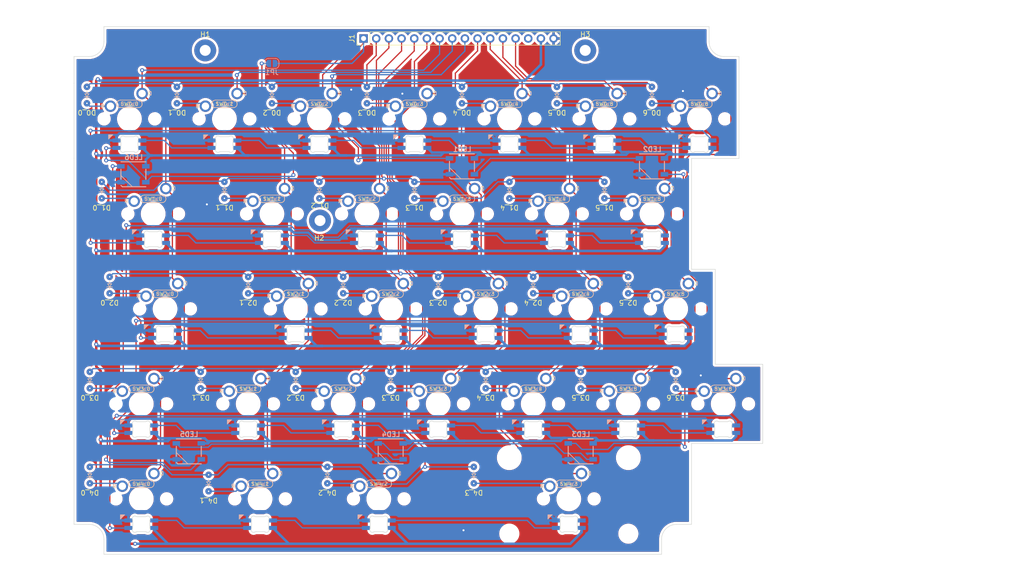
<source format=kicad_pcb>
(kicad_pcb (version 20240108) (generator "pcbnew") (generator_version "8.0")
  (layers (0 "F.Cu" signal) (31 "B.Cu" signal) (34 "B.Paste" user) (35 "F.Paste" user) (36 "B.SilkS" user "B.Silkscreen") (37 "F.SilkS" user "F.Silkscreen") (38 "B.Mask" user) (39 "F.Mask" user) (44 "Edge.Cuts" user))
  (net 0 "")
  (net 1 "Net-(D0_0-Pad1)")
  (net 2 "Row0")
  (net 3 "Net-(D0_1-Pad1)")
  (net 4 "Net-(D0_2-Pad1)")
  (net 5 "Net-(D0_3-Pad1)")
  (net 6 "Net-(D0_4-Pad1)")
  (net 7 "Net-(D0_5-Pad1)")
  (net 8 "Net-(LED2_0-Pad4)")
  (net 9 "Net-(LED3_0-Pad4)")
  (net 10 "Net-(D1_0-Pad1)")
  (net 11 "Row1")
  (net 12 "Net-(D1_1-Pad1)")
  (net 13 "Net-(D1_2-Pad1)")
  (net 14 "Net-(D1_3-Pad1)")
  (net 15 "Net-(D1_4-Pad1)")
  (net 16 "Net-(D1_5-Pad1)")
  (net 17 "Net-(D2_0-Pad1)")
  (net 18 "Row2")
  (net 19 "Net-(D2_1-Pad1)")
  (net 20 "Net-(D2_2-Pad1)")
  (net 21 "Net-(D2_3-Pad1)")
  (net 22 "Net-(D2_4-Pad1)")
  (net 23 "Net-(D2_5-Pad1)")
  (net 24 "Row3")
  (net 25 "Net-(D3_0-Pad1)")
  (net 26 "Net-(D3_1-Pad1)")
  (net 27 "Net-(D3_2-Pad1)")
  (net 28 "Net-(D3_3-Pad1)")
  (net 29 "Net-(D3_4-Pad1)")
  (net 30 "Net-(D3_5-Pad1)")
  (net 31 "Net-(D4_0-Pad1)")
  (net 32 "Net-(LED1_0-Pad4)")
  (net 33 "Row4")
  (net 34 "Net-(D4_1-Pad1)")
  (net 35 "Net-(D4_2-Pad1)")
  (net 36 "Net-(LED3_5-Pad2)")
  (net 37 "Net-(LED4_0-Pad4)")
  (net 38 "Net-(LED4_0-Pad2)")
  (net 40 "LED_Ctrl")
  (net 41 "VCC")
  (net 42 "Net-(LED0_0-Pad2)")
  (net 43 "GND")
  (net 44 "Net-(LED0_1-Pad2)")
  (net 45 "Net-(LED0_2-Pad2)")
  (net 46 "Net-(LED0_3-Pad2)")
  (net 47 "Net-(LED0_4-Pad2)")
  (net 48 "Net-(LED0_5-Pad2)")
  (net 49 "Net-(JP1-Pad1)")
  (net 50 "Net-(LED1-Pad2)")
  (net 51 "Net-(LED1_0-Pad2)")
  (net 52 "Net-(LED1_1-Pad2)")
  (net 53 "Net-(LED1_2-Pad2)")
  (net 54 "Net-(LED1_3-Pad2)")
  (net 55 "Net-(LED1_4-Pad2)")
  (net 56 "Net-(LED2-Pad2)")
  (net 57 "Net-(LED2_0-Pad2)")
  (net 58 "Net-(LED2_1-Pad2)")
  (net 59 "Net-(LED2_2-Pad2)")
  (net 60 "Net-(LED2_3-Pad2)")
  (net 61 "Net-(LED2_4-Pad2)")
  (net 62 "Net-(LED3_0-Pad2)")
  (net 63 "Net-(LED3_1-Pad2)")
  (net 64 "Net-(LED3_2-Pad2)")
  (net 65 "Net-(LED3_3-Pad2)")
  (net 66 "Net-(LED3_4-Pad2)")
  (net 67 "Net-(LED3-Pad2)")
  (net 68 "Net-(LED4-Pad2)")
  (net 69 "Net-(LED4_1-Pad2)")
  (net 70 "Net-(LED4_2-Pad2)")
  (net 71 "Net-(LED5-Pad2)")
  (net 72 "Col0")
  (net 73 "Col1")
  (net 74 "Col2")
  (net 75 "Col3")
  (net 76 "Col4")
  (net 77 "Col5")
  (net 78 "Col6")
  (net 79 "Col7")
  (net 80 "Net-(SW4_3-Pad2)")
  (net 81 "Net-(SW3_6-Pad2)")
  (net 82 "Net-(SW0_6-Pad2)")
  (footprint "Switch_Footprints:MX_lss_100U" (layer "F.Cu") (at 145.25625 76.2)
    (property "Reference" "SW1_2")
    (property "Value" "SW_Push")
  )
  (footprint "Keyboard_Components:Diode_SMD_Round_Pads" (layer "F.Cu") (at 93.6625 90.4875 180)
    (property "Reference" "D2_0")
    (property "Value" "D_Small")
  )
  (footprint "Switch_Footprints:MX_lss_100U" (layer "F.Cu") (at 211.93125 57.15)
    (property "Reference" "SW0_6")
    (property "Value" "SW_Push")
  )
  (footprint "Keyboard_Components:Diode_SMD_Round_Pads" (layer "F.Cu") (at 89.69375 128.5875 180)
    (property "Reference" "D4_0")
    (property "Value" "D_Small")
  )
  (footprint "Keyboard_Components:SK6812MiniE_MX_Addon_singlesided_rotated" (layer "F.Cu") (at 130.96875 95.25)
    (property "Reference" "LED2_1")
    (property "Value" "SK6812MINI")
    (fp_line (start -1.699999 5.782841) (end -1.699999 4.377157) (stroke (width 0.1)) (layer "Edge.Cuts"))
    (fp_line (start -0.794452 3.58) (end 0.794453 3.58) (stroke (width 0.1)) (layer "Edge.Cuts"))
    (fp_line (start 0.794452 6.579998) (end -0.794453 6.579998) (stroke (width 0.1)) (layer "Edge.Cuts"))
    (fp_line (start 1.699999 4.377157) (end 1.699999 5.782841) (stroke (width 0.1)) (layer "Edge.Cuts"))
    (fp_arc (start -1.749484 4.160279) (mid -1.712518 4.265929) (end -1.699999 4.377157) (stroke (width 0.1)) (layer "Edge.Cuts"))
    (fp_arc (start -1.749484 4.160279) (mid -1.638059 3.575977) (end -1.046711 3.5117) (stroke (width 0.1)) (layer "Edge.Cuts"))
    (fp_arc (start -1.699999 5.782842) (mid -1.712536 5.894065) (end -1.749484 5.999719) (stroke (width 0.1)) (layer "Edge.Cuts"))
    (fp_arc (start -1.046711 6.648296) (mid -1.63807 6.584033) (end -1.749484 5.999719) (stroke (width 0.1)) (layer "Edge.Cuts"))
    (fp_arc (start -1.046711 6.648297) (mid -0.92512 6.597385) (end -0.794453 6.579998) (stroke (width 0.1)) (layer "Edge.Cuts"))
    (fp_arc (start -0.794452 3.579999) (mid -0.925126 3.562634) (end -1.046711 3.5117) (stroke (width 0.1)) (layer "Edge.Cuts"))
    (fp_arc (start 0.794453 6.579999) (mid 0.925126 6.597364) (end 1.046711 6.648298) (stroke (width 0.1)) (layer "Edge.Cuts"))
    (fp_arc (start 1.04671 3.5117) (mid 0.925125 3.562634) (end 0.794452 3.579999) (stroke (width 0.1)) (layer "Edge.Cuts"))
    (fp_arc (start 1.046711 3.511701) (mid 1.638071 3.575964) (end 1.749484 4.160279) (stroke (width 0.1)) (layer "Edge.Cuts"))
    (fp_arc (start 1.699999 4.377156) (mid 1.712526 4.26593) (end 1.749484 4.160279) (stroke (width 0.1)) (layer "Edge.Cuts"))
    (fp_arc (start 1.749484 5.999718) (mid 1.638072 6.584034) (end 1.046711 6.648298) (stroke (width 0.1)) (layer "Edge.Cuts"))
    (fp_arc (start 1.749484 5.999719) (mid 1.712511 5.89407) (end 1.699999 5.782841) (stroke (width 0.1)) (layer "Edge.Cuts"))
  )
  (footprint "MountingHole:MountingHole_2.2mm_M2_Pad" (layer "F.Cu") (at 112.83125 43.41875)
    (property "Reference" "H1")
    (property "Value" "MountingHole_2.2mm_M2_Pad")
  )
  (footprint "Keyboard_Components:SK6812MiniE_MX_Addon_singlesided_rotated" (layer "F.Cu") (at 188.11875 95.25)
    (property "Reference" "LED2_4")
    (property "Value" "SK6812MINI")
    (fp_line (start -1.699999 5.782841) (end -1.699999 4.377157) (stroke (width 0.1)) (layer "Edge.Cuts"))
    (fp_line (start -0.794452 3.58) (end 0.794453 3.58) (stroke (width 0.1)) (layer "Edge.Cuts"))
    (fp_line (start 0.794452 6.579998) (end -0.794453 6.579998) (stroke (width 0.1)) (layer "Edge.Cuts"))
    (fp_line (start 1.699999 4.377157) (end 1.699999 5.782841) (stroke (width 0.1)) (layer "Edge.Cuts"))
    (fp_arc (start -1.749484 4.160279) (mid -1.712518 4.265929) (end -1.699999 4.377157) (stroke (width 0.1)) (layer "Edge.Cuts"))
    (fp_arc (start -1.749484 4.160279) (mid -1.638059 3.575977) (end -1.046711 3.5117) (stroke (width 0.1)) (layer "Edge.Cuts"))
    (fp_arc (start -1.699999 5.782842) (mid -1.712536 5.894065) (end -1.749484 5.999719) (stroke (width 0.1)) (layer "Edge.Cuts"))
    (fp_arc (start -1.046711 6.648296) (mid -1.63807 6.584033) (end -1.749484 5.999719) (stroke (width 0.1)) (layer "Edge.Cuts"))
    (fp_arc (start -1.046711 6.648297) (mid -0.92512 6.597385) (end -0.794453 6.579998) (stroke (width 0.1)) (layer "Edge.Cuts"))
    (fp_arc (start -0.794452 3.579999) (mid -0.925126 3.562634) (end -1.046711 3.5117) (stroke (width 0.1)) (layer "Edge.Cuts"))
    (fp_arc (start 0.794453 6.579999) (mid 0.925126 6.597364) (end 1.046711 6.648298) (stroke (width 0.1)) (layer "Edge.Cuts"))
    (fp_arc (start 1.04671 3.5117) (mid 0.925125 3.562634) (end 0.794452 3.579999) (stroke (width 0.1)) (layer "Edge.Cuts"))
    (fp_arc (start 1.046711 3.511701) (mid 1.638071 3.575964) (end 1.749484 4.160279) (stroke (width 0.1)) (layer "Edge.Cuts"))
    (fp_arc (start 1.699999 4.377156) (mid 1.712526 4.26593) (end 1.749484 4.160279) (stroke (width 0.1)) (layer "Edge.Cuts"))
    (fp_arc (start 1.749484 5.999718) (mid 1.638072 6.584034) (end 1.046711 6.648298) (stroke (width 0.1)) (layer "Edge.Cuts"))
    (fp_arc (start 1.749484 5.999719) (mid 1.712511 5.89407) (end 1.699999 5.782841) (stroke (width 0.1)) (layer "Edge.Cuts"))
  )
  (footprint "Switch_Footprints:MX_lss_275U_StWN" (layer "F.Cu") (at 185.7375 133.35)
    (property "Reference" "SW4_3")
    (property "Value" "SW_Push")
  )
  (footprint "Switch_Footprints:MX_lss_100U" (layer "F.Cu") (at 116.68125 57.15)
    (property "Reference" "SW0_1")
    (property "Value" "SW_Push")
  )
  (footprint "Keyboard_Components:Diode_SMD_Round_Pads" (layer "F.Cu") (at 130.96875 109.5375 180)
    (property "Reference" "D3_2")
    (property "Value" "D_Small")
  )
  (footprint "Switch_Footprints:MX_lss_100U" (layer "F.Cu") (at 192.88125 57.15)
    (property "Reference" "SW0_5")
    (property "Value" "SW_Push")
  )
  (footprint "Keyboard_Components:SK6812MiniE_MX_Addon_singlesided_rotated" (layer "F.Cu") (at 197.64375 114.3)
    (property "Reference" "LED3_5")
    (property "Value" "SK6812MINI")
    (fp_line (start -1.699999 5.782841) (end -1.699999 4.377157) (stroke (width 0.1)) (layer "Edge.Cuts"))
    (fp_line (start -0.794452 3.58) (end 0.794453 3.58) (stroke (width 0.1)) (layer "Edge.Cuts"))
    (fp_line (start 0.794452 6.579998) (end -0.794453 6.579998) (stroke (width 0.1)) (layer "Edge.Cuts"))
    (fp_line (start 1.699999 4.377157) (end 1.699999 5.782841) (stroke (width 0.1)) (layer "Edge.Cuts"))
    (fp_arc (start -1.749484 4.160279) (mid -1.712518 4.265929) (end -1.699999 4.377157) (stroke (width 0.1)) (layer "Edge.Cuts"))
    (fp_arc (start -1.749484 4.160279) (mid -1.638059 3.575977) (end -1.046711 3.5117) (stroke (width 0.1)) (layer "Edge.Cuts"))
    (fp_arc (start -1.699999 5.782842) (mid -1.712536 5.894065) (end -1.749484 5.999719) (stroke (width 0.1)) (layer "Edge.Cuts"))
    (fp_arc (start -1.046711 6.648296) (mid -1.63807 6.584033) (end -1.749484 5.999719) (stroke (width 0.1)) (layer "Edge.Cuts"))
    (fp_arc (start -1.046711 6.648297) (mid -0.92512 6.597385) (end -0.794453 6.579998) (stroke (width 0.1)) (layer "Edge.Cuts"))
    (fp_arc (start -0.794452 3.579999) (mid -0.925126 3.562634) (end -1.046711 3.5117) (stroke (width 0.1)) (layer "Edge.Cuts"))
    (fp_arc (start 0.794453 6.579999) (mid 0.925126 6.597364) (end 1.046711 6.648298) (stroke (width 0.1)) (layer "Edge.Cuts"))
    (fp_arc (start 1.04671 3.5117) (mid 0.925125 3.562634) (end 0.794452 3.579999) (stroke (width 0.1)) (layer "Edge.Cuts"))
    (fp_arc (start 1.046711 3.511701) (mid 1.638071 3.575964) (end 1.749484 4.160279) (stroke (width 0.1)) (layer "Edge.Cuts"))
    (fp_arc (start 1.699999 4.377156) (mid 1.712526 4.26593) (end 1.749484 4.160279) (stroke (width 0.1)) (layer "Edge.Cuts"))
    (fp_arc (start 1.749484 5.999718) (mid 1.638072 6.584034) (end 1.046711 6.648298) (stroke (width 0.1)) (layer "Edge.Cuts"))
    (fp_arc (start 1.749484 5.999719) (mid 1.712511 5.89407) (end 1.699999 5.782841) (stroke (width 0.1)) (layer "Edge.Cuts"))
  )
  (footprint "Keyboard_Components:Diode_SMD_Round_Pads" (layer "F.Cu") (at 183.35625 52.3875 180)
    (property "Reference" "D0_5")
    (property "Value" "D_Small")
  )
  (footprint "MountingHole:MountingHole_2.2mm_M2_Pad" (layer "F.Cu") (at 135.85 77.55)
    (property "Reference" "H2")
    (property "Value" "MountingHole_2.2mm_M2_Pad")
  )
  (footprint "Switch_Footprints:MX_lss_100U" (layer "F.Cu") (at 183.35625 76.2)
    (property "Reference" "SW1_4")
    (property "Value" "SW_Push")
  )
  (footprint "Keyboard_Components:SK6812MiniE_MX_Addon_singlesided_rotated" (layer "F.Cu") (at 126.20625 76.2)
    (property "Reference" "LED1_1")
    (property "Value" "SK6812MINI")
    (fp_line (start -1.699999 5.782841) (end -1.699999 4.377157) (stroke (width 0.1)) (layer "Edge.Cuts"))
    (fp_line (start -0.794452 3.58) (end 0.794453 3.58) (stroke (width 0.1)) (layer "Edge.Cuts"))
    (fp_line (start 0.794452 6.579998) (end -0.794453 6.579998) (stroke (width 0.1)) (layer "Edge.Cuts"))
    (fp_line (start 1.699999 4.377157) (end 1.699999 5.782841) (stroke (width 0.1)) (layer "Edge.Cuts"))
    (fp_arc (start -1.749484 4.160279) (mid -1.712518 4.265929) (end -1.699999 4.377157) (stroke (width 0.1)) (layer "Edge.Cuts"))
    (fp_arc (start -1.749484 4.160279) (mid -1.638059 3.575977) (end -1.046711 3.5117) (stroke (width 0.1)) (layer "Edge.Cuts"))
    (fp_arc (start -1.699999 5.782842) (mid -1.712536 5.894065) (end -1.749484 5.999719) (stroke (width 0.1)) (layer "Edge.Cuts"))
    (fp_arc (start -1.046711 6.648296) (mid -1.63807 6.584033) (end -1.749484 5.999719) (stroke (width 0.1)) (layer "Edge.Cuts"))
    (fp_arc (start -1.046711 6.648297) (mid -0.92512 6.597385) (end -0.794453 6.579998) (stroke (width 0.1)) (layer "Edge.Cuts"))
    (fp_arc (start -0.794452 3.579999) (mid -0.925126 3.562634) (end -1.046711 3.5117) (stroke (width 0.1)) (layer "Edge.Cuts"))
    (fp_arc (start 0.794453 6.579999) (mid 0.925126 6.597364) (end 1.046711 6.648298) (stroke (width 0.1)) (layer "Edge.Cuts"))
    (fp_arc (start 1.04671 3.5117) (mid 0.925125 3.562634) (end 0.794452 3.579999) (stroke (width 0.1)) (layer "Edge.Cuts"))
    (fp_arc (start 1.046711 3.511701) (mid 1.638071 3.575964) (end 1.749484 4.160279) (stroke (width 0.1)) (layer "Edge.Cuts"))
    (fp_arc (start 1.699999 4.377156) (mid 1.712526 4.26593) (end 1.749484 4.160279) (stroke (width 0.1)) (layer "Edge.Cuts"))
    (fp_arc (start 1.749484 5.999718) (mid 1.638072 6.584034) (end 1.046711 6.648298) (stroke (width 0.1)) (layer "Edge.Cuts"))
    (fp_arc (start 1.749484 5.999719) (mid 1.712511 5.89407) (end 1.699999 5.782841) (stroke (width 0.1)) (layer "Edge.Cuts"))
  )
  (footprint "Switch_Footprints:MX_lss_100U" (layer "F.Cu") (at 169.06875 95.25)
    (property "Reference" "SW2_3")
    (property "Value" "SW_Push")
  )
  (footprint "Keyboard_Components:Diode_SMD_Round_Pads" (layer "F.Cu") (at 154.78125 71.4375 180)
    (property "Reference" "D1_3")
    (property "Value" "D_Small")
  )
  (footprint "Keyboard_Components:SK6812MiniE_MX_Addon_singlesided_rotated" (layer "F.Cu") (at 183.35625 76.2)
    (property "Reference" "LED1_4")
    (property "Value" "SK6812MINI")
    (fp_line (start -1.699999 5.782841) (end -1.699999 4.377157) (stroke (width 0.1)) (layer "Edge.Cuts"))
    (fp_line (start -0.794452 3.58) (end 0.794453 3.58) (stroke (width 0.1)) (layer "Edge.Cuts"))
    (fp_line (start 0.794452 6.579998) (end -0.794453 6.579998) (stroke (width 0.1)) (layer "Edge.Cuts"))
    (fp_line (start 1.699999 4.377157) (end 1.699999 5.782841) (stroke (width 0.1)) (layer "Edge.Cuts"))
    (fp_arc (start -1.749484 4.160279) (mid -1.712518 4.265929) (end -1.699999 4.377157) (stroke (width 0.1)) (layer "Edge.Cuts"))
    (fp_arc (start -1.749484 4.160279) (mid -1.638059 3.575977) (end -1.046711 3.5117) (stroke (width 0.1)) (layer "Edge.Cuts"))
    (fp_arc (start -1.699999 5.782842) (mid -1.712536 5.894065) (end -1.749484 5.999719) (stroke (width 0.1)) (layer "Edge.Cuts"))
    (fp_arc (start -1.046711 6.648296) (mid -1.63807 6.584033) (end -1.749484 5.999719) (stroke (width 0.1)) (layer "Edge.Cuts"))
    (fp_arc (start -1.046711 6.648297) (mid -0.92512 6.597385) (end -0.794453 6.579998) (stroke (width 0.1)) (layer "Edge.Cuts"))
    (fp_arc (start -0.794452 3.579999) (mid -0.925126 3.562634) (end -1.046711 3.5117) (stroke (width 0.1)) (layer "Edge.Cuts"))
    (fp_arc (start 0.794453 6.579999) (mid 0.925126 6.597364) (end 1.046711 6.648298) (stroke (width 0.1)) (layer "Edge.Cuts"))
    (fp_arc (start 1.04671 3.5117) (mid 0.925125 3.562634) (end 0.794452 3.579999) (stroke (width 0.1)) (layer "Edge.Cuts"))
    (fp_arc (start 1.046711 3.511701) (mid 1.638071 3.575964) (end 1.749484 4.160279) (stroke (width 0.1)) (layer "Edge.Cuts"))
    (fp_arc (start 1.699999 4.377156) (mid 1.712526 4.26593) (end 1.749484 4.160279) (stroke (width 0.1)) (layer "Edge.Cuts"))
    (fp_arc (start 1.749484 5.999718) (mid 1.638072 6.584034) (end 1.046711 6.648298) (stroke (width 0.1)) (layer "Edge.Cuts"))
    (fp_arc (start 1.749484 5.999719) (mid 1.712511 5.89407) (end 1.699999 5.782841) (stroke (width 0.1)) (layer "Edge.Cuts"))
  )
  (footprint "Keyboard_Components:SK6812MiniE_MX_Addon_singlesided_rotated" (layer "F.Cu") (at 121.44375 114.3)
    (property "Reference" "LED3_1")
    (property "Value" "SK6812MINI")
    (fp_line (start -1.699999 5.782841) (end -1.699999 4.377157) (stroke (width 0.1)) (layer "Edge.Cuts"))
    (fp_line (start -0.794452 3.58) (end 0.794453 3.58) (stroke (width 0.1)) (layer "Edge.Cuts"))
    (fp_line (start 0.794452 6.579998) (end -0.794453 6.579998) (stroke (width 0.1)) (layer "Edge.Cuts"))
    (fp_line (start 1.699999 4.377157) (end 1.699999 5.782841) (stroke (width 0.1)) (layer "Edge.Cuts"))
    (fp_arc (start -1.749484 4.160279) (mid -1.712518 4.265929) (end -1.699999 4.377157) (stroke (width 0.1)) (layer "Edge.Cuts"))
    (fp_arc (start -1.749484 4.160279) (mid -1.638059 3.575977) (end -1.046711 3.5117) (stroke (width 0.1)) (layer "Edge.Cuts"))
    (fp_arc (start -1.699999 5.782842) (mid -1.712536 5.894065) (end -1.749484 5.999719) (stroke (width 0.1)) (layer "Edge.Cuts"))
    (fp_arc (start -1.046711 6.648296) (mid -1.63807 6.584033) (end -1.749484 5.999719) (stroke (width 0.1)) (layer "Edge.Cuts"))
    (fp_arc (start -1.046711 6.648297) (mid -0.92512 6.597385) (end -0.794453 6.579998) (stroke (width 0.1)) (layer "Edge.Cuts"))
    (fp_arc (start -0.794452 3.579999) (mid -0.925126 3.562634) (end -1.046711 3.5117) (stroke (width 0.1)) (layer "Edge.Cuts"))
    (fp_arc (start 0.794453 6.579999) (mid 0.925126 6.597364) (end 1.046711 6.648298) (stroke (width 0.1)) (layer "Edge.Cuts"))
    (fp_arc (start 1.04671 3.5117) (mid 0.925125 3.562634) (end 0.794452 3.579999) (stroke (width 0.1)) (layer "Edge.Cuts"))
    (fp_arc (start 1.046711 3.511701) (mid 1.638071 3.575964) (end 1.749484 4.160279) (stroke (width 0.1)) (layer "Edge.Cuts"))
    (fp_arc (start 1.699999 4.377156) (mid 1.712526 4.26593) (end 1.749484 4.160279) (stroke (width 0.1)) (layer "Edge.Cuts"))
    (fp_arc (start 1.749484 5.999718) (mid 1.638072 6.584034) (end 1.046711 6.648298) (stroke (width 0.1)) (layer "Edge.Cuts"))
    (fp_arc (start 1.749484 5.999719) (mid 1.712511 5.89407) (end 1.699999 5.782841) (stroke (width 0.1)) (layer "Edge.Cuts"))
  )
  (footprint "Switch_Footprints:MX_lss_100U" (layer "F.Cu") (at 164.30625 76.2)
    (property "Reference" "SW1_3")
    (property "Value" "SW_Push")
  )
  (footprint "Connector_PinHeader_2.54mm:PinHeader_1x16_P2.54mm_Vertical" (layer "F.Cu") (at 144.58125 41.0375 90)
    (property "Reference" "J1")
    (property "Value" "Conn_01x14_Female")
  )
  (footprint "Keyboard_Components:SK6812MiniE_MX_Addon_singlesided_rotated" (layer "F.Cu") (at 185.7375 133.35)
    (property "Reference" "LED4_3")
    (property "Value" "SK6812MINI")
    (fp_line (start -1.699999 5.782841) (end -1.699999 4.377157) (stroke (width 0.1)) (layer "Edge.Cuts"))
    (fp_line (start -0.794452 3.58) (end 0.794453 3.58) (stroke (width 0.1)) (layer "Edge.Cuts"))
    (fp_line (start 0.794452 6.579998) (end -0.794453 6.579998) (stroke (width 0.1)) (layer "Edge.Cuts"))
    (fp_line (start 1.699999 4.377157) (end 1.699999 5.782841) (stroke (width 0.1)) (layer "Edge.Cuts"))
    (fp_arc (start -1.749484 4.160279) (mid -1.712518 4.265929) (end -1.699999 4.377157) (stroke (width 0.1)) (layer "Edge.Cuts"))
    (fp_arc (start -1.749484 4.160279) (mid -1.638059 3.575977) (end -1.046711 3.5117) (stroke (width 0.1)) (layer "Edge.Cuts"))
    (fp_arc (start -1.699999 5.782842) (mid -1.712536 5.894065) (end -1.749484 5.999719) (stroke (width 0.1)) (layer "Edge.Cuts"))
    (fp_arc (start -1.046711 6.648296) (mid -1.63807 6.584033) (end -1.749484 5.999719) (stroke (width 0.1)) (layer "Edge.Cuts"))
    (fp_arc (start -1.046711 6.648297) (mid -0.92512 6.597385) (end -0.794453 6.579998) (stroke (width 0.1)) (layer "Edge.Cuts"))
    (fp_arc (start -0.794452 3.579999) (mid -0.925126 3.562634) (end -1.046711 3.5117) (stroke (width 0.1)) (layer "Edge.Cuts"))
    (fp_arc (start 0.794453 6.579999) (mid 0.925126 6.597364) (end 1.046711 6.648298) (stroke (width 0.1)) (layer "Edge.Cuts"))
    (fp_arc (start 1.04671 3.5117) (mid 0.925125 3.562634) (end 0.794452 3.579999) (stroke (width 0.1)) (layer "Edge.Cuts"))
    (fp_arc (start 1.046711 3.511701) (mid 1.638071 3.575964) (end 1.749484 4.160279) (stroke (width 0.1)) (layer "Edge.Cuts"))
    (fp_arc (start 1.699999 4.377156) (mid 1.712526 4.26593) (end 1.749484 4.160279) (stroke (width 0.1)) (layer "Edge.Cuts"))
    (fp_arc (start 1.749484 5.999718) (mid 1.638072 6.584034) (end 1.046711 6.648298) (stroke (width 0.1)) (layer "Edge.Cuts"))
    (fp_arc (start 1.749484 5.999719) (mid 1.712511 5.89407) (end 1.699999 5.782841) (stroke (width 0.1)) (layer "Edge.Cuts"))
  )
  (footprint "Keyboard_Components:Diode_SMD_Round_Pads" (layer "F.Cu") (at 145.25625 52.3875 180)
    (property "Reference" "D0_3")
    (property "Value" "D_Small")
  )
  (footprint "Keyboard_Components:SK6812MiniE_MX_Addon_singlesided_rotated" (layer "F.Cu") (at 135.73125 57.15)
    (property "Reference" "LED0_2")
    (property "Value" "SK6812MINI")
    (fp_line (start -1.699999 5.782841) (end -1.699999 4.377157) (stroke (width 0.1)) (layer "Edge.Cuts"))
    (fp_line (start -0.794452 3.58) (end 0.794453 3.58) (stroke (width 0.1)) (layer "Edge.Cuts"))
    (fp_line (start 0.794452 6.579998) (end -0.794453 6.579998) (stroke (width 0.1)) (layer "Edge.Cuts"))
    (fp_line (start 1.699999 4.377157) (end 1.699999 5.782841) (stroke (width 0.1)) (layer "Edge.Cuts"))
    (fp_arc (start -1.749484 4.160279) (mid -1.712518 4.265929) (end -1.699999 4.377157) (stroke (width 0.1)) (layer "Edge.Cuts"))
    (fp_arc (start -1.749484 4.160279) (mid -1.638059 3.575977) (end -1.046711 3.5117) (stroke (width 0.1)) (layer "Edge.Cuts"))
    (fp_arc (start -1.699999 5.782842) (mid -1.712536 5.894065) (end -1.749484 5.999719) (stroke (width 0.1)) (layer "Edge.Cuts"))
    (fp_arc (start -1.046711 6.648296) (mid -1.63807 6.584033) (end -1.749484 5.999719) (stroke (width 0.1)) (layer "Edge.Cuts"))
    (fp_arc (start -1.046711 6.648297) (mid -0.92512 6.597385) (end -0.794453 6.579998) (stroke (width 0.1)) (layer "Edge.Cuts"))
    (fp_arc (start -0.794452 3.579999) (mid -0.925126 3.562634) (end -1.046711 3.5117) (stroke (width 0.1)) (layer "Edge.Cuts"))
    (fp_arc (start 0.794453 6.579999) (mid 0.925126 6.597364) (end 1.046711 6.648298) (stroke (width 0.1)) (layer "Edge.Cuts"))
    (fp_arc (start 1.04671 3.5117) (mid 0.925125 3.562634) (end 0.794452 3.579999) (stroke (width 0.1)) (layer "Edge.Cuts"))
    (fp_arc (start 1.046711 3.511701) (mid 1.638071 3.575964) (end 1.749484 4.160279) (stroke (width 0.1)) (layer "Edge.Cuts"))
    (fp_arc (start 1.699999 4.377156) (mid 1.712526 4.26593) (end 1.749484 4.160279) (stroke (width 0.1)) (layer "Edge.Cuts"))
    (fp_arc (start 1.749484 5.999718) (mid 1.638072 6.584034) (end 1.046711 6.648298) (stroke (width 0.1)) (layer "Edge.Cuts"))
    (fp_arc (start 1.749484 5.999719) (mid 1.712511 5.89407) (end 1.699999 5.782841) (stroke (width 0.1)) (layer "Edge.Cuts"))
  )
  (footprint "Keyboard_Components:SK6812MiniE_MX_Addon_singlesided_rotated" (layer "F.Cu") (at 211.93125 57.15)
    (property "Reference" "LED0_6")
    (property "Value" "SK6812MINI")
    (fp_line (start -1.699999 5.782841) (end -1.699999 4.377157) (stroke (width 0.1)) (layer "Edge.Cuts"))
    (fp_line (start -0.794452 3.58) (end 0.794453 3.58) (stroke (width 0.1)) (layer "Edge.Cuts"))
    (fp_line (start 0.794452 6.579998) (end -0.794453 6.579998) (stroke (width 0.1)) (layer "Edge.Cuts"))
    (fp_line (start 1.699999 4.377157) (end 1.699999 5.782841) (stroke (width 0.1)) (layer "Edge.Cuts"))
    (fp_arc (start -1.749484 4.160279) (mid -1.712518 4.265929) (end -1.699999 4.377157) (stroke (width 0.1)) (layer "Edge.Cuts"))
    (fp_arc (start -1.749484 4.160279) (mid -1.638059 3.575977) (end -1.046711 3.5117) (stroke (width 0.1)) (layer "Edge.Cuts"))
    (fp_arc (start -1.699999 5.782842) (mid -1.712536 5.894065) (end -1.749484 5.999719) (stroke (width 0.1)) (layer "Edge.Cuts"))
    (fp_arc (start -1.046711 6.648296) (mid -1.63807 6.584033) (end -1.749484 5.999719) (stroke (width 0.1)) (layer "Edge.Cuts"))
    (fp_arc (start -1.046711 6.648297) (mid -0.92512 6.597385) (end -0.794453 6.579998) (stroke (width 0.1)) (layer "Edge.Cuts"))
    (fp_arc (start -0.794452 3.579999) (mid -0.925126 3.562634) (end -1.046711 3.5117) (stroke (width 0.1)) (layer "Edge.Cuts"))
    (fp_arc (start 0.794453 6.579999) (mid 0.925126 6.597364) (end 1.046711 6.648298) (stroke (width 0.1)) (layer "Edge.Cuts"))
    (fp_arc (start 1.04671 3.5117) (mid 0.925125 3.562634) (end 0.794452 3.579999) (stroke (width 0.1)) (layer "Edge.Cuts"))
    (fp_arc (start 1.046711 3.511701) (mid 1.638071 3.575964) (end 1.749484 4.160279) (stroke (width 0.1)) (layer "Edge.Cuts"))
    (fp_arc (start 1.699999 4.377156) (mid 1.712526 4.26593) (end 1.749484 4.160279) (stroke (width 0.1)) (layer "Edge.Cuts"))
    (fp_arc (start 1.749484 5.999718) (mid 1.638072 6.584034) (end 1.046711 6.648298) (stroke (width 0.1)) (layer "Edge.Cuts"))
    (fp_arc (start 1.749484 5.999719) (mid 1.712511 5.89407) (end 1.699999 5.782841) (stroke (width 0.1)) (layer "Edge.Cuts"))
  )
  (footprint "Keyboard_Components:Diode_SMD_Round_Pads" (layer "F.Cu") (at 113.50625 130.175 180)
    (property "Reference" "D4_1")
    (property "Value" "D_Small")
  )
  (footprint "Switch_Footprints:MX_lss_100U" (layer "F.Cu") (at 150.01875 95.25)
    (property "Reference" "SW2_2")
    (property "Value" "SW_Push")
  )
  (footprint "Switch_Footprints:MX_lss_175U" (layer "F.Cu") (at 104.775 95.25)
    (property "Reference" "SW2_0")
    (property "Value" "SW_Push")
  )
  (footprint "Keyboard_Components:Diode_SMD_Round_Pads" (layer "F.Cu") (at 178.59375 90.4875 180)
    (property "Reference" "D2_4")
    (property "Value" "D_Small")
  )
  (footprint "Keyboard_Components:SK6812MiniE_MX_Addon_singlesided_rotated" (layer "F.Cu") (at 145.25625 76.2)
    (property "Reference" "LED1_2")
    (property "Value" "SK6812MINI")
    (fp_line (start -1.699999 5.782841) (end -1.699999 4.377157) (stroke (width 0.1)) (layer "Edge.Cuts"))
    (fp_line (start -0.794452 3.58) (end 0.794453 3.58) (stroke (width 0.1)) (layer "Edge.Cuts"))
    (fp_line (start 0.794452 6.579998) (end -0.794453 6.579998) (stroke (width 0.1)) (layer "Edge.Cuts"))
    (fp_line (start 1.699999 4.377157) (end 1.699999 5.782841) (stroke (width 0.1)) (layer "Edge.Cuts"))
    (fp_arc (start -1.749484 4.160279) (mid -1.712518 4.265929) (end -1.699999 4.377157) (stroke (width 0.1)) (layer "Edge.Cuts"))
    (fp_arc (start -1.749484 4.160279) (mid -1.638059 3.575977) (end -1.046711 3.5117) (stroke (width 0.1)) (layer "Edge.Cuts"))
    (fp_arc (start -1.699999 5.782842) (mid -1.712536 5.894065) (end -1.749484 5.999719) (stroke (width 0.1)) (layer "Edge.Cuts"))
    (fp_arc (start -1.046711 6.648296) (mid -1.63807 6.584033) (end -1.749484 5.999719) (stroke (width 0.1)) (layer "Edge.Cuts"))
    (fp_arc (start -1.046711 6.648297) (mid -0.92512 6.597385) (end -0.794453 6.579998) (stroke (width 0.1)) (layer "Edge.Cuts"))
    (fp_arc (start -0.794452 3.579999) (mid -0.925126 3.562634) (end -1.046711 3.5117) (stroke (width 0.1)) (layer "Edge.Cuts"))
    (fp_arc (start 0.794453 6.579999) (mid 0.925126 6.597364) (end 1.046711 6.648298) (stroke (width 0.1)) (layer "Edge.Cuts"))
    (fp_arc (start 1.04671 3.5117) (mid 0.925125 3.562634) (end 0.794452 3.579999) (stroke (width 0.1)) (layer "Edge.Cuts"))
    (fp_arc (start 1.046711 3.511701) (mid 1.638071 3.575964) (end 1.749484 4.160279) (stroke (width 0.1)) (layer "Edge.Cuts"))
    (fp_arc (start 1.699999 4.377156) (mid 1.712526 4.26593) (end 1.749484 4.160279) (stroke (width 0.1)) (layer "Edge.Cuts"))
    (fp_arc (start 1.749484 5.999718) (mid 1.638072 6.584034) (end 1.046711 6.648298) (stroke (width 0.1)) (layer "Edge.Cuts"))
    (fp_arc (start 1.749484 5.999719) (mid 1.712511 5.89407) (end 1.699999 5.782841) (stroke (width 0.1)) (layer "Edge.Cuts"))
  )
  (footprint "Keyboard_Components:SK6812MiniE_MX_Addon_singlesided_rotated" (layer "F.Cu") (at 202.40625 76.2)
    (property "Reference" "LED1_5")
    (property "Value" "SK6812MINI")
    (fp_line (start -1.699999 5.782841) (end -1.699999 4.377157) (stroke (width 0.1)) (layer "Edge.Cuts"))
    (fp_line (start -0.794452 3.58) (end 0.794453 3.58) (stroke (width 0.1)) (layer "Edge.Cuts"))
    (fp_line (start 0.794452 6.579998) (end -0.794453 6.579998) (stroke (width 0.1)) (layer "Edge.Cuts"))
    (fp_line (start 1.699999 4.377157) (end 1.699999 5.782841) (stroke (width 0.1)) (layer "Edge.Cuts"))
    (fp_arc (start -1.749484 4.160279) (mid -1.712518 4.265929) (end -1.699999 4.377157) (stroke (width 0.1)) (layer "Edge.Cuts"))
    (fp_arc (start -1.749484 4.160279) (mid -1.638059 3.575977) (end -1.046711 3.5117) (stroke (width 0.1)) (layer "Edge.Cuts"))
    (fp_arc (start -1.699999 5.782842) (mid -1.712536 5.894065) (end -1.749484 5.999719) (stroke (width 0.1)) (layer "Edge.Cuts"))
    (fp_arc (start -1.046711 6.648296) (mid -1.63807 6.584033) (end -1.749484 5.999719) (stroke (width 0.1)) (layer "Edge.Cuts"))
    (fp_arc (start -1.046711 6.648297) (mid -0.92512 6.597385) (end -0.794453 6.579998) (stroke (width 0.1)) (layer "Edge.Cuts"))
    (fp_arc (start -0.794452 3.579999) (mid -0.925126 3.562634) (end -1.046711 3.5117) (stroke (width 0.1)) (layer "Edge.Cuts"))
    (fp_arc (start 0.794453 6.579999) (mid 0.925126 6.597364) (end 1.046711 6.648298) (stroke (width 0.1)) (layer "Edge.Cuts"))
    (fp_arc (start 1.04671 3.5117) (mid 0.925125 3.562634) (end 0.794452 3.579999) (stroke (width 0.1)) (layer "Edge.Cuts"))
    (fp_arc (start 1.046711 3.511701) (mid 1.638071 3.575964) (end 1.749484 4.160279) (stroke (width 0.1)) (layer "Edge.Cuts"))
    (fp_arc (start 1.699999 4.377156) (mid 1.712526 4.26593) (end 1.749484 4.160279) (stroke (width 0.1)) (layer "Edge.Cuts"))
    (fp_arc (start 1.749484 5.999718) (mid 1.638072 6.584034) (end 1.046711 6.648298) (stroke (width 0.1)) (layer "Edge.Cuts"))
    (fp_arc (start 1.749484 5.999719) (mid 1.712511 5.89407) (end 1.699999 5.782841) (stroke (width 0.1)) (layer "Edge.Cuts"))
  )
  (footprint "Keyboard_Components:SK6812MiniE_MX_Addon_singlesided_rotated" (layer "F.Cu") (at 169.06875 95.25)
    (property "Reference" "LED2_3")
    (property "Value" "SK6812MINI")
    (fp_line (start -1.699999 5.782841) (end -1.699999 4.377157) (stroke (width 0.1)) (layer "Edge.Cuts"))
    (fp_line (start -0.794452 3.58) (end 0.794453 3.58) (stroke (width 0.1)) (layer "Edge.Cuts"))
    (fp_line (start 0.794452 6.579998) (end -0.794453 6.579998) (stroke (width 0.1)) (layer "Edge.Cuts"))
    (fp_line (start 1.699999 4.377157) (end 1.699999 5.782841) (stroke (width 0.1)) (layer "Edge.Cuts"))
    (fp_arc (start -1.749484 4.160279) (mid -1.712518 4.265929) (end -1.699999 4.377157) (stroke (width 0.1)) (layer "Edge.Cuts"))
    (fp_arc (start -1.749484 4.160279) (mid -1.638059 3.575977) (end -1.046711 3.5117) (stroke (width 0.1)) (layer "Edge.Cuts"))
    (fp_arc (start -1.699999 5.782842) (mid -1.712536 5.894065) (end -1.749484 5.999719) (stroke (width 0.1)) (layer "Edge.Cuts"))
    (fp_arc (start -1.046711 6.648296) (mid -1.63807 6.584033) (end -1.749484 5.999719) (stroke (width 0.1)) (layer "Edge.Cuts"))
    (fp_arc (start -1.046711 6.648297) (mid -0.92512 6.597385) (end -0.794453 6.579998) (stroke (width 0.1)) (layer "Edge.Cuts"))
    (fp_arc (start -0.794452 3.579999) (mid -0.925126 3.562634) (end -1.046711 3.5117) (stroke (width 0.1)) (layer "Edge.Cuts"))
    (fp_arc (start 0.794453 6.579999) (mid 0.925126 6.597364) (end 1.046711 6.648298) (stroke (width 0.1)) (layer "Edge.Cuts"))
    (fp_arc (start 1.04671 3.5117) (mid 0.925125 3.562634) (end 0.794452 3.579999) (stroke (width 0.1)) (layer "Edge.Cuts"))
    (fp_arc (start 1.046711 3.511701) (mid 1.638071 3.575964) (end 1.749484 4.160279) (stroke (width 0.1)) (layer "Edge.Cuts"))
    (fp_arc (start 1.699999 4.377156) (mid 1.712526 4.26593) (end 1.749484 4.160279) (stroke (width 0.1)) (layer "Edge.Cuts"))
    (fp_arc (start 1.749484 5.999718) (mid 1.638072 6.584034) (end 1.046711 6.648298) (stroke (width 0.1)) (layer "Edge.Cuts"))
    (fp_arc (start 1.749484 5.999719) (mid 1.712511 5.89407) (end 1.699999 5.782841) (stroke (width 0.1)) (layer "Edge.Cuts"))
  )
  (footprint "Switch_Footprints:MX_lss_100U" (layer "F.Cu") (at 188.11875 95.25)
    (property "Reference" "SW2_4")
    (property "Value" "SW_Push")
  )
  (footprint "Keyboard_Components:SK6812MiniE_MX_Addon_singlesided_rotated" (layer "F.Cu") (at 207.16875 95.25)
    (property "Reference" "LED2_5")
    (property "Value" "SK6812MINI")
    (fp_line (start -1.699999 5.782841) (end -1.699999 4.377157) (stroke (width 0.1)) (layer "Edge.Cuts"))
    (fp_line (start -0.794452 3.58) (end 0.794453 3.58) (stroke (width 0.1)) (layer "Edge.Cuts"))
    (fp_line (start 0.794452 6.579998) (end -0.794453 6.579998) (stroke (width 0.1)) (layer "Edge.Cuts"))
    (fp_line (start 1.699999 4.377157) (end 1.699999 5.782841) (stroke (width 0.1)) (layer "Edge.Cuts"))
    (fp_arc (start -1.749484 4.160279) (mid -1.712518 4.265929) (end -1.699999 4.377157) (stroke (width 0.1)) (layer "Edge.Cuts"))
    (fp_arc (start -1.749484 4.160279) (mid -1.638059 3.575977) (end -1.046711 3.5117) (stroke (width 0.1)) (layer "Edge.Cuts"))
    (fp_arc (start -1.699999 5.782842) (mid -1.712536 5.894065) (end -1.749484 5.999719) (stroke (width 0.1)) (layer "Edge.Cuts"))
    (fp_arc (start -1.046711 6.648296) (mid -1.63807 6.584033) (end -1.749484 5.999719) (stroke (width 0.1)) (layer "Edge.Cuts"))
    (fp_arc (start -1.046711 6.648297) (mid -0.92512 6.597385) (end -0.794453 6.579998) (stroke (width 0.1)) (layer "Edge.Cuts"))
    (fp_arc (start -0.794452 3.579999) (mid -0.925126 3.562634) (end -1.046711 3.5117) (stroke (width 0.1)) (layer "Edge.Cuts"))
    (fp_arc (start 0.794453 6.579999) (mid 0.925126 6.597364) (end 1.046711 6.648298) (stroke (width 0.1)) (layer "Edge.Cuts"))
    (fp_arc (start 1.04671 3.5117) (mid 0.925125 3.562634) (end 0.794452 3.579999) (stroke (width 0.1)) (layer "Edge.Cuts"))
    (fp_arc (start 1.046711 3.511701) (mid 1.638071 3.575964) (end 1.749484 4.160279) (stroke (width 0.1)) (layer "Edge.Cuts"))
    (fp_arc (start 1.699999 4.377156) (mid 1.712526 4.26593) (end 1.749484 4.160279) (stroke (width 0.1)) (layer "Edge.Cuts"))
    (fp_arc (start 1.749484 5.999718) (mid 1.638072 6.584034) (end 1.046711 6.648298) (stroke (width 0.1)) (layer "Edge.Cuts"))
    (fp_arc (start 1.749484 5.999719) (mid 1.712511 5.89407) (end 1.699999 5.782841) (stroke (width 0.1)) (layer "Edge.Cuts"))
  )
  (footprint "MountingHole:MountingHole_2.2mm_M2_Pad" (layer "F.Cu") (at 189.03125 43.41875)
    (property "Reference" "H3")
    (property "Value" "MountingHole_2.2mm_M2_Pad")
  )
  (footprint "Keyboard_Components:Diode_SMD_Round_Pads" (layer "F.Cu") (at 166.6875 128.5875 180)
    (property "Reference" "D4_3")
    (property "Value" "D_Small")
  )
  (footprint "Keyboard_Components:Diode_SMD_Round_Pads" (layer "F.Cu") (at 107.15625 52.3875 180)
    (property "Reference" "D0_1")
    (property "Value" "D_Small")
  )
  (footprint "Switch_Footprints:MX_lss_100U" (layer "F.Cu") (at 130.96875 95.25)
    (property "Reference" "SW2_1")
    (property "Value" "SW_Push")
  )
  (footprint "Keyboard_Components:SK6812MiniE_MX_Addon_singlesided_rotated" (layer "F.Cu") (at 164.30625 76.2)
    (property "Reference" "LED1_3")
    (property "Value" "SK6812MINI")
    (fp_line (start -1.699999 5.782841) (end -1.699999 4.377157) (stroke (width 0.1)) (layer "Edge.Cuts"))
    (fp_line (start -0.794452 3.58) (end 0.794453 3.58) (stroke (width 0.1)) (layer "Edge.Cuts"))
    (fp_line (start 0.794452 6.579998) (end -0.794453 6.579998) (stroke (width 0.1)) (layer "Edge.Cuts"))
    (fp_line (start 1.699999 4.377157) (end 1.699999 5.782841) (stroke (width 0.1)) (layer "Edge.Cuts"))
    (fp_arc (start -1.749484 4.160279) (mid -1.712518 4.265929) (end -1.699999 4.377157) (stroke (width 0.1)) (layer "Edge.Cuts"))
    (fp_arc (start -1.749484 4.160279) (mid -1.638059 3.575977) (end -1.046711 3.5117) (stroke (width 0.1)) (layer "Edge.Cuts"))
    (fp_arc (start -1.699999 5.782842) (mid -1.712536 5.894065) (end -1.749484 5.999719) (stroke (width 0.1)) (layer "Edge.Cuts"))
    (fp_arc (start -1.046711 6.648296) (mid -1.63807 6.584033) (end -1.749484 5.999719) (stroke (width 0.1)) (layer "Edge.Cuts"))
    (fp_arc (start -1.046711 6.648297) (mid -0.92512 6.597385) (end -0.794453 6.579998) (stroke (width 0.1)) (layer "Edge.Cuts"))
    (fp_arc (start -0.794452 3.579999) (mid -0.925126 3.562634) (end -1.046711 3.5117) (stroke (width 0.1)) (layer "Edge.Cuts"))
    (fp_arc (start 0.794453 6.579999) (mid 0.925126 6.597364) (end 1.046711 6.648298) (stroke (width 0.1)) (layer "Edge.Cuts"))
    (fp_arc (start 1.04671 3.5117) (mid 0.925125 3.562634) (end 0.794452 3.579999) (stroke (width 0.1)) (layer "Edge.Cuts"))
    (fp_arc (start 1.046711 3.511701) (mid 1.638071 3.575964) (end 1.749484 4.160279) (stroke (width 0.1)) (layer "Edge.Cuts"))
    (fp_arc (start 1.699999 4.377156) (mid 1.712526 4.26593) (end 1.749484 4.160279) (stroke (width 0.1)) (layer "Edge.Cuts"))
    (fp_arc (start 1.749484 5.999718) (mid 1.638072 6.584034) (end 1.046711 6.648298) (stroke (width 0.1)) (layer "Edge.Cuts"))
    (fp_arc (start 1.749484 5.999719) (mid 1.712511 5.89407) (end 1.699999 5.782841) (stroke (width 0.1)) (layer "Edge.Cuts"))
  )
  (footprint "Switch_Footprints:MX_lss_100U" (layer "F.Cu") (at 207.16875 95.25)
    (property "Reference" "SW2_5")
    (property "Value" "SW_Push")
  )
  (footprint "Switch_Footprints:MX_lss_100U" (layer "F.Cu") (at 216.69375 114.3)
    (property "Reference" "SW3_6")
    (property "Value" "SW_Push")
  )
  (footprint "Keyboard_Components:Diode_SMD_Round_Pads" (layer "F.Cu") (at 89.69375 109.5375 180)
    (property "Reference" "D3_0")
    (property "Value" "D_Small")
  )
  (footprint "Switch_Footprints:MX_lss_100U" (layer "F.Cu") (at 97.63125 57.15)
    (property "Reference" "SW0_0")
    (property "Value" "SW_Push")
  )
  (footprint "Keyboard_Components:Diode_SMD_Round_Pads" (layer "F.Cu") (at 89.11 52.38 180)
    (property "Reference" "D0_0")
    (property "Value" "D_Small")
  )
  (footprint "Keyboard_Components:SK6812MiniE_MX_Addon_singlesided_rotated" (layer "F.Cu") (at 159.54375 114.3)
    (property "Reference" "LED3_3")
    (property "Value" "SK6812MINI")
    (fp_line (start -1.699999 5.782841) (end -1.699999 4.377157) (stroke (width 0.1)) (layer "Edge.Cuts"))
    (fp_line (start -0.794452 3.58) (end 0.794453 3.58) (stroke (width 0.1)) (layer "Edge.Cuts"))
    (fp_line (start 0.794452 6.579998) (end -0.794453 6.579998) (stroke (width 0.1)) (layer "Edge.Cuts"))
    (fp_line (start 1.699999 4.377157) (end 1.699999 5.782841) (stroke (width 0.1)) (layer "Edge.Cuts"))
    (fp_arc (start -1.749484 4.160279) (mid -1.712518 4.265929) (end -1.699999 4.377157) (stroke (width 0.1)) (layer "Edge.Cuts"))
    (fp_arc (start -1.749484 4.160279) (mid -1.638059 3.575977) (end -1.046711 3.5117) (stroke (width 0.1)) (layer "Edge.Cuts"))
    (fp_arc (start -1.699999 5.782842) (mid -1.712536 5.894065) (end -1.749484 5.999719) (stroke (width 0.1)) (layer "Edge.Cuts"))
    (fp_arc (start -1.046711 6.648296) (mid -1.63807 6.584033) (end -1.749484 5.999719) (stroke (width 0.1)) (layer "Edge.Cuts"))
    (fp_arc (start -1.046711 6.648297) (mid -0.92512 6.597385) (end -0.794453 6.579998) (stroke (width 0.1)) (layer "Edge.Cuts"))
    (fp_arc (start -0.794452 3.579999) (mid -0.925126 3.562634) (end -1.046711 3.5117) (stroke (width 0.1)) (layer "Edge.Cuts"))
    (fp_arc (start 0.794453 6.579999) (mid 0.925126 6.597364) (end 1.046711 6.648298) (stroke (width 0.1)) (layer "Edge.Cuts"))
    (fp_arc (start 1.04671 3.5117) (mid 0.925125 3.562634) (end 0.794452 3.579999) (stroke (width 0.1)) (layer "Edge.Cuts"))
    (fp_arc (start 1.046711 3.511701) (mid 1.638071 3.575964) (end 1.749484 4.160279) (stroke (width 0.1)) (layer "Edge.Cuts"))
    (fp_arc (start 1.699999 4.377156) (mid 1.712526 4.26593) (end 1.749484 4.160279) (stroke (width 0.1)) (layer "Edge.Cuts"))
    (fp_arc (start 1.749484 5.999718) (mid 1.638072 6.584034) (end 1.046711 6.648298) (stroke (width 0.1)) (layer "Edge.Cuts"))
    (fp_arc (start 1.749484 5.999719) (mid 1.712511 5.89407) (end 1.699999 5.782841) (stroke (width 0.1)) (layer "Edge.Cuts"))
  )
  (footprint "Keyboard_Components:SK6812MiniE_MX_Addon_singlesided_rotated" (layer "F.Cu") (at 102.39375 76.2)
    (property "Reference" "LED1_0")
    (property "Value" "SK6812MINI")
    (fp_line (start -1.699999 5.782841) (end -1.699999 4.377157) (stroke (width 0.1)) (layer "Edge.Cuts"))
    (fp_line (start -0.794452 3.58) (end 0.794453 3.58) (stroke (width 0.1)) (layer "Edge.Cuts"))
    (fp_line (start 0.794452 6.579998) (end -0.794453 6.579998) (stroke (width 0.1)) (layer "Edge.Cuts"))
    (fp_line (start 1.699999 4.377157) (end 1.699999 5.782841) (stroke (width 0.1)) (layer "Edge.Cuts"))
    (fp_arc (start -1.749484 4.160279) (mid -1.712518 4.265929) (end -1.699999 4.377157) (stroke (width 0.1)) (layer "Edge.Cuts"))
    (fp_arc (start -1.749484 4.160279) (mid -1.638059 3.575977) (end -1.046711 3.5117) (stroke (width 0.1)) (layer "Edge.Cuts"))
    (fp_arc (start -1.699999 5.782842) (mid -1.712536 5.894065) (end -1.749484 5.999719) (stroke (width 0.1)) (layer "Edge.Cuts"))
    (fp_arc (start -1.046711 6.648296) (mid -1.63807 6.584033) (end -1.749484 5.999719) (stroke (width 0.1)) (layer "Edge.Cuts"))
    (fp_arc (start -1.046711 6.648297) (mid -0.92512 6.597385) (end -0.794453 6.579998) (stroke (width 0.1)) (layer "Edge.Cuts"))
    (fp_arc (start -0.794452 3.579999) (mid -0.925126 3.562634) (end -1.046711 3.5117) (stroke (width 0.1)) (layer "Edge.Cuts"))
    (fp_arc (start 0.794453 6.579999) (mid 0.925126 6.597364) (end 1.046711 6.648298) (stroke (width 0.1)) (layer "Edge.Cuts"))
    (fp_arc (start 1.04671 3.5117) (mid 0.925125 3.562634) (end 0.794452 3.579999) (stroke (width 0.1)) (layer "Edge.Cuts"))
    (fp_arc (start 1.046711 3.511701) (mid 1.638071 3.575964) (end 1.749484 4.160279) (stroke (width 0.1)) (layer "Edge.Cuts"))
    (fp_arc (start 1.699999 4.377156) (mid 1.712526 4.26593) (end 1.749484 4.160279) (stroke (width 0.1)) (layer "Edge.Cuts"))
    (fp_arc (start 1.749484 5.999718) (mid 1.638072 6.584034) (end 1.046711 6.648298) (stroke (width 0.1)) (layer "Edge.Cuts"))
    (fp_arc (start 1.749484 5.999719) (mid 1.712511 5.89407) (end 1.699999 5.782841) (stroke (width 0.1)) (layer "Edge.Cuts"))
  )
  (footprint "Keyboard_Components:Diode_SMD_Round_Pads" (layer "F.Cu") (at 192.88125 71.4375 180)
    (property "Reference" "D1_5")
    (property "Value" "D_Small")
  )
  (footprint "Keyboard_Components:SK6812MiniE_MX_Addon_singlesided_rotated" (layer "F.Cu") (at 100.0125 133.35)
    (property "Reference" "LED4_0")
    (property "Value" "SK6812MINI")
    (fp_line (start -1.699999 5.782841) (end -1.699999 4.377157) (stroke (width 0.1)) (layer "Edge.Cuts"))
    (fp_line (start -0.794452 3.58) (end 0.794453 3.58) (stroke (width 0.1)) (layer "Edge.Cuts"))
    (fp_line (start 0.794452 6.579998) (end -0.794453 6.579998) (stroke (width 0.1)) (layer "Edge.Cuts"))
    (fp_line (start 1.699999 4.377157) (end 1.699999 5.782841) (stroke (width 0.1)) (layer "Edge.Cuts"))
    (fp_arc (start -1.749484 4.160279) (mid -1.712518 4.265929) (end -1.699999 4.377157) (stroke (width 0.1)) (layer "Edge.Cuts"))
    (fp_arc (start -1.749484 4.160279) (mid -1.638059 3.575977) (end -1.046711 3.5117) (stroke (width 0.1)) (layer "Edge.Cuts"))
    (fp_arc (start -1.699999 5.782842) (mid -1.712536 5.894065) (end -1.749484 5.999719) (stroke (width 0.1)) (layer "Edge.Cuts"))
    (fp_arc (start -1.046711 6.648296) (mid -1.63807 6.584033) (end -1.749484 5.999719) (stroke (width 0.1)) (layer "Edge.Cuts"))
    (fp_arc (start -1.046711 6.648297) (mid -0.92512 6.597385) (end -0.794453 6.579998) (stroke (width 0.1)) (layer "Edge.Cuts"))
    (fp_arc (start -0.794452 3.579999) (mid -0.925126 3.562634) (end -1.046711 3.5117) (stroke (width 0.1)) (layer "Edge.Cuts"))
    (fp_arc (start 0.794453 6.579999) (mid 0.925126 6.597364) (end 1.046711 6.648298) (stroke (width 0.1)) (layer "Edge.Cuts"))
    (fp_arc (start 1.04671 3.5117) (mid 0.925125 3.562634) (end 0.794452 3.579999) (stroke (width 0.1)) (layer "Edge.Cuts"))
    (fp_arc (start 1.046711 3.511701) (mid 1.638071 3.575964) (end 1.749484 4.160279) (stroke (width 0.1)) (layer "Edge.Cuts"))
    (fp_arc (start 1.699999 4.377156) (mid 1.712526 4.26593) (end 1.749484 4.160279) (stroke (width 0.1)) (layer "Edge.Cuts"))
    (fp_arc (start 1.749484 5.999718) (mid 1.638072 6.584034) (end 1.046711 6.648298) (stroke (width 0.1)) (layer "Edge.Cuts"))
    (fp_arc (start 1.749484 5.999719) (mid 1.712511 5.89407) (end 1.699999 5.782841) (stroke (width 0.1)) (layer "Edge.Cuts"))
  )
  (footprint "Keyboard_Components:Diode_SMD_Round_Pads" (layer "F.Cu") (at 111.91875 109.5375 180)
    (property "Reference" "D3_1")
    (property "Value" "D_Small")
  )
  (footprint "Keyboard_Components:Diode_SMD_Round_Pads" (layer "F.Cu") (at 126.20625 52.3875 180)
    (property "Reference" "D0_2")
    (property "Value" "D_Small")
  )
  (footprint "Switch_Footprints:MX_lss_125U" (layer "F.Cu") (at 123.825 133.35)
    (property "Reference" "SW4_1")
    (property "Value" "SW_Push")
  )
  (footprint "Keyboard_Components:SK6812MiniE_MX_Addon_singlesided_rotated" (layer "F.Cu") (at 100.0125 114.3)
    (property "Reference" "LED3_0")
    (property "Value" "SK6812MINI")
    (fp_line (start -1.699999 5.782841) (end -1.699999 4.377157) (stroke (width 0.1)) (layer "Edge.Cuts"))
    (fp_line (start -0.794452 3.58) (end 0.794453 3.58) (stroke (width 0.1)) (layer "Edge.Cuts"))
    (fp_line (start 0.794452 6.579998) (end -0.794453 6.579998) (stroke (width 0.1)) (layer "Edge.Cuts"))
    (fp_line (start 1.699999 4.377157) (end 1.699999 5.782841) (stroke (width 0.1)) (layer "Edge.Cuts"))
    (fp_arc (start -1.749484 4.160279) (mid -1.712518 4.265929) (end -1.699999 4.377157) (stroke (width 0.1)) (layer "Edge.Cuts"))
    (fp_arc (start -1.749484 4.160279) (mid -1.638059 3.575977) (end -1.046711 3.5117) (stroke (width 0.1)) (layer "Edge.Cuts"))
    (fp_arc (start -1.699999 5.782842) (mid -1.712536 5.894065) (end -1.749484 5.999719) (stroke (width 0.1)) (layer "Edge.Cuts"))
    (fp_arc (start -1.046711 6.648296) (mid -1.63807 6.584033) (end -1.749484 5.999719) (stroke (width 0.1)) (layer "Edge.Cuts"))
    (fp_arc (start -1.046711 6.648297) (mid -0.92512 6.597385) (end -0.794453 6.579998) (stroke (width 0.1)) (layer "Edge.Cuts"))
    (fp_arc (start -0.794452 3.579999) (mid -0.925126 3.562634) (end -1.046711 3.5117) (stroke (width 0.1)) (layer "Edge.Cuts"))
    (fp_arc (start 0.794453 6.579999) (mid 0.925126 6.597364) (end 1.046711 6.648298) (stroke (width 0.1)) (layer "Edge.Cuts"))
    (fp_arc (start 1.04671 3.5117) (mid 0.925125 3.562634) (end 0.794452 3.579999) (stroke (width 0.1)) (layer "Edge.Cuts"))
    (fp_arc (start 1.046711 3.511701) (mid 1.638071 3.575964) (end 1.749484 4.160279) (stroke (width 0.1)) (layer "Edge.Cuts"))
    (fp_arc (start 1.699999 4.377156) (mid 1.712526 4.26593) (end 1.749484 4.160279) (stroke (width 0.1)) (layer "Edge.Cuts"))
    (fp_arc (start 1.749484 5.999718) (mid 1.638072 6.584034) (end 1.046711 6.648298) (stroke (width 0.1)) (layer "Edge.Cuts"))
    (fp_arc (start 1.749484 5.999719) (mid 1.712511 5.89407) (end 1.699999 5.782841) (stroke (width 0.1)) (layer "Edge.Cuts"))
  )
  (footprint "Keyboard_Components:Diode_SMD_Round_Pads" (layer "F.Cu") (at 197.64375 90.4875 180)
    (property "Reference" "D2_5")
    (property "Value" "D_Small")
  )
  (footprint "Keyboard_Components:Diode_SMD_Round_Pads" (layer "F.Cu") (at 207.16875 109.5375 180)
    (property "Reference" "D3_6")
    (property "Value" "D_Small")
  )
  (footprint "Keyboard_Components:Diode_SMD_Round_Pads" (layer "F.Cu") (at 173.83125 71.4375 180)
    (property "Reference" "D1_4")
    (property "Value" "D_Small")
  )
  (footprint "Switch_Footprints:MX_lss_125U" (layer "F.Cu") (at 100.0125 133.35)
    (property "Reference" "SW4_0")
    (property "Value" "SW_Push")
  )
  (footprint "Keyboard_Components:Diode_SMD_Round_Pads" (layer "F.Cu") (at 188.11875 109.5375 180)
    (property "Reference" "D3_5")
    (property "Value" "D_Small")
  )
  (footprint "Switch_Footprints:MX_lss_150U" (layer "F.Cu") (at 102.39375 76.2)
    (property "Reference" "SW1_0")
    (property "Value" "SW_Push")
  )
  (footprint "Switch_Footprints:MX_lss_100U" (layer "F.Cu") (at 126.20625 76.2)
    (property "Reference" "SW1_1")
    (property "Value" "SW_Push")
  )
  (footprint "Keyboard_Components:Diode_SMD_Round_Pads" (layer "F.Cu") (at 137.31875 128.5875 180)
    (property "Reference" "D4_2")
    (property "Value" "D_Small")
  )
  (footprint "Keyboard_Components:SK6812MiniE_MX_Addon_singlesided_rotated" (layer "F.Cu") (at 147.6375 133.35)
    (property "Reference" "LED4_2")
    (property "Value" "SK6812MINI")
    (fp_line (start -1.699999 5.782841) (end -1.699999 4.377157) (stroke (width 0.1)) (layer "Edge.Cuts"))
    (fp_line (start -0.794452 3.58) (end 0.794453 3.58) (stroke (width 0.1)) (layer "Edge.Cuts"))
    (fp_line (start 0.794452 6.579998) (end -0.794453 6.579998) (stroke (width 0.1)) (layer "Edge.Cuts"))
    (fp_line (start 1.699999 4.377157) (end 1.699999 5.782841) (stroke (width 0.1)) (layer "Edge.Cuts"))
    (fp_arc (start -1.749484 4.160279) (mid -1.712518 4.265929) (end -1.699999 4.377157) (stroke (width 0.1)) (layer "Edge.Cuts"))
    (fp_arc (start -1.749484 4.160279) (mid -1.638059 3.575977) (end -1.046711 3.5117) (stroke (width 0.1)) (layer "Edge.Cuts"))
    (fp_arc (start -1.699999 5.782842) (mid -1.712536 5.894065) (end -1.749484 5.999719) (stroke (width 0.1)) (layer "Edge.Cuts"))
    (fp_arc (start -1.046711 6.648296) (mid -1.63807 6.584033) (end -1.749484 5.999719) (stroke (width 0.1)) (layer "Edge.Cuts"))
    (fp_arc (start -1.046711 6.648297) (mid -0.92512 6.597385) (end -0.794453 6.579998) (stroke (width 0.1)) (layer "Edge.Cuts"))
    (fp_arc (start -0.794452 3.579999) (mid -0.925126 3.562634) (end -1.046711 3.5117) (stroke (width 0.1)) (layer "Edge.Cuts"))
    (fp_arc (start 0.794453 6.579999) (mid 0.925126 6.597364) (end 1.046711 6.648298) (stroke (width 0.1)) (layer "Edge.Cuts"))
    (fp_arc (start 1.04671 3.5117) (mid 0.925125 3.562634) (end 0.794452 3.579999) (stroke (width 0.1)) (layer "Edge.Cuts"))
    (fp_arc (start 1.046711 3.511701) (mid 1.638071 3.575964) (end 1.749484 4.160279) (stroke (width 0.1)) (layer "Edge.Cuts"))
    (fp_arc (start 1.699999 4.377156) (mid 1.712526 4.26593) (end 1.749484 4.160279) (stroke (width 0.1)) (layer "Edge.Cuts"))
    (fp_arc (start 1.749484 5.999718) (mid 1.638072 6.584034) (end 1.046711 6.648298) (stroke (width 0.1)) (layer "Edge.Cuts"))
    (fp_arc (start 1.749484 5.999719) (mid 1.712511 5.89407) (end 1.699999 5.782841) (stroke (width 0.1)) (layer "Edge.Cuts"))
  )
  (footprint "Keyboard_Components:SK6812MiniE_MX_Addon_singlesided_rotated" (layer "F.Cu") (at 123.825 133.35)
    (property "Reference" "LED4_1")
    (property "Value" "SK6812MINI")
    (fp_line (start -1.699999 5.782841) (end -1.699999 4.377157) (stroke (width 0.1)) (layer "Edge.Cuts"))
    (fp_line (start -0.794452 3.58) (end 0.794453 3.58) (stroke (width 0.1)) (layer "Edge.Cuts"))
    (fp_line (start 0.794452 6.579998) (end -0.794453 6.579998) (stroke (width 0.1)) (layer "Edge.Cuts"))
    (fp_line (start 1.699999 4.377157) (end 1.699999 5.782841) (stroke (width 0.1)) (layer "Edge.Cuts"))
    (fp_arc (start -1.749484 4.160279) (mid -1.712518 4.265929) (end -1.699999 4.377157) (stroke (width 0.1)) (layer "Edge.Cuts"))
    (fp_arc (start -1.749484 4.160279) (mid -1.638059 3.575977) (end -1.046711 3.5117) (stroke (width 0.1)) (layer "Edge.Cuts"))
    (fp_arc (start -1.699999 5.782842) (mid -1.712536 5.894065) (end -1.749484 5.999719) (stroke (width 0.1)) (layer "Edge.Cuts"))
    (fp_arc (start -1.046711 6.648296) (mid -1.63807 6.584033) (end -1.749484 5.999719) (stroke (width 0.1)) (layer "Edge.Cuts"))
    (fp_arc (start -1.046711 6.648297) (mid -0.92512 6.597385) (end -0.794453 6.579998) (stroke (width 0.1)) (layer "Edge.Cuts"))
    (fp_arc (start -0.794452 3.579999) (mid -0.925126 3.562634) (end -1.046711 3.5117) (stroke (width 0.1)) (layer "Edge.Cuts"))
    (fp_arc (start 0.794453 6.579999) (mid 0.925126 6.597364) (end 1.046711 6.648298) (stroke (width 0.1)) (layer "Edge.Cuts"))
    (fp_arc (start 1.04671 3.5117) (mid 0.925125 3.562634) (end 0.794452 3.579999) (stroke (width 0.1)) (layer "Edge.Cuts"))
    (fp_arc (start 1.046711 3.511701) (mid 1.638071 3.575964) (end 1.749484 4.160279) (stroke (width 0.1)) (layer "Edge.Cuts"))
    (fp_arc (start 1.699999 4.377156) (mid 1.712526 4.26593) (end 1.749484 4.160279) (stroke (width 0.1)) (layer "Edge.Cuts"))
    (fp_arc (start 1.749484 5.999718) (mid 1.638072 6.584034) (end 1.046711 6.648298) (stroke (width 0.1)) (layer "Edge.Cuts"))
    (fp_arc (start 1.749484 5.999719) (mid 1.712511 5.89407) (end 1.699999 5.782841) (stroke (width 0.1)) (layer "Edge.Cuts"))
  )
  (footprint "Keyboard_Components:SK6812MiniE_MX_Addon_singlesided_rotated" (layer "F.Cu") (at 116.68125 57.15)
    (property "Reference" "LED0_1")
    (property "Value" "SK6812MINI")
    (fp_line (start -1.699999 5.782841) (end -1.699999 4.377157) (stroke (width 0.1)) (layer "Edge.Cuts"))
    (fp_line (start -0.794452 3.58) (end 0.794453 3.58) (stroke (width 0.1)) (layer "Edge.Cuts"))
    (fp_line (start 0.794452 6.579998) (end -0.794453 6.579998) (stroke (width 0.1)) (layer "Edge.Cuts"))
    (fp_line (start 1.699999 4.377157) (end 1.699999 5.782841) (stroke (width 0.1)) (layer "Edge.Cuts"))
    (fp_arc (start -1.749484 4.160279) (mid -1.712518 4.265929) (end -1.699999 4.377157) (stroke (width 0.1)) (layer "Edge.Cuts"))
    (fp_arc (start -1.749484 4.160279) (mid -1.638059 3.575977) (end -1.046711 3.5117) (stroke (width 0.1)) (layer "Edge.Cuts"))
    (fp_arc (start -1.699999 5.782842) (mid -1.712536 5.894065) (end -1.749484 5.999719) (stroke (width 0.1)) (layer "Edge.Cuts"))
    (fp_arc (start -1.046711 6.648296) (mid -1.63807 6.584033) (end -1.749484 5.999719) (stroke (width 0.1)) (layer "Edge.Cuts"))
    (fp_arc (start -1.046711 6.648297) (mid -0.92512 6.597385) (end -0.794453 6.579998) (stroke (width 0.1)) (layer "Edge.Cuts"))
    (fp_arc (start -0.794452 3.579999) (mid -0.925126 3.562634) (end -1.046711 3.5117) (stroke (width 0.1)) (layer "Edge.Cuts"))
    (fp_arc (start 0.794453 6.579999) (mid 0.925126 6.597364) (end 1.046711 6.648298) (stroke (width 0.1)) (layer "Edge.Cuts"))
    (fp_arc (start 1.04671 3.5117) (mid 0.925125 3.562634) (end 0.794452 3.579999) (stroke (width 0.1)) (layer "Edge.Cuts"))
    (fp_arc (start 1.046711 3.511701) (mid 1.638071 3.575964) (end 1.749484 4.160279) (stroke (width 0.1)) (layer "Edge.Cuts"))
    (fp_arc (start 1.699999 4.377156) (mid 1.712526 4.26593) (end 1.749484 4.160279) (stroke (width 0.1)) (layer "Edge.Cuts"))
    (fp_arc (start 1.749484 5.999718) (mid 1.638072 6.584034) (end 1.046711 6.648298) (stroke (width 0.1)) (layer "Edge.Cuts"))
    (fp_arc (start 1.749484 5.999719) (mid 1.712511 5.89407) (end 1.699999 5.782841) (stroke (width 0.1)) (layer "Edge.Cuts"))
  )
  (footprint "Keyboard_Components:SK6812MiniE_MX_Addon_singlesided_rotated" (layer "F.Cu") (at 97.63125 57.15)
    (property "Reference" "LED0_0")
    (property "Value" "SK6812MINI")
    (fp_line (start -1.699999 5.782841) (end -1.699999 4.377157) (stroke (width 0.1)) (layer "Edge.Cuts"))
    (fp_line (start -0.794452 3.58) (end 0.794453 3.58) (stroke (width 0.1)) (layer "Edge.Cuts"))
    (fp_line (start 0.794452 6.579998) (end -0.794453 6.579998) (stroke (width 0.1)) (layer "Edge.Cuts"))
    (fp_line (start 1.699999 4.377157) (end 1.699999 5.782841) (stroke (width 0.1)) (layer "Edge.Cuts"))
    (fp_arc (start -1.749484 4.160279) (mid -1.712518 4.265929) (end -1.699999 4.377157) (stroke (width 0.1)) (layer "Edge.Cuts"))
    (fp_arc (start -1.749484 4.160279) (mid -1.638059 3.575977) (end -1.046711 3.5117) (stroke (width 0.1)) (layer "Edge.Cuts"))
    (fp_arc (start -1.699999 5.782842) (mid -1.712536 5.894065) (end -1.749484 5.999719) (stroke (width 0.1)) (layer "Edge.Cuts"))
    (fp_arc (start -1.046711 6.648296) (mid -1.63807 6.584033) (end -1.749484 5.999719) (stroke (width 0.1)) (layer "Edge.Cuts"))
    (fp_arc (start -1.046711 6.648297) (mid -0.92512 6.597385) (end -0.794453 6.579998) (stroke (width 0.1)) (layer "Edge.Cuts"))
    (fp_arc (start -0.794452 3.579999) (mid -0.925126 3.562634) (end -1.046711 3.5117) (stroke (width 0.1)) (layer "Edge.Cuts"))
    (fp_arc (start 0.794453 6.579999) (mid 0.925126 6.597364) (end 1.046711 6.648298) (stroke (width 0.1)) (layer "Edge.Cuts"))
    (fp_arc (start 1.04671 3.5117) (mid 0.925125 3.562634) (end 0.794452 3.579999) (stroke (width 0.1)) (layer "Edge.Cuts"))
    (fp_arc (start 1.046711 3.511701) (mid 1.638071 3.575964) (end 1.749484 4.160279) (stroke (width 0.1)) (layer "Edge.Cuts"))
    (fp_arc (start 1.699999 4.377156) (mid 1.712526 4.26593) (end 1.749484 4.160279) (stroke (width 0.1)) (layer "Edge.Cuts"))
    (fp_arc (start 1.749484 5.999718) (mid 1.638072 6.584034) (end 1.046711 6.648298) (stroke (width 0.1)) (layer "Edge.Cuts"))
    (fp_arc (start 1.749484 5.999719) (mid 1.712511 5.89407) (end 1.699999 5.782841) (stroke (width 0.1)) (layer "Edge.Cuts"))
  )
  (footprint "Keyboard_Components:SK6812MiniE_MX_Addon_singlesided_rotated" (layer "F.Cu") (at 216.69375 114.3)
    (property "Reference" "LED3_6")
    (property "Value" "SK6812MINI")
    (fp_line (start -1.699999 5.782841) (end -1.699999 4.377157) (stroke (width 0.1)) (layer "Edge.Cuts"))
    (fp_line (start -0.794452 3.58) (end 0.794453 3.58) (stroke (width 0.1)) (layer "Edge.Cuts"))
    (fp_line (start 0.794452 6.579998) (end -0.794453 6.579998) (stroke (width 0.1)) (layer "Edge.Cuts"))
    (fp_line (start 1.699999 4.377157) (end 1.699999 5.782841) (stroke (width 0.1)) (layer "Edge.Cuts"))
    (fp_arc (start -1.749484 4.160279) (mid -1.712518 4.265929) (end -1.699999 4.377157) (stroke (width 0.1)) (layer "Edge.Cuts"))
    (fp_arc (start -1.749484 4.160279) (mid -1.638059 3.575977) (end -1.046711 3.5117) (stroke (width 0.1)) (layer "Edge.Cuts"))
    (fp_arc (start -1.699999 5.782842) (mid -1.712536 5.894065) (end -1.749484 5.999719) (stroke (width 0.1)) (layer "Edge.Cuts"))
    (fp_arc (start -1.046711 6.648296) (mid -1.63807 6.584033) (end -1.749484 5.999719) (stroke (width 0.1)) (layer "Edge.Cuts"))
    (fp_arc (start -1.046711 6.648297) (mid -0.92512 6.597385) (end -0.794453 6.579998) (stroke (width 0.1)) (layer "Edge.Cuts"))
    (fp_arc (start -0.794452 3.579999) (mid -0.925126 3.562634) (end -1.046711 3.5117) (stroke (width 0.1)) (layer "Edge.Cuts"))
    (fp_arc (start 0.794453 6.579999) (mid 0.925126 6.597364) (end 1.046711 6.648298) (stroke (width 0.1)) (layer "Edge.Cuts"))
    (fp_arc (start 1.04671 3.5117) (mid 0.925125 3.562634) (end 0.794452 3.579999) (stroke (width 0.1)) (layer "Edge.Cuts"))
    (fp_arc (start 1.046711 3.511701) (mid 1.638071 3.575964) (end 1.749484 4.160279) (stroke (width 0.1)) (layer "Edge.Cuts"))
    (fp_arc (start 1.699999 4.377156) (mid 1.712526 4.26593) (end 1.749484 4.160279) (stroke (width 0.1)) (layer "Edge.Cuts"))
    (fp_arc (start 1.749484 5.999718) (mid 1.638072 6.584034) (end 1.046711 6.648298) (stroke (width 0.1)) (layer "Edge.Cuts"))
    (fp_arc (start 1.749484 5.999719) (mid 1.712511 5.89407) (end 1.699999 5.782841) (stroke (width 0.1)) (layer "Edge.Cuts"))
  )
  (footprint "Switch_Footprints:MX_lss_100U" (layer "F.Cu") (at 135.73125 57.15)
    (property "Reference" "SW0_2")
    (property "Value" "SW_Push")
  )
  (footprint "Keyboard_Components:SK6812MiniE_MX_Addon_singlesided_rotated" (layer "F.Cu") (at 150.01875 95.25)
    (property "Reference" "LED2_2")
    (property "Value" "SK6812MINI")
    (fp_line (start -1.699999 5.782841) (end -1.699999 4.377157) (stroke (width 0.1)) (layer "Edge.Cuts"))
    (fp_line (start -0.794452 3.58) (end 0.794453 3.58) (stroke (width 0.1)) (layer "Edge.Cuts"))
    (fp_line (start 0.794452 6.579998) (end -0.794453 6.579998) (stroke (width 0.1)) (layer "Edge.Cuts"))
    (fp_line (start 1.699999 4.377157) (end 1.699999 5.782841) (stroke (width 0.1)) (layer "Edge.Cuts"))
    (fp_arc (start -1.749484 4.160279) (mid -1.712518 4.265929) (end -1.699999 4.377157) (stroke (width 0.1)) (layer "Edge.Cuts"))
    (fp_arc (start -1.749484 4.160279) (mid -1.638059 3.575977) (end -1.046711 3.5117) (stroke (width 0.1)) (layer "Edge.Cuts"))
    (fp_arc (start -1.699999 5.782842) (mid -1.712536 5.894065) (end -1.749484 5.999719) (stroke (width 0.1)) (layer "Edge.Cuts"))
    (fp_arc (start -1.046711 6.648296) (mid -1.63807 6.584033) (end -1.749484 5.999719) (stroke (width 0.1)) (layer "Edge.Cuts"))
    (fp_arc (start -1.046711 6.648297) (mid -0.92512 6.597385) (end -0.794453 6.579998) (stroke (width 0.1)) (layer "Edge.Cuts"))
    (fp_arc (start -0.794452 3.579999) (mid -0.925126 3.562634) (end -1.046711 3.5117) (stroke (width 0.1)) (layer "Edge.Cuts"))
    (fp_arc (start 0.794453 6.579999) (mid 0.925126 6.597364) (end 1.046711 6.648298) (stroke (width 0.1)) (layer "Edge.Cuts"))
    (fp_arc (start 1.04671 3.5117) (mid 0.925125 3.562634) (end 0.794452 3.579999) (stroke (width 0.1)) (layer "Edge.Cuts"))
    (fp_arc (start 1.046711 3.511701) (mid 1.638071 3.575964) (end 1.749484 4.160279) (stroke (width 0.1)) (layer "Edge.Cuts"))
    (fp_arc (start 1.699999 4.377156) (mid 1.712526 4.26593) (end 1.749484 4.160279) (stroke (width 0.1)) (layer "Edge.Cuts"))
    (fp_arc (start 1.749484 5.999718) (mid 1.638072 6.584034) (end 1.046711 6.648298) (stroke (width 0.1)) (layer "Edge.Cuts"))
    (fp_arc (start 1.749484 5.999719) (mid 1.712511 5.89407) (end 1.699999 5.782841) (stroke (width 0.1)) (layer "Edge.Cuts"))
  )
  (footprint "Switch_Footprints:MX_lss_100U" (layer "F.Cu") (at 197.64375 114.3)
    (property "Reference" "SW3_5")
    (property "Value" "SW_Push")
  )
  (footprint "Keyboard_Components:Diode_SMD_Round_Pads" (layer "F.Cu") (at 121.44375 90.4875 180)
    (property "Reference" "D2_1")
    (property "Value" "D_Small")
  )
  (footprint "Switch_Footprints:MX_lss_100U" (layer "F.Cu") (at 140.49375 114.3)
    (property "Reference" "SW3_2")
    (property "Value" "SW_Push")
  )
  (footprint "Switch_Footprints:MX_lss_100U" (layer "F.Cu") (at 202.40625 76.2)
    (property "Reference" "SW1_5")
    (property "Value" "SW_Push")
  )
  (footprint "Keyboard_Components:Diode_SMD_Round_Pads" (layer "F.Cu") (at 116.68125 71.4375 180)
    (property "Reference" "D1_1")
    (property "Value" "D_Small")
  )
  (footprint "Keyboard_Components:Diode_SMD_Round_Pads" (layer "F.Cu") (at 202.40625 52.3875 180)
    (property "Reference" "D0_6")
    (property "Value" "D_Small")
  )
  (footprint "Keyboard_Components:SK6812MiniE_MX_Addon_singlesided_rotated" (layer "F.Cu") (at 104.775 95.25)
    (property "Reference" "LED2_0")
    (property "Value" "SK6812MINI")
    (fp_line (start -1.699999 5.782841) (end -1.699999 4.377157) (stroke (width 0.1)) (layer "Edge.Cuts"))
    (fp_line (start -0.794452 3.58) (end 0.794453 3.58) (stroke (width 0.1)) (layer "Edge.Cuts"))
    (fp_line (start 0.794452 6.579998) (end -0.794453 6.579998) (stroke (width 0.1)) (layer "Edge.Cuts"))
    (fp_line (start 1.699999 4.377157) (end 1.699999 5.782841) (stroke (width 0.1)) (layer "Edge.Cuts"))
    (fp_arc (start -1.749484 4.160279) (mid -1.712518 4.265929) (end -1.699999 4.377157) (stroke (width 0.1)) (layer "Edge.Cuts"))
    (fp_arc (start -1.749484 4.160279) (mid -1.638059 3.575977) (end -1.046711 3.5117) (stroke (width 0.1)) (layer "Edge.Cuts"))
    (fp_arc (start -1.699999 5.782842) (mid -1.712536 5.894065) (end -1.749484 5.999719) (stroke (width 0.1)) (layer "Edge.Cuts"))
    (fp_arc (start -1.046711 6.648296) (mid -1.63807 6.584033) (end -1.749484 5.999719) (stroke (width 0.1)) (layer "Edge.Cuts"))
    (fp_arc (start -1.046711 6.648297) (mid -0.92512 6.597385) (end -0.794453 6.579998) (stroke (width 0.1)) (layer "Edge.Cuts"))
    (fp_arc (start -0.794452 3.579999) (mid -0.925126 3.562634) (end -1.046711 3.5117) (stroke (width 0.1)) (layer "Edge.Cuts"))
    (fp_arc (start 0.794453 6.579999) (mid 0.925126 6.597364) (end 1.046711 6.648298) (stroke (width 0.1)) (layer "Edge.Cuts"))
    (fp_arc (start 1.04671 3.5117) (mid 0.925125 3.562634) (end 0.794452 3.579999) (stroke (width 0.1)) (layer "Edge.Cuts"))
    (fp_arc (start 1.046711 3.511701) (mid 1.638071 3.575964) (end 1.749484 4.160279) (stroke (width 0.1)) (layer "Edge.Cuts"))
    (fp_arc (start 1.699999 4.377156) (mid 1.712526 4.26593) (end 1.749484 4.160279) (stroke (width 0.1)) (layer "Edge.Cuts"))
    (fp_arc (start 1.749484 5.999718) (mid 1.638072 6.584034) (end 1.046711 6.648298) (stroke (width 0.1)) (layer "Edge.Cuts"))
    (fp_arc (start 1.749484 5.999719) (mid 1.712511 5.89407) (end 1.699999 5.782841) (stroke (width 0.1)) (layer "Edge.Cuts"))
  )
  (footprint "Switch_Footprints:MX_lss_100U" (layer "F.Cu") (at 154.78125 57.15)
    (property "Reference" "SW0_3")
    (property "Value" "SW_Push")
  )
  (footprint "Keyboard_Components:Diode_SMD_Round_Pads" (layer "F.Cu") (at 135.73125 71.4375 180)
    (property "Reference" "D1_2")
    (property "Value" "D_Small")
  )
  (footprint "Keyboard_Components:SK6812MiniE_MX_Addon_singlesided_rotated" (layer "F.Cu") (at 154.78125 57.15)
    (property "Reference" "LED0_3")
    (property "Value" "SK6812MINI")
    (fp_line (start -1.699999 5.782841) (end -1.699999 4.377157) (stroke (width 0.1)) (layer "Edge.Cuts"))
    (fp_line (start -0.794452 3.58) (end 0.794453 3.58) (stroke (width 0.1)) (layer "Edge.Cuts"))
    (fp_line (start 0.794452 6.579998) (end -0.794453 6.579998) (stroke (width 0.1)) (layer "Edge.Cuts"))
    (fp_line (start 1.699999 4.377157) (end 1.699999 5.782841) (stroke (width 0.1)) (layer "Edge.Cuts"))
    (fp_arc (start -1.749484 4.160279) (mid -1.712518 4.265929) (end -1.699999 4.377157) (stroke (width 0.1)) (layer "Edge.Cuts"))
    (fp_arc (start -1.749484 4.160279) (mid -1.638059 3.575977) (end -1.046711 3.5117) (stroke (width 0.1)) (layer "Edge.Cuts"))
    (fp_arc (start -1.699999 5.782842) (mid -1.712536 5.894065) (end -1.749484 5.999719) (stroke (width 0.1)) (layer "Edge.Cuts"))
    (fp_arc (start -1.046711 6.648296) (mid -1.63807 6.584033) (end -1.749484 5.999719) (stroke (width 0.1)) (layer "Edge.Cuts"))
    (fp_arc (start -1.046711 6.648297) (mid -0.92512 6.597385) (end -0.794453 6.579998) (stroke (width 0.1)) (layer "Edge.Cuts"))
    (fp_arc (start -0.794452 3.579999) (mid -0.925126 3.562634) (end -1.046711 3.5117) (stroke (width 0.1)) (layer "Edge.Cuts"))
    (fp_arc (start 0.794453 6.579999) (mid 0.925126 6.597364) (end 1.046711 6.648298) (stroke (width 0.1)) (layer "Edge.Cuts"))
    (fp_arc (start 1.04671 3.5117) (mid 0.925125 3.562634) (end 0.794452 3.579999) (stroke (width 0.1)) (layer "Edge.Cuts"))
    (fp_arc (start 1.046711 3.511701) (mid 1.638071 3.575964) (end 1.749484 4.160279) (stroke (width 0.1)) (layer "Edge.Cuts"))
    (fp_arc (start 1.699999 4.377156) (mid 1.712526 4.26593) (end 1.749484 4.160279) (stroke (width 0.1)) (layer "Edge.Cuts"))
    (fp_arc (start 1.749484 5.999718) (mid 1.638072 6.584034) (end 1.046711 6.648298) (stroke (width 0.1)) (layer "Edge.Cuts"))
    (fp_arc (start 1.749484 5.999719) (mid 1.712511 5.89407) (end 1.699999 5.782841) (stroke (width 0.1)) (layer "Edge.Cuts"))
  )
  (footprint "Keyboard_Components:SK6812MiniE_MX_Addon_singlesided_rotated" (layer "F.Cu") (at 192.88125 57.15)
    (property "Reference" "LED0_5")
    (property "Value" "SK6812MINI")
    (fp_line (start -1.699999 5.782841) (end -1.699999 4.377157) (stroke (width 0.1)) (layer "Edge.Cuts"))
    (fp_line (start -0.794452 3.58) (end 0.794453 3.58) (stroke (width 0.1)) (layer "Edge.Cuts"))
    (fp_line (start 0.794452 6.579998) (end -0.794453 6.579998) (stroke (width 0.1)) (layer "Edge.Cuts"))
    (fp_line (start 1.699999 4.377157) (end 1.699999 5.782841) (stroke (width 0.1)) (layer "Edge.Cuts"))
    (fp_arc (start -1.749484 4.160279) (mid -1.712518 4.265929) (end -1.699999 4.377157) (stroke (width 0.1)) (layer "Edge.Cuts"))
    (fp_arc (start -1.749484 4.160279) (mid -1.638059 3.575977) (end -1.046711 3.5117) (stroke (width 0.1)) (layer "Edge.Cuts"))
    (fp_arc (start -1.699999 5.782842) (mid -1.712536 5.894065) (end -1.749484 5.999719) (stroke (width 0.1)) (layer "Edge.Cuts"))
    (fp_arc (start -1.046711 6.648296) (mid -1.63807 6.584033) (end -1.749484 5.999719) (stroke (width 0.1)) (layer "Edge.Cuts"))
    (fp_arc (start -1.046711 6.648297) (mid -0.92512 6.597385) (end -0.794453 6.579998) (stroke (width 0.1)) (layer "Edge.Cuts"))
    (fp_arc (start -0.794452 3.579999) (mid -0.925126 3.562634) (end -1.046711 3.5117) (stroke (width 0.1)) (layer "Edge.Cuts"))
    (fp_arc (start 0.794453 6.579999) (mid 0.925126 6.597364) (end 1.046711 6.648298) (stroke (width 0.1)) (layer "Edge.Cuts"))
    (fp_arc (start 1.04671 3.5117) (mid 0.925125 3.562634) (end 0.794452 3.579999) (stroke (width 0.1)) (layer "Edge.Cuts"))
    (fp_arc (start 1.046711 3.511701) (mid 1.638071 3.575964) (end 1.749484 4.160279) (stroke (width 0.1)) (layer "Edge.Cuts"))
    (fp_arc (start 1.699999 4.377156) (mid 1.712526 4.26593) (end 1.749484 4.160279) (stroke (width 0.1)) (layer "Edge.Cuts"))
    (fp_arc (start 1.749484 5.999718) (mid 1.638072 6.584034) (end 1.046711 6.648298) (stroke (width 0.1)) (layer "Edge.Cuts"))
    (fp_arc (start 1.749484 5.999719) (mid 1.712511 5.89407) (end 1.699999 5.782841) (stroke (width 0.1)) (layer "Edge.Cuts"))
  )
  (footprint "Keyboard_Components:SK6812MiniE_MX_Addon_singlesided_rotated" (layer "F.Cu") (at 140.49375 114.3)
    (property "Reference" "LED3_2")
    (property "Value" "SK6812MINI")
    (fp_line (start -1.699999 5.782841) (end -1.699999 4.377157) (stroke (width 0.1)) (layer "Edge.Cuts"))
    (fp_line (start -0.794452 3.58) (end 0.794453 3.58) (stroke (width 0.1)) (layer "Edge.Cuts"))
    (fp_line (start 0.794452 6.579998) (end -0.794453 6.579998) (stroke (width 0.1)) (layer "Edge.Cuts"))
    (fp_line (start 1.699999 4.377157) (end 1.699999 5.782841) (stroke (width 0.1)) (layer "Edge.Cuts"))
    (fp_arc (start -1.749484 4.160279) (mid -1.712518 4.265929) (end -1.699999 4.377157) (stroke (width 0.1)) (layer "Edge.Cuts"))
    (fp_arc (start -1.749484 4.160279) (mid -1.638059 3.575977) (end -1.046711 3.5117) (stroke (width 0.1)) (layer "Edge.Cuts"))
    (fp_arc (start -1.699999 5.782842) (mid -1.712536 5.894065) (end -1.749484 5.999719) (stroke (width 0.1)) (layer "Edge.Cuts"))
    (fp_arc (start -1.046711 6.648296) (mid -1.63807 6.584033) (end -1.749484 5.999719) (stroke (width 0.1)) (layer "Edge.Cuts"))
    (fp_arc (start -1.046711 6.648297) (mid -0.92512 6.597385) (end -0.794453 6.579998) (stroke (width 0.1)) (layer "Edge.Cuts"))
    (fp_arc (start -0.794452 3.579999) (mid -0.925126 3.562634) (end -1.046711 3.5117) (stroke (width 0.1)) (layer "Edge.Cuts"))
    (fp_arc (start 0.794453 6.579999) (mid 0.925126 6.597364) (end 1.046711 6.648298) (stroke (width 0.1)) (layer "Edge.Cuts"))
    (fp_arc (start 1.04671 3.5117) (mid 0.925125 3.562634) (end 0.794452 3.579999) (stroke (width 0.1)) (layer "Edge.Cuts"))
    (fp_arc (start 1.046711 3.511701) (mid 1.638071 3.575964) (end 1.749484 4.160279) (stroke (width 0.1)) (layer "Edge.Cuts"))
    (fp_arc (start 1.699999 4.377156) (mid 1.712526 4.26593) (end 1.749484 4.160279) (stroke (width 0.1)) (layer "Edge.Cuts"))
    (fp_arc (start 1.749484 5.999718) (mid 1.638072 6.584034) (end 1.046711 6.648298) (stroke (width 0.1)) (layer "Edge.Cuts"))
    (fp_arc (start 1.749484 5.999719) (mid 1.712511 5.89407) (end 1.699999 5.782841) (stroke (width 0.1)) (layer "Edge.Cuts"))
  )
  (footprint "Keyboard_Components:Diode_SMD_Round_Pads" (layer "F.Cu") (at 150.01875 109.5375 180)
    (property "Reference" "D3_3")
    (property "Value" "D_Small")
  )
  (footprint "Keyboard_Components:Diode_SMD_Round_Pads" (layer "F.Cu") (at 169.06875 109.5375 180)
    (property "Reference" "D3_4")
    (property "Value" "D_Small")
  )
  (footprint "Switch_Footprints:MX_lss_100U" (layer "F.Cu") (at 173.83125 57.15)
    (property "Reference" "SW0_4")
    (property "Value" "SW_Push")
  )
  (footprint "Keyboard_Components:SK6812MiniE_MX_Addon_singlesided_rotated" (layer "F.Cu") (at 178.59375 114.3)
    (property "Reference" "LED3_4")
    (property "Value" "SK6812MINI")
    (fp_line (start -1.699999 5.782841) (end -1.699999 4.377157) (stroke (width 0.1)) (layer "Edge.Cuts"))
    (fp_line (start -0.794452 3.58) (end 0.794453 3.58) (stroke (width 0.1)) (layer "Edge.Cuts"))
    (fp_line (start 0.794452 6.579998) (end -0.794453 6.579998) (stroke (width 0.1)) (layer "Edge.Cuts"))
    (fp_line (start 1.699999 4.377157) (end 1.699999 5.782841) (stroke (width 0.1)) (layer "Edge.Cuts"))
    (fp_arc (start -1.749484 4.160279) (mid -1.712518 4.265929) (end -1.699999 4.377157) (stroke (width 0.1)) (layer "Edge.Cuts"))
    (fp_arc (start -1.749484 4.160279) (mid -1.638059 3.575977) (end -1.046711 3.5117) (stroke (width 0.1)) (layer "Edge.Cuts"))
    (fp_arc (start -1.699999 5.782842) (mid -1.712536 5.894065) (end -1.749484 5.999719) (stroke (width 0.1)) (layer "Edge.Cuts"))
    (fp_arc (start -1.046711 6.648296) (mid -1.63807 6.584033) (end -1.749484 5.999719) (stroke (width 0.1)) (layer "Edge.Cuts"))
    (fp_arc (start -1.046711 6.648297) (mid -0.92512 6.597385) (end -0.794453 6.579998) (stroke (width 0.1)) (layer "Edge.Cuts"))
    (fp_arc (start -0.794452 3.579999) (mid -0.925126 3.562634) (end -1.046711 3.5117) (stroke (width 0.1)) (layer "Edge.Cuts"))
    (fp_arc (start 0.794453 6.579999) (mid 0.925126 6.597364) (end 1.046711 6.648298) (stroke (width 0.1)) (layer "Edge.Cuts"))
    (fp_arc (start 1.04671 3.5117) (mid 0.925125 3.562634) (end 0.794452 3.579999) (stroke (width 0.1)) (layer "Edge.Cuts"))
    (fp_arc (start 1.046711 3.511701) (mid 1.638071 3.575964) (end 1.749484 4.160279) (stroke (width 0.1)) (layer "Edge.Cuts"))
    (fp_arc (start 1.699999 4.377156) (mid 1.712526 4.26593) (end 1.749484 4.160279) (stroke (width 0.1)) (layer "Edge.Cuts"))
    (fp_arc (start 1.749484 5.999718) (mid 1.638072 6.584034) (end 1.046711 6.648298) (stroke (width 0.1)) (layer "Edge.Cuts"))
    (fp_arc (start 1.749484 5.999719) (mid 1.712511 5.89407) (end 1.699999 5.782841) (stroke (width 0.1)) (layer "Edge.Cuts"))
  )
  (footprint "Switch_Footprints:MX_lss_100U" (layer "F.Cu") (at 121.44375 114.3)
    (property "Reference" "SW3_1")
    (property "Value" "SW_Push")
  )
  (footprint "Keyboard_Components:Diode_SMD_Round_Pads" (layer "F.Cu") (at 159.54375 90.4875 180)
    (property "Reference" "D2_3")
    (property "Value" "D_Small")
  )
  (footprint "Keyboard_Components:Diode_SMD_Round_Pads" (layer "F.Cu") (at 92.075 71.4375 180)
    (property "Reference" "D1_0")
    (property "Value" "D_Small")
  )
  (footprint "Switch_Footprints:MX_lss_125U" (layer "F.Cu") (at 147.6375 133.35)
    (property "Reference" "SW4_2")
    (property "Value" "SW_Push")
  )
  (footprint "Keyboard_Components:SK6812MiniE_MX_Addon_singlesided_rotated" (layer "F.Cu") (at 173.83125 57.15)
    (property "Reference" "LED0_4")
    (property "Value" "SK6812MINI")
    (fp_line (start -1.699999 5.782841) (end -1.699999 4.377157) (stroke (width 0.1)) (layer "Edge.Cuts"))
    (fp_line (start -0.794452 3.58) (end 0.794453 3.58) (stroke (width 0.1)) (layer "Edge.Cuts"))
    (fp_line (start 0.794452 6.579998) (end -0.794453 6.579998) (stroke (width 0.1)) (layer "Edge.Cuts"))
    (fp_line (start 1.699999 4.377157) (end 1.699999 5.782841) (stroke (width 0.1)) (layer "Edge.Cuts"))
    (fp_arc (start -1.749484 4.160279) (mid -1.712518 4.265929) (end -1.699999 4.377157) (stroke (width 0.1)) (layer "Edge.Cuts"))
    (fp_arc (start -1.749484 4.160279) (mid -1.638059 3.575977) (end -1.046711 3.5117) (stroke (width 0.1)) (layer "Edge.Cuts"))
    (fp_arc (start -1.699999 5.782842) (mid -1.712536 5.894065) (end -1.749484 5.999719) (stroke (width 0.1)) (layer "Edge.Cuts"))
    (fp_arc (start -1.046711 6.648296) (mid -1.63807 6.584033) (end -1.749484 5.999719) (stroke (width 0.1)) (layer "Edge.Cuts"))
    (fp_arc (start -1.046711 6.648297) (mid -0.92512 6.597385) (end -0.794453 6.579998) (stroke (width 0.1)) (layer "Edge.Cuts"))
    (fp_arc (start -0.794452 3.579999) (mid -0.925126 3.562634) (end -1.046711 3.5117) (stroke (width 0.1)) (layer "Edge.Cuts"))
    (fp_arc (start 0.794453 6.579999) (mid 0.925126 6.597364) (end 1.046711 6.648298) (stroke (width 0.1)) (layer "Edge.Cuts"))
    (fp_arc (start 1.04671 3.5117) (mid 0.925125 3.562634) (end 0.794452 3.579999) (stroke (width 0.1)) (layer "Edge.Cuts"))
    (fp_arc (start 1.046711 3.511701) (mid 1.638071 3.575964) (end 1.749484 4.160279) (stroke (width 0.1)) (layer "Edge.Cuts"))
    (fp_arc (start 1.699999 4.377156) (mid 1.712526 4.26593) (end 1.749484 4.160279) (stroke (width 0.1)) (layer "Edge.Cuts"))
    (fp_arc (start 1.749484 5.999718) (mid 1.638072 6.584034) (end 1.046711 6.648298) (stroke (width 0.1)) (layer "Edge.Cuts"))
    (fp_arc (start 1.749484 5.999719) (mid 1.712511 5.89407) (end 1.699999 5.782841) (stroke (width 0.1)) (layer "Edge.Cuts"))
  )
  (footprint "Keyboard_Components:Diode_SMD_Round_Pads" (layer "F.Cu") (at 140.49375 90.4875 180)
    (property "Reference" "D2_2")
    (property "Value" "D_Small")
  )
  (footprint "Switch_Footprints:MX_lss_125U" (layer "F.Cu") (at 100.0125 114.3)
    (property "Reference" "SW3_0")
    (property "Value" "SW_Push")
  )
  (footprint "Switch_Footprints:MX_lss_100U" (layer "F.Cu") (at 178.59375 114.3)
    (property "Reference" "SW3_4")
    (property "Value" "SW_Push")
  )
  (footprint "Keyboard_Components:Diode_SMD_Round_Pads" (layer "F.Cu") (at 164.30625 52.3875 180)
    (property "Reference" "D0_4")
    (property "Value" "D_Small")
  )
  (footprint "Switch_Footprints:MX_lss_100U" (layer "F.Cu") (at 159.54375 114.3)
    (property "Reference" "SW3_3")
    (property "Value" "SW_Push")
  )
  (footprint "Keyboard_Components:WS2812B" (layer "B.Cu") (at 150.01875 123.825 180)
    (property "Reference" "LED4")
    (property "Value" "WS2812B" (hide yes))
  )
  (footprint "Keyboard_Components:WS2812B" (layer "B.Cu") (at 202.40625 66.675 180)
    (property "Reference" "LED2")
    (property "Value" "WS2812B" (hide yes))
  )
  (footprint "Keyboard_Components:WS2812B" (layer "B.Cu") (at 109.5375 123.825 180)
    (property "Reference" "LED5")
    (property "Value" "WS2812B" (hide yes))
  )
  (footprint "Keyboard_Components:WS2812B" (layer "B.Cu") (at 164.30625 66.675 180)
    (property "Reference" "LED1")
    (property "Value" "WS2812B" (hide yes))
  )
  (footprint "Keyboard_Components:WS2812B" (layer "B.Cu") (at 188.11875 123.825 180)
    (property "Reference" "LED3")
    (property "Value" "WS2812B" (hide yes))
  )
  (footprint "Keyboard_Components:WS2812B" (layer "B.Cu") (at 98.425 68.2625 180)
    (property "Reference" "LED6")
    (property "Value" "WS2812B" (hide yes))
  )
  (footprint "Jumper:SolderJumper-2_P1.3mm_Open_RoundedPad1.0x1.5mm" (layer "B.Cu") (at 126.20625 46.0375)
    (property "Reference" "JP1")
    (property "Value" "SolderJumper_2_Open")
  )
  (gr_line (start 86.51875 65.0875) (end 86.51875 138.4625) (stroke (width 0.1)) (layer "Edge.Cuts"))
  (gr_line (start 86.51875 50.00625) (end 86.51875 65.0875) (stroke (width 0.1)) (layer "Edge.Cuts"))
  (gr_line (start 92.51875 144.4625) (end 204.34375 144.4625) (stroke (width 0.1)) (layer "Edge.Cuts"))
  (gr_line (start 213.86875 41.65625) (end 213.86875 38.65625) (stroke (width 0.1)) (layer "Edge.Cuts"))
  (gr_line (start 207.34375 138.4625) (end 210.34375 138.4625) (stroke (width 0.1)) (layer "Edge.Cuts"))
  (gr_arc (start 204.34375 141.4625) (mid 205.22243 139.34118) (end 207.34375 138.4625) (stroke (width 0.1)) (layer "Edge.Cuts"))
  (gr_arc (start 216.86875 44.65625) (mid 214.74743 43.77757) (end 213.86875 41.65625) (stroke (width 0.1)) (layer "Edge.Cuts"))
  (gr_line (start 213.86875 38.65625) (end 92.51875 38.65625) (stroke (width 0.1)) (layer "Edge.Cuts"))
  (gr_line (start 210.34375 122.2375) (end 224.63125 122.2375) (stroke (width 0.1)) (layer "Edge.Cuts"))
  (gr_arc (start 89.51875 138.4625) (mid 91.64007 139.34118) (end 92.51875 141.4625) (stroke (width 0.1)) (layer "Edge.Cuts"))
  (gr_line (start 215.10625 106.3625) (end 215.10625 87.3125) (stroke (width 0.1)) (layer "Edge.Cuts"))
  (gr_line (start 86.51875 44.65625) (end 89.51875 44.65625) (stroke (width 0.1)) (layer "Edge.Cuts"))
  (gr_line (start 210.34375 65.0875) (end 219.86875 65.0875) (stroke (width 0.1)) (layer "Edge.Cuts"))
  (gr_line (start 204.34375 141.4625) (end 204.34375 144.4625) (stroke (width 0.1)) (layer "Edge.Cuts"))
  (gr_line (start 216.86875 44.65625) (end 219.86875 44.65625) (stroke (width 0.1)) (layer "Edge.Cuts"))
  (gr_line (start 89.51875 138.4625) (end 86.51875 138.4625) (stroke (width 0.1)) (layer "Edge.Cuts"))
  (gr_line (start 215.10625 87.3125) (end 210.34375 87.3125) (stroke (width 0.1)) (layer "Edge.Cuts"))
  (gr_arc (start 92.51875 41.65625) (mid 91.64007 43.77757) (end 89.51875 44.65625) (stroke (width 0.1)) (layer "Edge.Cuts"))
  (gr_line (start 210.34375 138.4625) (end 210.34375 122.2375) (stroke (width 0.1)) (layer "Edge.Cuts"))
  (gr_line (start 92.51875 141.4625) (end 92.51875 144.4625) (stroke (width 0.1)) (layer "Edge.Cuts"))
  (gr_line (start 219.86875 65.0875) (end 219.86875 44.65625) (stroke (width 0.1)) (layer "Edge.Cuts"))
  (gr_line (start 86.51875 44.65625) (end 86.51875 50.00625) (stroke (width 0.1)) (layer "Edge.Cuts"))
  (gr_line (start 92.51875 38.65625) (end 92.51875 41.65625) (stroke (width 0.1)) (layer "Edge.Cuts"))
  (gr_line (start 224.63125 122.2375) (end 224.63125 106.3625) (stroke (width 0.1)) (layer "Edge.Cuts"))
  (gr_line (start 210.34375 87.3125) (end 210.34375 65.0875) (stroke (width 0.1)) (layer "Edge.Cuts"))
  (gr_line (start 224.63125 106.3625) (end 215.10625 106.3625) (stroke (width 0.1)) (layer "Edge.Cuts"))
  (segment (start 89.09 54.03) (end 89.67 54.61) (width 0.25) (layer "B.Cu") (net 1))
  (segment (start 89.67 54.61) (end 93.82125 54.61) (width 0.25) (layer "B.Cu") (net 1))
  (segment (start 89.11 54.03) (end 89.09 54.03) (width 0.25) (layer "B.Cu") (net 1))
  (segment (start 147.12125 41.0375) (end 147.12125 44.44875) (width 0.25) (layer "F.Cu") (net 2))
  (segment (start 147.12125 44.44875) (end 145.25625 46.31375) (width 0.25) (layer "F.Cu") (net 2))
  (segment (start 145.25625 46.31375) (end 145.25625 50.7375) (width 0.25) (layer "F.Cu") (net 2))
  (segment (start 164.956249 50.087501) (end 182.706251 50.087501) (width 0.25) (layer "B.Cu") (net 2))
  (segment (start 164.30625 50.7375) (end 164.956249 50.087501) (width 0.25) (layer "B.Cu") (net 2))
  (segment (start 106.498751 50.080001) (end 107.15625 50.7375) (width 0.25) (layer "B.Cu") (net 2))
  (segment (start 183.35625 50.7375) (end 184.006249 50.087501) (width 0.25) (layer "B.Cu") (net 2))
  (segment (start 145.906249 50.087501) (end 163.656251 50.087501) (width 0.25) (layer "B.Cu") (net 2))
  (segment (start 107.15625 50.7375) (end 107.806249 50.087501) (width 0.25) (layer "B.Cu") (net 2))
  (segment (start 89.11 50.73) (end 89.759999 50.080001) (width 0.25) (layer "B.Cu") (net 2))
  (segment (start 126.20625 50.7375) (end 126.856249 50.087501) (width 0.25) (layer "B.Cu") (net 2))
  (segment (start 89.759999 50.080001) (end 106.498751 50.080001) (width 0.25) (layer "B.Cu") (net 2))
  (segment (start 201.756251 50.087501) (end 202.40625 50.7375) (width 0.25) (layer "B.Cu") (net 2))
  (segment (start 184.006249 50.087501) (end 201.756251 50.087501) (width 0.25) (layer "B.Cu") (net 2))
  (segment (start 125.556251 50.087501) (end 126.20625 50.7375) (width 0.25) (layer "B.Cu") (net 2))
  (segment (start 126.856249 50.087501) (end 144.606251 50.087501) (width 0.25) (layer "B.Cu") (net 2))
  (segment (start 163.656251 50.087501) (end 164.30625 50.7375) (width 0.25) (layer "B.Cu") (net 2))
  (segment (start 145.25625 50.7375) (end 145.906249 50.087501) (width 0.25) (layer "B.Cu") (net 2))
  (segment (start 107.806249 50.087501) (end 125.556251 50.087501) (width 0.25) (layer "B.Cu") (net 2))
  (segment (start 144.606251 50.087501) (end 145.25625 50.7375) (width 0.25) (layer "B.Cu") (net 2))
  (segment (start 182.706251 50.087501) (end 183.35625 50.7375) (width 0.25) (layer "B.Cu") (net 2))
  (segment (start 112.29875 54.0375) (end 112.87125 54.61) (width 0.25) (layer "B.Cu") (net 3))
  (segment (start 107.15625 54.0375) (end 112.29875 54.0375) (width 0.25) (layer "B.Cu") (net 3))
  (segment (start 126.20625 54.0375) (end 131.34875 54.0375) (width 0.25) (layer "B.Cu") (net 4))
  (segment (start 131.34875 54.0375) (end 131.92125 54.61) (width 0.25) (layer "B.Cu") (net 4))
  (segment (start 150.39875 54.0375) (end 150.97125 54.61) (width 0.25) (layer "B.Cu") (net 5))
  (segment (start 145.25625 54.0375) (end 150.39875 54.0375) (width 0.25) (layer "B.Cu") (net 5))
  (segment (start 164.30625 54.0375) (end 169.44875 54.0375) (width 0.25) (layer "B.Cu") (net 6))
  (segment (start 169.44875 54.0375) (end 170.02125 54.61) (width 0.25) (layer "B.Cu") (net 6))
  (segment (start 183.35625 54.0375) (end 188.49875 54.0375) (width 0.25) (layer "B.Cu") (net 7))
  (segment (start 188.49875 54.0375) (end 189.07125 54.61) (width 0.25) (layer "B.Cu") (net 7))
  (segment (start 96.99 94.655386) (end 99.92 97.585386) (width 0.25) (layer "F.Cu") (net 8))
  (segment (start 99.92 97.585386) (end 99.92 101.04) (width 0.25) (layer "F.Cu") (net 8))
  (segment (start 96.99 78.48) (end 96.99 94.655386) (width 0.25) (layer "F.Cu") (net 8))
  (via (at 99.92 101.04) (size 0.8) (drill 0.4) (layers "F.Cu" "B.Cu") (net 8))
  (via (at 96.99 78.48) (size 0.8) (drill 0.4) (layers "F.Cu" "B.Cu") (net 8))
  (segment (start 96.99 78.48) (end 97.08 78.57) (width 0.25) (layer "B.Cu") (net 8))
  (segment (start 133.73595 79.380961) (end 134.287493 79.932507) (width 0.25) (layer "B.Cu") (net 8))
  (segment (start 141.807506 78.57) (end 203.71 78.57) (width 0.25) (layer "B.Cu") (net 8))
  (segment (start 139.496547 80.880959) (end 141.807506 78.57) (width 0.25) (layer "B.Cu") (net 8))
  (segment (start 131.93 79.380959) (end 133.73595 79.380961) (width 0.25) (layer "B.Cu") (net 8))
  (segment (start 99.959999 101.079999) (end 99.92 101.04) (width 0.25) (layer "B.Cu") (net 8))
  (segment (start 97.08 78.57) (end 130.03 78.57) (width 0.25) (layer "B.Cu") (net 8))
  (segment (start 102.175 101.079999) (end 99.959999 101.079999) (width 0.25) (layer "B.Cu") (net 8))
  (segment (start 135.235945 80.880959) (end 139.496547 80.880959) (width 0.25) (layer "B.Cu") (net 8))
  (segment (start 203.71 78.57) (end 205.00625 79.86625) (width 0.25) (layer "B.Cu") (net 8))
  (segment (start 130.03 78.57) (end 130.840959 79.380959) (width 0.25) (layer "B.Cu") (net 8))
  (segment (start 130.840959 79.380959) (end 131.93 79.380959) (width 0.25) (layer "B.Cu") (net 8))
  (segment (start 205.00625 79.86625) (end 205.00625 80.529999) (width 0.25) (layer "B.Cu") (net 8))
  (segment (start 134.287493 79.932507) (end 135.235945 80.880959) (width 0.25) (layer "B.Cu") (net 8))
  (segment (start 94.69 118.25) (end 94.57 118.37) (width 0.25) (layer "F.Cu") (net 9))
  (segment (start 98.96 111.69) (end 97.36 113.29) (width 0.25) (layer "F.Cu") (net 9))
  (segment (start 98.96 97.65) (end 98.96 111.69) (width 0.25) (layer "F.Cu") (net 9))
  (segment (start 97.36 115.58) (end 94.69 118.25) (width 0.25) (layer "F.Cu") (net 9))
  (segment (start 94.57 118.37) (end 94.57 120.16) (width 0.25) (layer "F.Cu") (net 9))
  (segment (start 97.36 113.29) (end 97.36 115.58) (width 0.25) (layer "F.Cu") (net 9))
  (via (at 98.96 97.65) (size 0.8) (drill 0.4) (layers "F.Cu" "B.Cu") (net 9))
  (via (at 94.57 120.16) (size 0.8) (drill 0.4) (layers "F.Cu" "B.Cu") (net 9))
  (segment (start 97.382499 120.16) (end 97.4125 120.129999) (width 0.25) (layer "B.Cu") (net 9))
  (segment (start 209.03 98.1) (end 208.58 97.65) (width 0.25) (layer "B.Cu") (net 9))
  (segment (start 209.76875 98.83875) (end 209.03 98.1) (width 0.25) (layer "B.Cu") (net 9))
  (segment (start 209.76875 99.579999) (end 209.76875 98.83875) (width 0.25) (layer "B.Cu") (net 9))
  (segment (start 94.57 120.16) (end 97.382499 120.16) (width 0.25) (layer "B.Cu") (net 9))
  (segment (start 208.58 97.65) (end 98.96 97.65) (width 0.25) (layer "B.Cu") (net 9))
  (segment (start 92.075 73.0875) (end 98.01125 73.0875) (width 0.25) (layer "B.Cu") (net 10))
  (segment (start 98.01125 73.0875) (end 98.58375 73.66) (width 0.25) (layer "B.Cu") (net 10))
  (segment (start 148.662499 69.137501) (end 148.24577 68.720772) (width 0.25) (layer "F.Cu") (net 11))
  (segment (start 149.66125 42.92875) (end 149.66125 41.0375) (width 0.25) (layer "F.Cu") (net 11))
  (segment (start 147.16125 61.345532) (end 147.16125 45.42875) (width 0.25) (layer "F.Cu") (net 11))
  (segment (start 147.16125 45.42875) (end 149.66125 42.92875) (width 0.25) (layer "F.Cu") (net 11))
  (segment (start 148.24577 62.430053) (end 147.16125 61.345532) (width 0.25) (layer "F.Cu") (net 11))
  (segment (start 148.24577 68.720772) (end 148.24577 62.430053) (width 0.25) (layer "F.Cu") (net 11))
  (via (at 148.662499 69.137501) (size 0.8) (drill 0.4) (layers "F.Cu" "B.Cu") (net 11))
  (segment (start 135.73125 69.7875) (end 136.381249 69.137501) (width 0.25) (layer "B.Cu") (net 11))
  (segment (start 102.508475 71.46) (end 104.322986 69.645489) (width 0.25) (layer "B.Cu") (net 11))
  (segment (start 92.075 69.7875) (end 93.7475 71.46) (width 0.25) (layer "B.Cu") (net 11))
  (segment (start 93.7475 71.46) (end 102.508475 71.46) (width 0.25) (layer "B.Cu") (net 11))
  (segment (start 116.68125 69.7875) (end 117.331249 69.137501) (width 0.25) (layer "B.Cu") (net 11))
  (segment (start 168.2 73.08) (end 171.4925 69.7875) (width 0.25) (layer "B.Cu") (net 11))
  (segment (start 104.322986 69.645489) (end 116.539239 69.645489) (width 0.25) (layer "B.Cu") (net 11))
  (segment (start 171.4925 69.7875) (end 173.83125 69.7875) (width 0.25) (layer "B.Cu") (net 11))
  (segment (start 174.481249 69.137501) (end 192.231251 69.137501) (width 0.25) (layer "B.Cu") (net 11))
  (segment (start 136.381249 69.137501) (end 148.662499 69.137501) (width 0.25) (layer "B.Cu") (net 11))
  (segment (start 117.331249 69.137501) (end 135.081251 69.137501) (width 0.25) (layer "B.Cu") (net 11))
  (segment (start 116.539239 69.645489) (end 116.68125 69.7875) (width 0.25) (layer "B.Cu") (net 11))
  (segment (start 173.83125 69.7875) (end 174.481249 69.137501) (width 0.25) (layer "B.Cu") (net 11))
  (segment (start 154.131251 69.137501) (end 154.78125 69.7875) (width 0.25) (layer "B.Cu") (net 11))
  (segment (start 154.78125 69.7875) (end 162.1575 69.7875) (width 0.25) (layer "B.Cu") (net 11))
  (segment (start 192.231251 69.137501) (end 192.88125 69.7875) (width 0.25) (layer "B.Cu") (net 11))
  (segment (start 165.45 73.08) (end 168.2 73.08) (width 0.25) (layer "B.Cu") (net 11))
  (segment (start 148.662499 69.137501) (end 154.131251 69.137501) (width 0.25) (layer "B.Cu") (net 11))
  (segment (start 135.081251 69.137501) (end 135.73125 69.7875) (width 0.25) (layer "B.Cu") (net 11))
  (segment (start 162.1575 69.7875) (end 165.45 73.08) (width 0.25) (layer "B.Cu") (net 11))
  (segment (start 121.82375 73.0875) (end 122.39625 73.66) (width 0.25) (layer "B.Cu") (net 12))
  (segment (start 116.68125 73.0875) (end 121.82375 73.0875) (width 0.25) (layer "B.Cu") (net 12))
  (segment (start 140.87375 73.0875) (end 141.44625 73.66) (width 0.25) (layer "B.Cu") (net 13))
  (segment (start 135.73125 73.0875) (end 140.87375 73.0875) (width 0.25) (layer "B.Cu") (net 13))
  (segment (start 154.78125 73.0875) (end 159.92375 73.0875) (width 0.25) (layer "B.Cu") (net 14))
  (segment (start 159.92375 73.0875) (end 160.49625 73.66) (width 0.25) (layer "B.Cu") (net 14))
  (segment (start 178.97375 73.0875) (end 179.54625 73.66) (width 0.25) (layer "B.Cu") (net 15))
  (segment (start 173.83125 73.0875) (end 178.97375 73.0875) (width 0.25) (layer "B.Cu") (net 15))
  (segment (start 198.02375 73.0875) (end 198.59625 73.66) (width 0.25) (layer "B.Cu") (net 16))
  (segment (start 192.88125 73.0875) (end 198.02375 73.0875) (width 0.25) (layer "B.Cu") (net 16))
  (segment (start 100.3925 92.1375) (end 100.965 92.71) (width 0.25) (layer "B.Cu") (net 17))
  (segment (start 93.6625 92.1375) (end 100.3925 92.1375) (width 0.25) (layer "B.Cu") (net 17))
  (segment (start 149.4 68.54471) (end 148.69529 67.84) (width 0.25) (layer "F.Cu") (net 18))
  (segment (start 151.58 71.87) (end 149.4 69.69) (width 0.25) (layer "F.Cu") (net 18))
  (segment (start 148.69529 62.243856) (end 147.61077 61.159335) (width 0.25) (layer "F.Cu") (net 18))
  (segment (start 151.58 87.74) (end 151.58 71.87) (width 0.25) (layer "F.Cu") (net 18))
  (segment (start 147.61077 48.12798) (end 152.20125 43.5375) (width 0.25) (layer "F.Cu") (net 18))
  (segment (start 152.027501 88.187501) (end 151.58 87.74) (width 0.25) (layer "F.Cu") (net 18))
  (segment (start 148.69529 67.84) (end 148.69529 62.243856) (width 0.25) (layer "F.Cu") (net 18))
  (segment (start 152.20125 43.5375) (end 152.20125 41.0375) (width 0.25) (layer "F.Cu") (net 18))
  (segment (start 147.61077 61.159335) (end 147.61077 48.12798) (width 0.25) (layer "F.Cu") (net 18))
  (segment (start 149.4 69.69) (end 149.4 68.54471) (width 0.25) (layer "F.Cu") (net 18))
  (via (at 152.027501 88.187501) (size 0.8) (drill 0.4) (layers "F.Cu" "B.Cu") (net 18))
  (segment (start 196.993751 88.187501) (end 197.64375 88.8375) (width 0.25) (layer "B.Cu") (net 18))
  (segment (start 122.093749 88.187501) (end 139.843751 88.187501) (width 0.25) (layer "B.Cu") (net 18))
  (segment (start 179.243749 88.187501) (end 196.993751 88.187501) (width 0.25) (layer "B.Cu") (net 18))
  (segment (start 141.143749 88.187501) (end 152.027501 88.187501) (width 0.25) (layer "B.Cu") (net 18))
  (segment (start 160.193749 88.187501) (end 177.943751 88.187501) (width 0.25) (layer "B.Cu") (net 18))
  (segment (start 159.54375 88.8375) (end 160.193749 88.187501) (width 0.25) (layer "B.Cu") (net 18))
  (segment (start 121.44375 88.8375) (end 122.093749 88.187501) (width 0.25) (layer "B.Cu") (net 18))
  (segment (start 177.943751 88.187501) (end 178.59375 88.8375) (width 0.25) (layer "B.Cu") (net 18))
  (segment (start 140.49375 88.8375) (end 141.143749 88.187501) (width 0.25) (layer "B.Cu") (net 18))
  (segment (start 152.027501 88.187501) (end 158.893751 88.187501) (width 0.25) (layer "B.Cu") (net 18))
  (segment (start 139.843751 88.187501) (end 140.49375 88.8375) (width 0.25) (layer "B.Cu") (net 18))
  (segment (start 178.59375 88.8375) (end 179.243749 88.187501) (width 0.25) (layer "B.Cu") (net 18))
  (segment (start 94.312499 88.187501) (end 120.793751 88.187501) (width 0.25) (layer "B.Cu") (net 18))
  (segment (start 158.893751 88.187501) (end 159.54375 88.8375) (width 0.25) (layer "B.Cu") (net 18))
  (segment (start 93.6625 88.8375) (end 94.312499 88.187501) (width 0.25) (layer "B.Cu") (net 18))
  (segment (start 120.793751 88.187501) (end 121.44375 88.8375) (width 0.25) (layer "B.Cu") (net 18))
  (segment (start 126.58625 92.1375) (end 127.15875 92.71) (width 0.25) (layer "B.Cu") (net 19))
  (segment (start 121.44375 92.1375) (end 126.58625 92.1375) (width 0.25) (layer "B.Cu") (net 19))
  (segment (start 140.49375 92.1375) (end 145.63625 92.1375) (width 0.25) (layer "B.Cu") (net 20))
  (segment (start 145.63625 92.1375) (end 146.20875 92.71) (width 0.25) (layer "B.Cu") (net 20))
  (segment (start 164.68625 92.1375) (end 165.25875 92.71) (width 0.25) (layer "B.Cu") (net 21))
  (segment (start 159.54375 92.1375) (end 164.68625 92.1375) (width 0.25) (layer "B.Cu") (net 21))
  (segment (start 178.59375 92.1375) (end 183.73625 92.1375) (width 0.25) (layer "B.Cu") (net 22))
  (segment (start 183.73625 92.1375) (end 184.30875 92.71) (width 0.25) (layer "B.Cu") (net 22))
  (segment (start 197.64375 92.1375) (end 202.78625 92.1375) (width 0.25) (layer "B.Cu") (net 23))
  (segment (start 202.78625 92.1375) (end 203.35875 92.71) (width 0.25) (layer "B.Cu") (net 23))
  (segment (start 148.06029 50.21846) (end 154.74125 43.5375) (width 0.25) (layer "F.Cu") (net 24))
  (segment (start 156.43 94.5) (end 154.322849 92.392849) (width 0.25) (layer "F.Cu") (net 24))
  (segment (start 152.02952 86.64952) (end 152.02952 71.683803) (width 0.25) (layer "F.Cu") (net 24))
  (segment (start 154.322849 92.392849) (end 154.322849 88.942849) (width 0.25) (layer "F.Cu") (net 24))
  (segment (start 156.43 100.395717) (end 156.43 94.5) (width 0.25) (layer "F.Cu") (net 24))
  (segment (start 154.74125 43.5375) (end 154.74125 41.0375) (width 0.25) (layer "F.Cu") (net 24))
  (segment (start 154.322849 88.942849) (end 152.02952 86.64952) (width 0.25) (layer "F.Cu") (net 24))
  (segment (start 150.01875 106.806968) (end 156.43 100.395717) (width 0.25) (layer "F.Cu") (net 24))
  (segment (start 149.84952 68.358513) (end 149.14481 67.653802) (width 0.25) (layer "F.Cu") (net 24))
  (segment (start 150.01875 107.8875) (end 150.01875 106.806968) (width 0.25) (layer "F.Cu") (net 24))
  (segment (start 152.02952 71.683803) (end 149.84952 69.503802) (width 0.25) (layer "F.Cu") (net 24))
  (segment (start 149.84952 69.503802) (end 149.84952 68.358513) (width 0.25) (layer "F.Cu") (net 24))
  (segment (start 149.14481 62.057659) (end 148.06029 60.973138) (width 0.25) (layer "F.Cu") (net 24))
  (segment (start 149.14481 67.653802) (end 149.14481 62.057659) (width 0.25) (layer "F.Cu") (net 24))
  (segment (start 148.06029 60.973138) (end 148.06029 50.21846) (width 0.25) (layer "F.Cu") (net 24))
  (segment (start 130.318751 107.237501) (end 130.96875 107.8875) (width 0.25) (layer "B.Cu") (net 24))
  (segment (start 131.618749 107.237501) (end 149.368751 107.237501) (width 0.25) (layer "B.Cu") (net 24))
  (segment (start 111.91875 107.8875) (end 112.568749 107.237501) (width 0.25) (layer "B.Cu") (net 24))
  (segment (start 90.343749 107.237501) (end 111.268751 107.237501) (width 0.25) (layer "B.Cu") (net 24))
  (segment (start 169.06875 107.8875) (end 169.718749 107.237501) (width 0.25) (layer "B.Cu") (net 24))
  (segment (start 187.468751 107.237501) (end 188.11875 107.8875) (width 0.25) (layer "B.Cu") (net 24))
  (segment (start 130.96875 107.8875) (end 131.618749 107.237501) (width 0.25) (layer "B.Cu") (net 24))
  (segment (start 111.268751 107.237501) (end 111.91875 107.8875) (width 0.25) (layer "B.Cu") (net 24))
  (segment (start 188.11875 107.8875) (end 188.768749 107.237501) (width 0.25) (layer "B.Cu") (net 24))
  (segment (start 150.668749 107.237501) (end 168.418751 107.237501) (width 0.25) (layer "B.Cu") (net 24))
  (segment (start 188.768749 107.237501) (end 206.518751 107.237501) (width 0.25) (layer "B.Cu") (net 24))
  (segment (start 168.418751 107.237501) (end 169.06875 107.8875) (width 0.25) (layer "B.Cu") (net 24))
  (segment (start 150.01875 107.8875) (end 150.668749 107.237501) (width 0.25) (layer "B.Cu") (net 24))
  (segment (start 112.568749 107.237501) (end 130.318751 107.237501) (width 0.25) (layer "B.Cu") (net 24))
  (segment (start 89.69375 107.8875) (end 90.343749 107.237501) (width 0.25) (layer "B.Cu") (net 24))
  (segment (start 169.718749 107.237501) (end 187.468751 107.237501) (width 0.25) (layer "B.Cu") (net 24))
  (segment (start 206.518751 107.237501) (end 207.16875 107.8875) (width 0.25) (layer "B.Cu") (net 24))
  (segment (start 149.368751 107.237501) (end 150.01875 107.8875) (width 0.25) (layer "B.Cu") (net 24))
  (segment (start 89.69375 111.1875) (end 95.63 111.1875) (width 0.25) (layer "B.Cu") (net 25))
  (segment (start 95.63 111.1875) (end 96.2025 111.76) (width 0.25) (layer "B.Cu") (net 25))
  (segment (start 111.91875 111.1875) (end 117.06125 111.1875) (width 0.25) (layer "B.Cu") (net 26))
  (segment (start 117.06125 111.1875) (end 117.63375 111.76) (width 0.25) (layer "B.Cu") (net 26))
  (segment (start 130.96875 111.1875) (end 136.11125 111.1875) (width 0.25) (layer "B.Cu") (net 27))
  (segment (start 136.11125 111.1875) (end 136.68375 111.76) (width 0.25) (layer "B.Cu") (net 27))
  (segment (start 150.01875 111.1875) (end 155.16125 111.1875) (width 0.25) (layer "B.Cu") (net 28))
  (segment (start 155.16125 111.1875) (end 155.73375 111.76) (width 0.25) (layer "B.Cu") (net 28))
  (segment (start 169.06875 111.1875) (end 174.21125 111.1875) (width 0.25) (layer "B.Cu") (net 29))
  (segment (start 174.21125 111.1875) (end 174.78375 111.76) (width 0.25) (layer "B.Cu") (net 29))
  (segment (start 188.11875 111.1875) (end 193.26125 111.1875) (width 0.25) (layer "B.Cu") (net 30))
  (segment (start 193.26125 111.1875) (end 193.83375 111.76) (width 0.25) (layer "B.Cu") (net 30))
  (segment (start 89.69375 130.2375) (end 95.63 130.2375) (width 0.25) (layer "B.Cu") (net 31))
  (segment (start 95.63 130.2375) (end 96.2025 130.81) (width 0.25) (layer "B.Cu") (net 31))
  (segment (start 89.82 81.97) (end 89.86 82.01) (width 0.25) (layer "F.Cu") (net 32))
  (segment (start 89.82 59.52) (end 89.82 81.97) (width 0.25) (layer "F.Cu") (net 32))
  (via (at 89.86 82.01) (size 0.8) (drill 0.4) (layers "F.Cu" "B.Cu") (net 32))
  (via (at 89.82 59.52) (size 0.8) (drill 0.4) (layers "F.Cu" "B.Cu") (net 32))
  (segment (start 99.773751 82.01) (end 99.79375 82.029999) (width 0.25) (layer "B.Cu") (net 32))
  (segment (start 214.53125 61.479999) (end 212.571251 59.52) (width 0.25) (layer "B.Cu") (net 32))
  (segment (start 89.86 82.01) (end 99.773751 82.01) (width 0.25) (layer "B.Cu") (net 32))
  (segment (start 212.571251 59.52) (end 89.82 59.52) (width 0.25) (layer "B.Cu") (net 32))
  (segment (start 153.238329 119.698329) (end 153.238329 104.223106) (width 0.25) (layer "F.Cu") (net 33))
  (segment (start 150.29904 68.13904) (end 149.59433 67.43433) (width 0.25) (layer "F.Cu") (net 33))
  (segment (start 149.59433 62.07567) (end 150.926671 60.743329) (width 0.25) (layer "F.Cu") (net 33))
  (segment (start 150.926671 60.743329) (end 150.926671 57.655125) (width 0.25) (layer "F.Cu") (net 33))
  (segment (start 152.48 86.464282) (end 152.48 71.498564) (width 0.25) (layer "F.Cu") (net 33))
  (segment (start 149.59433 67.43433) (end 149.59433 62.07567) (width 0.25) (layer "F.Cu") (net 33))
  (segment (start 154.772369 88.756652) (end 152.48 86.464282) (width 0.25) (layer "F.Cu") (net 33))
  (segment (start 150.299039 69.317603) (end 150.29904 68.13904) (width 0.25) (layer "F.Cu") (net 33))
  (segment (start 157.28125 43.13875) (end 157.28125 41.0375) (width 0.25) (layer "F.Cu") (net 33))
  (segment (start 152.48 71.498564) (end 150.299039 69.317603) (width 0.25) (layer "F.Cu") (net 33))
  (segment (start 154.78125 53.800546) (end 154.78125 45.63875) (width 0.25) (layer "F.Cu") (net 33))
  (segment (start 150.926671 57.655125) (end 154.78125 53.800546) (width 0.25) (layer "F.Cu") (net 33))
  (segment (start 153.238329 104.223106) (end 156.87952 100.581914) (width 0.25) (layer "F.Cu") (net 33))
  (segment (start 156.9075 126.9375) (end 156.9075 123.3675) (width 0.25) (layer "F.Cu") (net 33))
  (segment (start 156.9075 123.3675) (end 153.238329 119.698329) (width 0.25) (layer "F.Cu") (net 33))
  (segment (start 156.87952 100.581914) (end 156.87952 94.313803) (width 0.25) (layer "F.Cu") (net 33))
  (segment (start 154.772369 92.206651) (end 154.772369 88.756652) (width 0.25) (layer "F.Cu") (net 33))
  (segment (start 154.78125 45.63875) (end 157.28125 43.13875) (width 0.25) (layer "F.Cu") (net 33))
  (segment (start 156.87952 94.313803) (end 154.772369 92.206651) (width 0.25) (layer "F.Cu") (net 33))
  (via (at 156.9075 126.9375) (size 0.8) (drill 0.4) (layers "F.Cu" "B.Cu") (net 33))
  (segment (start 136.14 126.5) (end 136.5775 126.9375) (width 0.25) (layer "B.Cu") (net 33))
  (segment (start 113.50625 128.525) (end 115.355 128.525) (width 0.25) (layer "B.Cu") (net 33))
  (segment (start 136.5775 126.9375) (end 137.31875 126.9375) (width 0.25) (layer "B.Cu") (net 33))
  (segment (start 156.6425 126.9375) (end 156.9075 126.9375) (width 0.25) (layer "B.Cu") (net 33))
  (segment (start 137.31875 126.9375) (end 143.8275 126.9375) (width 0.25) (layer "B.Cu") (net 33))
  (segment (start 115.355 128.525) (end 117.38 126.5) (width 0.25) (layer "B.Cu") (net 33))
  (segment (start 104.16 126.5) (end 106.185 128.525) (width 0.25) (layer "B.Cu") (net 33))
  (segment (start 90.13125 126.5) (end 104.16 126.5) (width 0.25) (layer "B.Cu") (net 33))
  (segment (start 156.9075 126.9375) (end 166.6875 126.9375) (width 0.25) (layer "B.Cu") (net 33))
  (segment (start 153.2 130.38) (end 156.6425 126.9375) (width 0.25) (layer "B.Cu") (net 33))
  (segment (start 89.69375 126.9375) (end 90.13125 126.5) (width 0.25) (layer "B.Cu") (net 33))
  (segment (start 143.8275 126.9375) (end 147.27 130.38) (width 0.25) (layer "B.Cu") (net 33))
  (segment (start 147.27 130.38) (end 153.2 130.38) (width 0.25) (layer "B.Cu") (net 33))
  (segment (start 117.38 126.5) (end 136.14 126.5) (width 0.25) (layer "B.Cu") (net 33))
  (segment (start 106.185 128.525) (end 113.50625 128.525) (width 0.25) (layer "B.Cu") (net 33))
  (segment (start 119 131.825) (end 120.015 130.81) (width 0.25) (layer "B.Cu") (net 34))
  (segment (start 113.50625 131.825) (end 119 131.825) (width 0.25) (layer "B.Cu") (net 34))
  (segment (start 137.31875 130.2375) (end 143.255 130.2375) (width 0.25) (layer "B.Cu") (net 35))
  (segment (start 143.255 130.2375) (end 143.8275 130.81) (width 0.25) (layer "B.Cu") (net 35))
  (segment (start 204.609999 118.629999) (end 206.109999 120.129999) (width 0.25) (layer "B.Cu") (net 36))
  (segment (start 200.24375 118.629999) (end 204.609999 118.629999) (width 0.25) (layer "B.Cu") (net 36))
  (segment (start 206.109999 120.129999) (end 214.09375 120.129999) (width 0.25) (layer "B.Cu") (net 36))
  (segment (start 95.09 116.68) (end 93.707079 118.062921) (width 0.25) (layer "F.Cu") (net 37))
  (segment (start 93.707079 118.062921) (end 93.707079 139.197079) (width 0.25) (layer "F.Cu") (net 37))
  (segment (start 93.707079 139.197079) (end 93.71 139.2) (width 0.25) (layer "F.Cu") (net 37))
  (via (at 95.09 116.68) (size 0.8) (drill 0.4) (layers "F.Cu" "B.Cu") (net 37))
  (via (at 93.71 139.2) (size 0.8) (drill 0.4) (layers "F.Cu" "B.Cu") (net 37))
  (segment (start 93.71 139.2) (end 97.392499 139.2) (width 0.25) (layer "B.Cu") (net 37))
  (segment (start 219.29375 117.84375) (end 218.13 116.68) (width 0.25) (layer "B.Cu") (net 37))
  (segment (start 218.13 116.68) (end 95.09 116.68) (width 0.25) (layer "B.Cu") (net 37))
  (segment (start 97.392499 139.2) (end 97.4125 139.179999) (width 0.25) (layer "B.Cu") (net 37))
  (segment (start 219.29375 118.629999) (end 219.29375 117.84375) (width 0.25) (layer "B.Cu") (net 37))
  (segment (start 108.599999 139.179999) (end 121.225 139.179999) (width 0.25) (layer "B.Cu") (net 38))
  (segment (start 102.6125 137.679999) (end 107.099999 137.679999) (width 0.25) (layer "B.Cu") (net 38))
  (segment (start 107.099999 137.679999) (end 108.599999 139.179999) (width 0.25) (layer "B.Cu") (net 38))
  (segment (start 144.58125 41.97875) (end 144.58125 41.0375) (width 0.25) (layer "F.Cu") (net 40))
  (segment (start 136.38 48.34) (end 136.38 53.91) (width 0.25) (layer "F.Cu") (net 40))
  (segment (start 136.45 53.98) (end 139.585829 57.115829) (width 0.25) (layer "F.Cu") (net 40))
  (segment (start 143.54 62.93) (end 143.54 65.45) (width 0.25) (layer "F.Cu") (net 40))
  (segment (start 138.29 46.43) (end 140 44.72) (width 0.25) (layer "F.Cu") (net 40))
  (segment (start 139.585829 58.975829) (end 139.64 59.03) (width 0.25) (layer "F.Cu") (net 40))
  (segment (start 139.64 59.03) (end 143.54 62.93) (width 0.25) (layer "F.Cu") (net 40))
  (segment (start 136.38 53.91) (end 136.45 53.98) (width 0.25) (layer "F.Cu") (net 40))
  (segment (start 141.84 44.72) (end 144.58125 41.97875) (width 0.25) (layer "F.Cu") (net 40))
  (segment (start 138.29 46.43) (end 136.38 48.34) (width 0.25) (layer "F.Cu") (net 40))
  (segment (start 139.585829 57.115829) (end 139.585829 58.975829) (width 0.25) (layer "F.Cu") (net 40))
  (segment (start 140 44.72) (end 141.84 44.72) (width 0.25) (layer "F.Cu") (net 40))
  (via (at 143.54 65.45) (size 0.8) (drill 0.4) (layers "F.Cu" "B.Cu") (net 40))
  (segment (start 143.54 65.45) (end 143.9152 65.0748) (width 0.25) (layer "B.Cu") (net 40))
  (segment (start 142.2725 46.0375) (end 144.58125 43.72875) (width 0.25) (layer "B.Cu") (net 40))
  (segment (start 144.58125 43.72875) (end 144.58125 41.0375) (width 0.25) (layer "B.Cu") (net 40))
  (segment (start 126.85625 46.0375) (end 142.2725 46.0375) (width 0.25) (layer "B.Cu") (net 40))
  (segment (start 143.9152 65.0748) (end 161.80689 65.0748) (width 0.25) (layer "B.Cu") (net 40))
  (segment (start 91.87 138.561391) (end 95.66713 142.358521) (width 0.5) (layer "F.Cu") (net 41))
  (segment (start 90.975489 83.485489) (end 90.975489 102.365489) (width 0.5) (layer "F.Cu") (net 41))
  (segment (start 91.1 106.93) (end 91.87 107.7) (width 0.5) (layer "F.Cu") (net 41))
  (segment (start 91.87 107.7) (end 91.87 121.48) (width 0.5) (layer "F.Cu") (net 41))
  (segment (start 90.975489 64.155489) (end 90.975489 83.485489) (width 0.5) (layer "F.Cu") (net 41))
  (segment (start 91.29 49.2) (end 90.975489 49.514511) (width 0.5) (layer "F.Cu") (net 41))
  (segment (start 90.975489 102.365489) (end 90.975489 106.805489) (width 0.5) (layer "F.Cu") (net 41))
  (segment (start 90.975489 106.805489) (end 91.1 106.93) (width 0.5) (layer "F.Cu") (net 41))
  (segment (start 91.87 136.73) (end 91.87 138.561391) (width 0.5) (layer "F.Cu") (net 41))
  (segment (start 90.975489 49.514511) (end 90.975489 64.155489) (width 0.5) (layer "F.Cu") (net 41))
  (segment (start 91.87 121.48) (end 91.87 136.73) (width 0.5) (layer "F.Cu") (net 41))
  (segment (start 95.66713 142.358521) (end 98.768521 142.358521) (width 0.5) (layer "F.Cu") (net 41))
  (via (at 91.87 121.48) (size 0.8) (drill 0.4) (layers "F.Cu" "B.Cu") (net 41))
  (via (at 90.975489 83.485489) (size 0.8) (drill 0.4) (layers "F.Cu" "B.Cu") (net 41))
  (via (at 91.29 49.2) (size 0.8) (drill 0.4) (layers "F.Cu" "B.Cu") (net 41))
  (via (at 90.975489 102.365489) (size 0.8) (drill 0.4) (layers "F.Cu" "B.Cu") (net 41))
  (via (at 90.975489 64.155489) (size 0.8) (drill 0.4) (layers "F.Cu" "B.Cu") (net 41))
  (via (at 98.768521 142.358521) (size 0.8) (drill 0.4) (layers "F.Cu" "B.Cu") (net 41))
  (segment (start 191.68 121.64) (end 191.20291 121.64) (width 0.5) (layer "B.Cu") (net 41))
  (segment (start 184.99 121.14) (end 182.203751 121.14) (width 0.5) (layer "B.Cu") (net 41))
  (segment (start 202.73 121.64) (end 192.19 121.64) (width 0.5) (layer "B.Cu") (net 41))
  (segment (start 154.218751 102.68) (end 152.61875 101.079999) (width 0.5) (layer "B.Cu") (net 41))
  (segment (start 208.96 102.68) (end 192.8 102.68) (width 0.5) (layer "B.Cu") (net 41))
  (segment (start 121.48 64.49) (end 120.791251 64.49) (width 0.5) (layer "B.Cu") (net 41))
  (segment (start 163.743751 121.73) (end 162.14375 120.129999) (width 0.5) (layer "B.Cu") (net 41))
  (segment (start 130.158521 142.358521) (end 129.603522 142.358521) (width 0.5) (layer "B.Cu") (net 41))
  (segment (start 188.3375 139.179999) (end 188.3375 140.0325) (width 0.5) (layer "B.Cu") (net 41))
  (segment (start 204.04 83.64) (end 187.72 83.64) (width 0.5) (layer "B.Cu") (net 41))
  (segment (start 154.9 102.68) (end 136.33 102.68) (width 0.5) (layer "B.Cu") (net 41))
  (segment (start 113.3852 122.2248) (end 112.03686 122.2248) (width 0.5) (layer "B.Cu") (net 41))
  (segment (start 173.58 102.68) (end 173.268751 102.68) (width 0.5) (layer "B.Cu") (net 41))
  (segment (start 184.63 121.14) (end 184.13 121.64) (width 0.5) (layer "B.Cu") (net 41))
  (segment (start 154.9 102.68) (end 154.218751 102.68) (width 0.5) (layer "B.Cu") (net 41))
  (segment (start 218.47 121.64) (end 202.73 121.64) (width 0.5) (layer "B.Cu") (net 41))
  (segment (start 105.91 121.2) (end 103.682501 121.2) (width 0.5) (layer "B.Cu") (net 41))
  (segment (start 131.74 83.64) (end 106.56 83.64) (width 0.5) (layer "B.Cu") (net 41))
  (segment (start 192.19 121.64) (end 191.68 121.64) (width 0.5) (layer "B.Cu") (net 41))
  (segment (start 209.76875 101.079999) (end 209.76875 101.87125) (width 0.5) (layer "B.Cu") (net 41))
  (segment (start 153.89 121.73) (end 153.51 121.73) (width 0.5) (layer "B.Cu") (net 41))
  (segment (start 214.53125 63.67875) (end 213.93 64.28) (width 0.5) (layer "B.Cu") (net 41))
  (segment (start 91.56 49.47) (end 176.92 49.47) (width 0.5) (layer "B.Cu") (net 41))
  (segment (start 100.92436 65.306891) (end 100.92436 66.6623) (width 0.5) (layer "B.Cu") (net 41))
  (segment (start 126.76 121.79) (end 125.703751 121.79) (width 0.5) (layer "B.Cu") (net 41))
  (segment (start 102.15 64.49) (end 101.741251 64.49) (width 0.5) (layer "B.Cu") (net 41))
  (segment (start 106.47 121.2) (end 105.91 121.2) (width 0.5) (layer "B.Cu") (net 41))
  (segment (start 218.88 121.23) (end 218.47 121.64) (width 0.5) (layer "B.Cu") (net 41))
  (segment (start 113.82 121.79) (end 113.3852 122.2248) (width 0.5) (layer "B.Cu") (net 41))
  (segment (start 168.35 64.35) (end 167.89 63.89) (width 0.5) (layer "B.Cu") (net 41))
  (segment (start 197.21 64.35) (end 178.29 64.35) (width 0.5) (layer "B.Cu") (net 41))
  (segment (start 141.16 64.49) (end 121.48 64.49) (width 0.5) (layer "B.Cu") (net 41))
  (segment (start 169.41 83.64) (end 150.25 83.64) (width 0.5) (layer "B.Cu") (net 41))
  (segment (start 112.73 121.2) (end 106.47 121.2) (width 0.5) (layer "B.Cu") (net 41))
  (segment (start 197.76 63.8) (end 197.21 64.35) (width 0.5) (layer "B.Cu") (net 41))
  (segment (start 198.27 63.8) (end 197.76 63.8) (width 0.5) (layer "B.Cu") (net 41))
  (segment (start 201.753751 121.64) (end 200.24375 120.129999) (width 0.5) (layer "B.Cu") (net 41))
  (segment (start 139.841251 64.49) (end 138.33125 62.979999) (width 0.5) (layer "B.Cu") (net 41))
  (segment (start 206.1 63.8) (end 198.27 63.8) (width 0.5) (layer "B.Cu") (net 41))
  (segment (start 214.53125 62.979999) (end 214.53125 63.67875) (width 0.5) (layer "B.Cu") (net 41))
  (segment (start 205.00625 82.029999) (end 205.00625 82.67375) (width 0.5) (layer "B.Cu") (net 41))
  (segment (start 192.318751 102.68) (end 190.71875 101.079999) (width 0.5) (layer "B.Cu") (net 41))
  (segment (start 105.358521 142.358521) (end 102.6125 139.6125) (width 0.5) (layer "B.Cu") (net 41))
  (segment (start 197.76 63.8) (end 196.301251 63.8) (width 0.5) (layer "B.Cu") (net 41))
  (segment (start 146.7 121.17) (end 146.66 121.17) (width 0.5) (layer "B.Cu") (net 41))
  (segment (start 219.29375 120.129999) (end 219.29375 120.81625) (width 0.5) (layer "B.Cu") (net 41))
  (segment (start 150.25 83.64) (end 149.466251 83.64) (width 0.5) (layer "B.Cu") (net 41))
  (segment (start 205.70041 64.28) (end 204.90561 65.0748) (width 0.5) (layer "B.Cu") (net 41))
  (segment (start 108.975001 102.68) (end 107.375 101.079999) (width 0.5) (layer "B.Cu") (net 41))
  (segment (start 101.741251 64.49) (end 100.23125 62.979999) (width 0.5) (layer "B.Cu") (net 41))
  (segment (start 196.301251 63.8) (end 195.48125 62.979999) (width 0.5) (layer "B.Cu") (net 41))
  (segment (start 205.00625 82.67375) (end 204.6 83.08) (width 0.5) (layer "B.Cu") (net 41))
  (segment (start 92.15 121.76) (end 91.87 121.48) (width 0.5) (layer "B.Cu") (net 41))
  (segment (start 206.58 64.28) (end 206.43 64.13) (width 0.5) (layer "B.Cu") (net 41))
  (segment (start 213.93 64.28) (end 206.58 64.28) (width 0.5) (layer "B.Cu") (net 41))
  (segment (start 164.82 121.73) (end 163.743751 121.73) (width 0.5) (layer "B.Cu") (net 41))
  (segment (start 187.566251 83.64) (end 185.95625 82.029999) (width 0.5) (layer "B.Cu") (net 41))
  (segment (start 184.99 121.14) (end 184.63 121.14) (width 0.5) (layer "B.Cu") (net 41))
  (segment (start 154.4 121.73) (end 153.9052 122.2248) (width 0.5) (layer "B.Cu") (net 41))
  (segment (start 146.31 121.52) (end 146.04 121.79) (width 0.5) (layer "B.Cu") (net 41))
  (segment (start 164.82 121.73) (end 154.4 121.73) (width 0.5) (layer "B.Cu") (net 41))
  (segment (start 106.56 83.64) (end 91.13 83.64) (width 0.5) (layer "B.Cu") (net 41))
  (segment (start 180.14125 46.24875) (end 180.14125 41.0375) (width 0.5) (layer "B.Cu") (net 41))
  (segment (start 91.29 102.68) (end 90.975489 102.365489) (width 0.5) (layer "B.Cu") (net 41))
  (segment (start 153.321479 142.263978) (end 150.2375 139.179999) (width 0.5) (layer "B.Cu") (net 41))
  (segment (start 160.67 63.89) (end 158.291251 63.89) (width 0.5) (layer "B.Cu") (net 41))
  (segment (start 186.011479 142.358521) (end 153.321479 142.358521) (width 0.5) (layer "B.Cu") (net 41))
  (segment (start 113.17 121.64) (end 112.73 121.2) (width 0.5) (layer "B.Cu") (net 41))
  (segment (start 184.04 121.73) (end 164.82 121.73) (width 0.5) (layer "B.Cu") (net 41))
  (segment (start 191.20291 121.64) (end 190.61811 122.2248) (width 0.5) (layer "B.Cu") (net 41))
  (segment (start 209.76875 101.87125) (end 209.43 102.21) (width 0.5) (layer "B.Cu") (net 41))
  (segment (start 146.04 121.79) (end 126.76 121.79) (width 0.5) (layer "B.Cu") (net 41))
  (segment (start 105.358521 142.358521) (end 98.768521 142.358521) (width 0.5) (layer "B.Cu") (net 41))
  (segment (start 113.82 121.79) (end 113.32 121.79) (width 0.5) (layer "B.Cu") (net 41))
  (segment (start 152.95 121.17) (end 147.05 121.17) (width 0.5) (layer "B.Cu") (net 41))
  (segment (start 136.33 102.68) (end 135.168751 102.68) (width 0.5) (layer "B.Cu") (net 41))
  (segment (start 130.158521 142.358521) (end 105.358521 142.358521) (width 0.5) (layer "B.Cu") (net 41))
  (segment (start 202.73 121.64) (end 201.753751 121.64) (width 0.5) (layer "B.Cu") (net 41))
  (segment (start 129.603522 142.358521) (end 126.425 139.179999) (width 0.5) (layer "B.Cu") (net 41))
  (segment (start 178.29 64.35) (end 168.35 64.35) (width 0.5) (layer "B.Cu") (net 41))
  (segment (start 125.703751 121.79) (end 124.04375 120.129999) (width 0.5) (layer "B.Cu") (net 41))
  (segment (start 106.56 83.64) (end 106.56 83.596249) (width 0.5) (layer "B.Cu") (net 41))
  (segment (start 102.6125 139.6125) (end 102.6125 139.179999) (width 0.5) (layer "B.Cu") (net 41))
  (segment (start 209.43 102.21) (end 208.96 102.68) (width 0.5) (layer "B.Cu") (net 41))
  (segment (start 153.51 121.73) (end 153.33 121.55) (width 0.5) (layer "B.Cu") (net 41))
  (segment (start 103.682501 121.2) (end 102.6125 120.129999) (width 0.5) (layer "B.Cu") (net 41))
  (segment (start 150.25 83.64) (end 131.74 83.64) (width 0.5) (layer "B.Cu") (net 41))
  (segment (start 187.72 83.64) (end 187.566251 83.64) (width 0.5) (layer "B.Cu") (net 41))
  (segment (start 158.291251 63.89) (end 157.38125 62.979999) (width 0.5) (layer "B.Cu") (net 41))
  (segment (start 141.16 64.49) (end 139.841251 64.49) (width 0.5) (layer "B.Cu") (net 41))
  (segment (start 206.58 64.28) (end 205.70041 64.28) (width 0.5) (layer "B.Cu") (net 41))
  (segment (start 168.516251 83.64) (end 166.90625 82.029999) (width 0.5) (layer "B.Cu") (net 41))
  (segment (start 168.35 64.35) (end 167.53041 64.35) (width 0.5) (layer "B.Cu") (net 41))
  (segment (start 153.321479 142.358521) (end 153.321479 142.263978) (width 0.5) (layer "B.Cu") (net 41))
  (segment (start 113.32 121.79) (end 113.17 121.64) (width 0.5) (layer "B.Cu") (net 41))
  (segment (start 192.8 102.68) (end 192.318751 102.68) (width 0.5) (layer "B.Cu") (net 41))
  (segment (start 102.15 64.49) (end 91.31 64.49) (width 0.5) (layer "B.Cu") (net 41))
  (segment (start 121.48 64.49) (end 102.15 64.49) (width 0.5) (layer "B.Cu") (net 41))
  (segment (start 191.18 121.14) (end 184.99 121.14) (width 0.5) (layer "B.Cu") (net 41))
  (segment (start 160.07 64.49) (end 141.16 64.49) (width 0.5) (layer "B.Cu") (net 41))
  (segment (start 204.6 83.08) (end 204.04 83.64) (width 0.5) (layer "B.Cu") (net 41))
  (segment (start 91.29 49.2) (end 91.56 49.47) (width 0.5) (layer "B.Cu") (net 41))
  (segment (start 106.56 83.596249) (end 104.99375 82.029999) (width 0.5) (layer "B.Cu") (net 41))
  (segment (start 206.43 64.13) (end 206.1 63.8) (width 0.5) (layer "B.Cu") (net 41))
  (segment (start 173.268751 102.68) (end 171.66875 101.079999) (width 0.5) (layer "B.Cu") (net 41))
  (segment (start 187.89 140.48) (end 186.011479 142.358521) (width 0.5) (layer "B.Cu") (net 41))
  (segment (start 109.27 102.68) (end 108.975001 102.68) (width 0.5) (layer "B.Cu") (net 41))
  (segment (start 154.4 121.73) (end 153.89 121.73) (width 0.5) (layer "B.Cu") (net 41))
  (segment (start 184.13 121.64) (end 184.04 121.73) (width 0.5) (layer "B.Cu") (net 41))
  (segment (start 109.27 102.68) (end 91.29 102.68) (width 0.5) (layer "B.Cu") (net 41))
  (segment (start 178.29 64.35) (end 177.801251 64.35) (width 0.5) (layer "B.Cu") (net 41))
  (segment (start 146.66 121.17) (end 146.31 121.52) (width 0.5) (layer "B.Cu") (net 41))
  (segment (start 131.74 83.64) (end 130.416251 83.64) (width 0.5) (layer "B.Cu") (net 41))
  (segment (start 126.76 121.79) (end 113.82 121.79) (width 0.5) (layer "B.Cu") (net 41))
  (segment (start 188.3375 140.0325) (end 187.89 140.48) (width 0.5) (layer "B.Cu") (net 41))
  (segment (start 153.321479 142.358521) (end 130.158521 142.358521) (width 0.5) (layer "B.Cu") (net 41))
  (segment (start 153.33 121.55) (end 152.95 121.17) (width 0.5) (layer "B.Cu") (net 41))
  (segment (start 167.53041 64.35) (end 166.80561 65.0748) (width 0.5) (layer "B.Cu") (net 41))
  (segment (start 91.13 83.64) (end 90.975489 83.485489) (width 0.5) (layer "B.Cu") (net 41))
  (segment (start 136.33 102.68) (end 109.27 102.68) (width 0.5) (layer "B.Cu") (net 41))
  (segment (start 147.05 121.17) (end 144.133751 121.17) (width 0.5) (layer "B.Cu") (net 41))
  (segment (start 191.33 121.29) (end 191.18 121.14) (width 0.5) (layer "B.Cu") (net 41))
  (segment (start 135.168751 102.68) (end 133.56875 101.079999) (width 0.5) (layer "B.Cu") (net 41))
  (segment (start 91.31 64.49) (end 90.975489 64.155489) (width 0.5) (layer "B.Cu") (net 41))
  (segment (start 191.68 121.64) (end 191.33 121.29) (width 0.5) (layer "B.Cu") (net 41))
  (segment (start 149.466251 83.64) (end 147.85625 82.029999) (width 0.5) (layer "B.Cu") (net 41))
  (segment (start 169.41 83.64) (end 168.516251 83.64) (width 0.5) (layer "B.Cu") (net 41))
  (segment (start 130.416251 83.64) (end 128.80625 82.029999) (width 0.5) (layer "B.Cu") (net 41))
  (segment (start 176.92 49.47) (end 180.14125 46.24875) (width 0.5) (layer "B.Cu") (net 41))
  (segment (start 177.801251 64.35) (end 176.43125 62.979999) (width 0.5) (layer "B.Cu") (net 41))
  (segment (start 153.9052 122.2248) (end 152.51811 122.2248) (width 0.5) (layer "B.Cu") (net 41))
  (segment (start 192.8 102.68) (end 173.58 102.68) (width 0.5) (layer "B.Cu") (net 41))
  (segment (start 144.133751 121.17) (end 143.09375 120.129999) (width 0.5) (layer "B.Cu") (net 41))
  (segment (start 182.203751 121.14) (end 181.19375 120.129999) (width 0.5) (layer "B.Cu") (net 41))
  (segment (start 219.29375 120.81625) (end 218.88 121.23) (width 0.5) (layer "B.Cu") (net 41))
  (segment (start 120.791251 64.49) (end 119.28125 62.979999) (width 0.5) (layer "B.Cu") (net 41))
  (segment (start 160.67 63.89) (end 160.07 64.49) (width 0.5) (layer "B.Cu") (net 41))
  (segment (start 167.89 63.89) (end 160.67 63.89) (width 0.5) (layer "B.Cu") (net 41))
  (segment (start 105.91 121.2) (end 105.35 121.76) (width 0.5) (layer "B.Cu") (net 41))
  (segment (start 101.741251 64.49) (end 100.92436 65.306891) (width 0.5) (layer "B.Cu") (net 41))
  (segment (start 147.05 121.17) (end 146.7 121.17) (width 0.5) (layer "B.Cu") (net 41))
  (segment (start 173.58 102.68) (end 154.9 102.68) (width 0.5) (layer "B.Cu") (net 41))
  (segment (start 105.35 121.76) (end 92.15 121.76) (width 0.5) (layer "B.Cu") (net 41))
  (segment (start 187.72 83.64) (end 169.41 83.64) (width 0.5) (layer "B.Cu") (net 41))
  (segment (start 100.23125 61.479999) (end 104.619999 61.479999) (width 0.25) (layer "B.Cu") (net 42))
  (segment (start 106.119999 62.979999) (end 114.08125 62.979999) (width 0.25) (layer "B.Cu") (net 42))
  (segment (start 104.619999 61.479999) (end 106.119999 62.979999) (width 0.25) (layer "B.Cu") (net 42))
  (via (at 164.62 139.65) (size 0.8) (drill 0.4) (layers "F.Cu" "B.Cu") (net 43))
  (via (at 142.11 51.3) (size 0.8) (drill 0.4) (layers "F.Cu" "B.Cu") (net 43))
  (via (at 212.2 108.6) (size 0.8) (drill 0.4) (layers "F.Cu" "B.Cu") (net 43))
  (via (at 208.62 51.57) (size 0.8) (drill 0.4) (layers "F.Cu" "B.Cu") (net 43))
  (via (at 152.36 52.1) (size 0.8) (drill 0.4) (layers "F.Cu" "B.Cu") (net 43))
  (via (at 113.16 74.3) (size 0.8) (drill 0.4) (layers "F.Cu" "B.Cu") (net 43))
  (segment (start 115.07452 60.09452) (end 95.59548 60.09452) (width 0.5) (layer "B.Cu") (net 43))
  (segment (start 195.04375 117.32625) (end 195.11548 117.25452) (width 0.5) (layer "B.Cu") (net 43))
  (segment (start 102.60548 98.22452) (end 102.175 98.655) (width 0.5) (layer "B.Cu") (net 43))
  (segment (start 185.69548 98.22452) (end 166.68548 98.22452) (width 0.5) (layer "B.Cu") (net 43))
  (segment (start 163.1852 68.2752) (end 164.29 69.38) (width 0.5) (layer "B.Cu") (net 43))
  (segment (start 209.33125 61.479999) (end 207.945771 60.09452) (width 0.5) (layer "B.Cu") (net 43))
  (segment (start 144.833421 135.843421) (end 121.123421 135.843421) (width 0.5) (layer "B.Cu") (net 43))
  (segment (start 114.63548 60.09452) (end 114.08125 60.64875) (width 0.5) (layer "B.Cu") (net 43))
  (segment (start 121.123421 135.843421) (end 98.076579 135.843421) (width 0.5) (layer "B.Cu") (net 43))
  (segment (start 156.94375 117.43625) (end 157.12548 117.25452) (width 0.5) (layer "B.Cu") (net 43))
  (segment (start 180.75625 79.14529) (end 180.75548 79.14452) (width 0.5) (layer "B.Cu") (net 43))
  (segment (start 171 69.38) (end 172.1048 68.2752) (width 0.5) (layer "B.Cu") (net 43))
  (segment (start 134.09548 60.09452) (end 133.81548 60.09452) (width 0.5) (layer "B.Cu") (net 43))
  (segment (start 121.225 137.679999) (end 121.225 135.945) (width 0.5) (layer "B.Cu") (net 43))
  (segment (start 213.11452 117.25452) (end 195.11548 117.25452) (width 0.5) (layer "B.Cu") (net 43))
  (segment (start 183.1375 137.679999) (end 181.300922 135.843421) (width 0.5) (layer "B.Cu") (net 43))
  (segment (start 195.11548 117.25452) (end 176.05548 117.25452) (width 0.5) (layer "B.Cu") (net 43))
  (segment (start 161.70625 79.34625) (end 161.50452 79.14452) (width 0.5) (layer "B.Cu") (net 43))
  (segment (start 204.35452 98.22452) (end 204.7 98.57) (width 0.5) (layer "B.Cu") (net 43))
  (segment (start 147.20452 98.22452) (end 128.41548 98.22452) (width 0.5) (layer "B.Cu") (net 43))
  (segment (start 131.635479 79.955479) (end 133.497974 79.95548) (width 0.5) (layer "B.Cu") (net 43))
  (segment (start 152.92452 60.09452) (end 134.09548 60.09452) (width 0.5) (layer "B.Cu") (net 43))
  (segment (start 130.565479 79.955479) (end 131.635479 79.955479) (width 0.5) (layer "B.Cu") (net 43))
  (segment (start 190.28125 60.62875) (end 190.81548 60.09452) (width 0.5) (layer "B.Cu") (net 43))
  (segment (start 171.23125 61.479999) (end 169.845771 60.09452) (width 0.5) (layer "B.Cu") (net 43))
  (segment (start 175.99375 117.31625) (end 176.05548 117.25452) (width 0.5) (layer "B.Cu") (net 43))
  (segment (start 199.28452 79.14452) (end 180.75548 79.14452) (width 0.5) (layer "B.Cu") (net 43))
  (segment (start 97.78 117.25452) (end 97.4125 117.62202) (width 0.5) (layer "B.Cu") (net 43))
  (segment (start 214.09375 118.629999) (end 214.09375 118.23375) (width 0.5) (layer "B.Cu") (net 43))
  (segment (start 123.49452 79.14452) (end 100.29548 79.14452) (width 0.5) (layer "B.Cu") (net 43))
  (segment (start 98.076579 135.843421) (end 97.4125 136.5075) (width 0.5) (layer "B.Cu") (net 43))
  (segment (start 97.4125 136.5075) (end 97.4125 137.679999) (width 0.5) (layer "B.Cu") (net 43))
  (segment (start 129.75452 79.14452) (end 130.565479 79.955479) (width 0.5) (layer "B.Cu") (net 43))
  (segment (start 199.80625 80.529999) (end 199.80625 79.66625) (width 0.5) (layer "B.Cu") (net 43))
  (segment (start 161.80689 68.2752) (end 163.1852 68.2752) (width 0.5) (layer "B.Cu") (net 43))
  (segment (start 145.0375 137.679999) (end 145.0375 136.0475) (width 0.5) (layer "B.Cu") (net 43))
  (segment (start 166.46875 98.44125) (end 166.68548 98.22452) (width 0.5) (layer "B.Cu") (net 43))
  (segment (start 185.69548 98.22452) (end 204.35452 98.22452) (width 0.5) (layer "B.Cu") (net 43))
  (segment (start 204.7 98.57) (end 204.7 99.448749) (width 0.5) (layer "B.Cu") (net 43))
  (segment (start 133.81548 60.09452) (end 133.13125 60.77875) (width 0.5) (layer "B.Cu") (net 43))
  (segment (start 172.1048 68.2752) (end 199.90689 68.2752) (width 0.5) (layer "B.Cu") (net 43))
  (segment (start 161.50452 79.14452) (end 142.78548 79.14452) (width 0.5) (layer "B.Cu") (net 43))
  (segment (start 123.60625 79.25625) (end 123.49452 79.14452) (width 0.5) (layer "B.Cu") (net 43))
  (segment (start 137.89375 117.49625) (end 138.13548 117.25452) (width 0.5) (layer "B.Cu") (net 43))
  (segment (start 133.497974 79.95548) (end 133.834519 80.292026) (width 0.5) (layer "B.Cu") (net 43))
  (segment (start 145.0375 136.0475) (end 144.833421 135.843421) (width 0.5) (layer "B.Cu") (net 43))
  (segment (start 128.41548 98.22452) (end 102.60548 98.22452) (width 0.5) (layer "B.Cu") (net 43))
  (segment (start 121.225 135.945) (end 121.123421 135.843421) (width 0.5) (layer "B.Cu") (net 43))
  (segment (start 204.7 99.448749) (end 204.56875 99.579999) (width 0.5) (layer "B.Cu") (net 43))
  (segment (start 191.12452 60.09452) (end 169.845771 60.09452) (width 0.5) (layer "B.Cu") (net 43))
  (segment (start 185.51875 99.579999) (end 185.51875 98.40125) (width 0.5) (layer "B.Cu") (net 43))
  (segment (start 102.175 98.655) (end 102.175 99.579999) (width 0.5) (layer "B.Cu") (net 43))
  (segment (start 181.300922 135.843421) (end 144.833421 135.843421) (width 0.5) (layer "B.Cu") (net 43))
  (segment (start 123.60625 80.529999) (end 123.60625 79.25625) (width 0.5) (layer "B.Cu") (net 43))
  (segment (start 147.41875 98.43875) (end 147.20452 98.22452) (width 0.5) (layer "B.Cu") (net 43))
  (segment (start 199.80625 79.66625) (end 199.28452 79.14452) (width 0.5) (layer "B.Cu") (net 43))
  (segment (start 147.41875 99.579999) (end 147.41875 98.43875) (width 0.5) (layer "B.Cu") (net 43))
  (segment (start 190.81548 60.09452) (end 191.12452 60.09452) (width 0.5) (layer "B.Cu") (net 43))
  (segment (start 214.09375 118.23375) (end 213.11452 117.25452) (width 0.5) (layer "B.Cu") (net 43))
  (segment (start 134.997972 81.455479) (end 139.734521 81.455479) (width 0.5) (layer "B.Cu") (net 43))
  (segment (start 207.945771 60.09452) (end 191.12452 60.09452) (width 0.5) (layer "B.Cu") (net 43))
  (segment (start 157.12548 117.25452) (end 138.13548 117.25452) (width 0.5) (layer "B.Cu") (net 43))
  (segment (start 161.70625 80.529999) (end 161.70625 79.34625) (width 0.5) (layer "B.Cu") (net 43))
  (segment (start 118.84375 117.49529) (end 119.08452 117.25452) (width 0.5) (layer "B.Cu") (net 43))
  (segment (start 119.08452 117.25452) (end 97.78 117.25452) (width 0.5) (layer "B.Cu") (net 43))
  (segment (start 175.99375 118.629999) (end 175.99375 117.31625) (width 0.5) (layer "B.Cu") (net 43))
  (segment (start 128.36875 98.27125) (end 128.41548 98.22452) (width 0.5) (layer "B.Cu") (net 43))
  (segment (start 97.4125 117.62202) (end 97.4125 118.629999) (width 0.5) (layer "B.Cu") (net 43))
  (segment (start 195.04375 118.629999) (end 195.04375 117.32625) (width 0.5) (layer "B.Cu") (net 43))
  (segment (start 99.79375 79.64625) (end 99.79375 80.529999) (width 0.5) (layer "B.Cu") (net 43))
  (segment (start 164.29 69.38) (end 171 69.38) (width 0.5) (layer "B.Cu") (net 43))
  (segment (start 114.08125 60.64875) (end 114.08125 61.479999) (width 0.5) (layer "B.Cu") (net 43))
  (segment (start 100.29548 79.14452) (end 99.79375 79.64625) (width 0.5) (layer "B.Cu") (net 43))
  (segment (start 142.65625 79.27375) (end 142.78548 79.14452) (width 0.5) (layer "B.Cu") (net 43))
  (segment (start 134.09548 60.09452) (end 115.07452 60.09452) (width 0.5) (layer "B.Cu") (net 43))
  (segment (start 180.75625 80.529999) (end 180.75625 79.14529) (width 0.5) (layer "B.Cu") (net 43))
  (segment (start 95.03125 60.65875) (end 95.03125 61.479999) (width 0.5) (layer "B.Cu") (net 43))
  (segment (start 133.13125 60.77875) (end 133.13125 61.479999) (width 0.5) (layer "B.Cu") (net 43))
  (segment (start 115.07452 60.09452) (end 114.63548 60.09452) (width 0.5) (layer "B.Cu") (net 43))
  (segment (start 166.68548 98.22452) (end 147.20452 98.22452) (width 0.5) (layer "B.Cu") (net 43))
  (segment (start 142.04548 79.14452) (end 142.78548 79.14452) (width 0.5) (layer "B.Cu") (net 43))
  (segment (start 166.46875 99.579999) (end 166.46875 98.44125) (width 0.5) (layer "B.Cu") (net 43))
  (segment (start 123.49452 79.14452) (end 129.75452 79.14452) (width 0.5) (layer "B.Cu") (net 43))
  (segment (start 190.28125 61.479999) (end 190.28125 60.62875) (width 0.5) (layer "B.Cu") (net 43))
  (segment (start 169.845771 60.09452) (end 152.92452 60.09452) (width 0.5) (layer "B.Cu") (net 43))
  (segment (start 156.94375 118.629999) (end 156.94375 117.43625) (width 0.5) (layer "B.Cu") (net 43))
  (segment (start 95.59548 60.09452) (end 95.03125 60.65875) (width 0.5) (layer "B.Cu") (net 43))
  (segment (start 133.834519 80.292026) (end 134.997972 81.455479) (width 0.5) (layer "B.Cu") (net 43))
  (segment (start 180.75548 79.14452) (end 161.50452 79.14452) (width 0.5) (layer "B.Cu") (net 43))
  (segment (start 118.84375 118.629999) (end 118.84375 117.49529) (width 0.5) (layer "B.Cu") (net 43))
  (segment (start 138.13548 117.25452) (end 119.08452 117.25452) (width 0.5) (layer "B.Cu") (net 43))
  (segment (start 137.89375 118.629999) (end 137.89375 117.49625) (width 0.5) (layer "B.Cu") (net 43))
  (segment (start 142.65625 80.529999) (end 142.65625 79.27375) (width 0.5) (layer "B.Cu") (net 43))
  (segment (start 139.734521 81.455479) (end 142.04548 79.14452) (width 0.5) (layer "B.Cu") (net 43))
  (segment (start 152.92452 60.09452) (end 152.18125 60.83779) (width 0.5) (layer "B.Cu") (net 43))
  (segment (start 176.05548 117.25452) (end 157.12548 117.25452) (width 0.5) (layer "B.Cu") (net 43))
  (segment (start 128.36875 99.579999) (end 128.36875 98.27125) (width 0.5) (layer "B.Cu") (net 43))
  (segment (start 185.51875 98.40125) (end 185.69548 98.22452) (width 0.5) (layer "B.Cu") (net 43))
  (segment (start 152.18125 60.83779) (end 152.18125 61.479999) (width 0.5) (layer "B.Cu") (net 43))
  (segment (start 125.119999 62.979999) (end 133.13125 62.979999) (width 0.25) (layer "B.Cu") (net 44))
  (segment (start 119.28125 61.479999) (end 123.619999 61.479999) (width 0.25) (layer "B.Cu") (net 44))
  (segment (start 123.619999 61.479999) (end 125.119999 62.979999) (width 0.25) (layer "B.Cu") (net 44))
  (segment (start 144.119999 62.979999) (end 152.18125 62.979999) (width 0.25) (layer "B.Cu") (net 45))
  (segment (start 142.619999 61.479999) (end 144.119999 62.979999) (width 0.25) (layer "B.Cu") (net 45))
  (segment (start 138.33125 61.479999) (end 142.619999 61.479999) (width 0.25) (layer "B.Cu") (net 45))
  (segment (start 157.38125 61.479999) (end 161.729999 61.479999) (width 0.25) (layer "B.Cu") (net 46))
  (segment (start 163.229999 62.979999) (end 171.23125 62.979999) (width 0.25) (layer "B.Cu") (net 46))
  (segment (start 161.729999 61.479999) (end 163.229999 62.979999) (width 0.25) (layer "B.Cu") (net 46))
  (segment (start 190.261249 63) (end 190.28125 62.979999) (width 0.25) (layer "B.Cu") (net 47))
  (segment (start 176.43125 61.479999) (end 180.819999 61.479999) (width 0.25) (layer "B.Cu") (net 47))
  (segment (start 180.819999 61.479999) (end 182.34 63) (width 0.25) (layer "B.Cu") (net 47))
  (segment (start 182.34 63) (end 190.261249 63) (width 0.25) (layer "B.Cu") (net 47))
  (segment (start 199.939999 61.479999) (end 201.439999 62.979999) (width 0.25) (layer "B.Cu") (net 48))
  (segment (start 201.439999 62.979999) (end 209.33125 62.979999) (width 0.25) (layer "B.Cu") (net 48))
  (segment (start 195.48125 61.479999) (end 199.939999 61.479999) (width 0.25) (layer "B.Cu") (net 48))
  (segment (start 130.51 68.413001) (end 130.51 64.044282) (width 0.25) (layer "F.Cu") (net 49))
  (segment (start 124.507859 58.042141) (end 124.19952 57.733802) (width 0.25) (layer "F.Cu") (net 49))
  (segment (start 130.51 64.044282) (end 124.507859 58.042141) (width 0.25) (layer "F.Cu") (net 49))
  (segment (start 124.19952 46.07952) (end 124.16 46.04) (width 0.25) (layer "F.Cu") (net 49))
  (segment (start 124.19952 57.733802) (end 124.19952 56.15) (width 0.25) (layer "F.Cu") (net 49))
  (segment (start 124.19952 56.15) (end 124.19952 46.07952) (width 0.25) (layer "F.Cu") (net 49))
  (segment (start 92.97 65.48) (end 92.97 63.03) (width 0.25) (layer "F.Cu") (net 49))
  (via (at 130.51 68.413001) (size 0.8) (drill 0.4) (layers "F.Cu" "B.Cu") (net 49))
  (via (at 124.16 46.04) (size 0.8) (drill 0.4) (layers "F.Cu" "B.Cu") (net 49))
  (via (at 92.97 63.03) (size 0.8) (drill 0.4) (layers "F.Cu" "B.Cu") (net 49))
  (via (at 92.97 65.48) (size 0.8) (drill 0.4) (layers "F.Cu" "B.Cu") (net 49))
  (segment (start 92.97 65.48) (end 92.98 65.47) (width 0.25) (layer "B.Cu") (net 49))
  (segment (start 125.55375 46.04) (end 125.55625 46.0375) (width 0.25) (layer "B.Cu") (net 49))
  (segment (start 124.16 46.04) (end 125.55375 46.04) (width 0.25) (layer "B.Cu") (net 49))
  (segment (start 94.981249 63.03) (end 95.03125 62.979999) (width 0.25) (layer "B.Cu") (net 49))
  (segment (start 130.11 68.687981) (end 130.23502 68.687981) (width 0.25) (layer "B.Cu") (net 49))
  (segment (start 130.23502 68.687981) (end 130.51 68.413001) (width 0.25) (layer "B.Cu") (net 49))
  (segment (start 100.92436 69.06436) (end 100.92436 69.8627) (width 0.25) (layer "B.Cu") (net 49))
  (segment (start 92.97 63.03) (end 94.981249 63.03) (width 0.25) (layer "B.Cu") (net 49))
  (segment (start 102.099079 68.687981) (end 130.11 68.687981) (width 0.25) (layer "B.Cu") (net 49))
  (segment (start 100.92436 69.8627) (end 102.099079 68.687981) (width 0.25) (layer "B.Cu") (net 49))
  (segment (start 97.33 65.47) (end 100.92436 69.06436) (width 0.25) (layer "B.Cu") (net 49))
  (segment (start 92.98 65.47) (end 97.33 65.47) (width 0.25) (layer "B.Cu") (net 49))
  (segment (start 170.00601 65.0748) (end 166.80561 68.2752) (width 0.25) (layer "B.Cu") (net 50))
  (segment (start 199.90689 65.0748) (end 170.00601 65.0748) (width 0.25) (layer "B.Cu") (net 50))
  (segment (start 109.439999 80.529999) (end 110.939999 82.029999) (width 0.25) (layer "B.Cu") (net 51))
  (segment (start 104.99375 80.529999) (end 109.439999 80.529999) (width 0.25) (layer "B.Cu") (net 51))
  (segment (start 110.939999 82.029999) (end 123.60625 82.029999) (width 0.25) (layer "B.Cu") (net 51))
  (segment (start 133.259999 80.529999) (end 134.759999 82.029999) (width 0.25) (layer "B.Cu") (net 52))
  (segment (start 134.759999 82.029999) (end 142.65625 82.029999) (width 0.25) (layer "B.Cu") (net 52))
  (segment (start 128.80625 80.529999) (end 133.259999 80.529999) (width 0.25) (layer "B.Cu") (net 52))
  (segment (start 147.85625 80.529999) (end 152.269999 80.529999) (width 0.25) (layer "B.Cu") (net 53))
  (segment (start 153.769999 82.029999) (end 161.70625 82.029999) (width 0.25) (layer "B.Cu") (net 53))
  (segment (start 152.269999 80.529999) (end 153.769999 82.029999) (width 0.25) (layer "B.Cu") (net 53))
  (segment (start 172.779999 82.029999) (end 180.75625 82.029999) (width 0.25) (layer "B.Cu") (net 54))
  (segment (start 166.90625 80.529999) (end 171.279999 80.529999) (width 0.25) (layer "B.Cu") (net 54))
  (segment (start 171.279999 80.529999) (end 172.779999 82.029999) (width 0.25) (layer "B.Cu") (net 54))
  (segment (start 185.95625 80.529999) (end 190.419999 80.529999) (width 0.25) (layer "B.Cu") (net 55))
  (segment (start 190.419999 80.529999) (end 191.919999 82.029999) (width 0.25) (layer "B.Cu") (net 55))
  (segment (start 191.919999 82.029999) (end 199.80625 82.029999) (width 0.25) (layer "B.Cu") (net 55))
  (segment (start 209.01 107.35) (end 209.01 122.92) (width 0.25) (layer "F.Cu") (net 56))
  (segment (start 208.72 68.25) (end 208.711671 68.258329) (width 0.25) (layer "F.Cu") (net 56))
  (segment (start 213.474171 102.885829) (end 209.01 107.35) (width 0.25) (layer "F.Cu") (net 56))
  (segment (start 208.711671 68.258329) (end 208.711671 87.087645) (width 0.25) (layer "F.Cu") (net 56))
  (segment (start 208.711671 87.087645) (end 213.474171 91.850146) (width 0.25) (layer "F.Cu") (net 56))
  (segment (start 213.474171 91.850146) (end 213.474171 102.885829) (width 0.25) (layer "F.Cu") (net 56))
  (via (at 208.72 68.25) (size 0.8) (drill 0.4) (layers "F.Cu" "B.Cu") (net 56))
  (via (at 209.01 122.92) (size 0.8) (drill 0.4) (layers "F.Cu" "B.Cu") (net 56))
  (segment (start 185.61939 122.2248) (end 187.1648 122.2248) (width 0.25) (layer "B.Cu") (net 56))
  (segment (start 205.46548 122.21452) (end 208.30452 122.21452) (width 0.25) (layer "B.Cu") (net 56))
  (segment (start 208.72 68.25) (end 208.6948 68.2752) (width 0.25) (layer "B.Cu") (net 56))
  (segment (start 208.6948 68.2752) (end 204.90561 68.2752) (width 0.25) (layer "B.Cu") (net 56))
  (segment (start 193.56 123.43) (end 194.77548 122.21452) (width 0.25) (layer "B.Cu") (net 56))
  (segment (start 208.30452 122.21452) (end 209.01 122.92) (width 0.25) (layer "B.Cu") (net 56))
  (segment (start 188.37 123.43) (end 193.56 123.43) (width 0.25) (layer "B.Cu") (net 56))
  (segment (start 187.1648 122.2248) (end 188.37 123.43) (width 0.25) (layer "B.Cu") (net 56))
  (segment (start 194.77548 122.21452) (end 205.46548 122.21452) (width 0.25) (layer "B.Cu") (net 56))
  (segment (start 111.829999 99.579999) (end 113.329999 101.079999) (width 0.25) (layer "B.Cu") (net 57))
  (segment (start 107.375 99.579999) (end 111.829999 99.579999) (width 0.25) (layer "B.Cu") (net 57))
  (segment (start 113.329999 101.079999) (end 128.36875 101.079999) (width 0.25) (layer "B.Cu") (net 57))
  (segment (start 138.009999 99.579999) (end 139.509999 101.079999) (width 0.25) (layer "B.Cu") (net 58))
  (segment (start 133.56875 99.579999) (end 138.009999 99.579999) (width 0.25) (layer "B.Cu") (net 58))
  (segment (start 139.509999 101.079999) (end 147.41875 101.079999) (width 0.25) (layer "B.Cu") (net 58))
  (segment (start 152.61875 99.579999) (end 157.039999 99.579999) (width 0.25) (layer "B.Cu") (net 59))
  (segment (start 157.039999 99.579999) (end 158.539999 101.079999) (width 0.25) (layer "B.Cu") (net 59))
  (segment (start 158.539999 101.079999) (end 166.46875 101.079999) (width 0.25) (layer "B.Cu") (net 59))
  (segment (start 177.619999 101.079999) (end 185.51875 101.079999) (width 0.25) (layer "B.Cu") (net 60))
  (segment (start 176.119999 99.579999) (end 177.619999 101.079999) (width 0.25) (layer "B.Cu") (net 60))
  (segment (start 171.66875 99.579999) (end 176.119999 99.579999) (width 0.25) (layer "B.Cu") (net 60))
  (segment (start 195.139999 99.579999) (end 196.639999 101.079999) (width 0.25) (layer "B.Cu") (net 61))
  (segment (start 196.639999 101.079999) (end 204.56875 101.079999) (width 0.25) (layer "B.Cu") (net 61))
  (segment (start 190.71875 99.579999) (end 195.139999 99.579999) (width 0.25) (layer "B.Cu") (net 61))
  (segment (start 106.999999 118.629999) (end 108.499999 120.129999) (width 0.25) (layer "B.Cu") (net 62))
  (segment (start 102.6125 118.629999) (end 106.999999 118.629999) (width 0.25) (layer "B.Cu") (net 62))
  (segment (start 108.499999 120.129999) (end 118.84375 120.129999) (width 0.25) (layer "B.Cu") (net 62))
  (segment (start 124.04375 118.629999) (end 128.529999 118.629999) (width 0.25) (layer "B.Cu") (net 63))
  (segment (start 128.529999 118.629999) (end 130.029999 120.129999) (width 0.25) (layer "B.Cu") (net 63))
  (segment (start 130.029999 120.129999) (end 137.89375 120.129999) (width 0.25) (layer "B.Cu") (net 63))
  (segment (start 149.069999 120.129999) (end 156.94375 120.129999) (width 0.25) (layer "B.Cu") (net 64))
  (segment (start 143.09375 118.629999) (end 147.569999 118.629999) (width 0.25) (layer "B.Cu") (net 64))
  (segment (start 147.569999 118.629999) (end 149.069999 120.129999) (width 0.25) (layer "B.Cu") (net 64))
  (segment (start 168.139999 120.129999) (end 175.99375 120.129999) (width 0.25) (layer "B.Cu") (net 65))
  (segment (start 162.14375 118.629999) (end 166.639999 118.629999) (width 0.25) (layer "B.Cu") (net 65))
  (segment (start 166.639999 118.629999) (end 168.139999 120.129999) (width 0.25) (layer "B.Cu") (net 65))
  (segment (start 187.089999 120.129999) (end 195.04375 120.129999) (width 0.25) (layer "B.Cu") (net 66))
  (segment (start 181.19375 118.629999) (end 185.589999 118.629999) (width 0.25) (layer "B.Cu") (net 66))
  (segment (start 185.589999 118.629999) (end 187.089999 120.129999) (width 0.25) (layer "B.Cu") (net 66))
  (segment (start 188.14 124.2) (end 189.3652 125.4252) (width 0.25) (layer "B.Cu") (net 67))
  (segment (start 149.86 123.58) (end 153.362494 123.58) (width 0.25) (layer "B.Cu") (net 67))
  (segment (start 182.89452 122.30452) (end 184.79 124.2) (width 0.25) (layer "B.Cu") (net 67))
  (segment (start 147.51939 122.2248) (end 148.5048 122.2248) (width 0.25) (layer "B.Cu") (net 67))
  (segment (start 184.79 124.2) (end 188.14 124.2) (width 0.25) (layer "B.Cu") (net 67))
  (segment (start 154.637973 122.30452) (end 182.89452 122.30452) (width 0.25) (layer "B.Cu") (net 67))
  (segment (start 153.362494 123.58) (end 154.637973 122.30452) (width 0.25) (layer "B.Cu") (net 67))
  (segment (start 148.5048 122.2248) (end 149.86 123.58) (width 0.25) (layer "B.Cu") (net 67))
  (segment (start 189.3652 125.4252) (end 190.61811 125.4252) (width 0.25) (layer "B.Cu") (net 67))
  (segment (start 149.34 124.32) (end 150.4452 125.4252) (width 0.25) (layer "B.Cu") (net 68))
  (segment (start 107.03814 122.2248) (end 107.812231 122.998891) (width 0.25) (layer "B.Cu") (net 68))
  (segment (start 147.06 124.32) (end 149.34 124.32) (width 0.25) (layer "B.Cu") (net 68))
  (segment (start 150.4452 125.4252) (end 152.51811 125.4252) (width 0.25) (layer "B.Cu") (net 68))
  (segment (start 114.057973 122.36452) (end 145.10452 122.36452) (width 0.25) (layer "B.Cu") (net 68))
  (segment (start 145.10452 122.36452) (end 147.06 124.32) (width 0.25) (layer "B.Cu") (net 68))
  (segment (start 113.423602 122.998891) (end 114.057973 122.36452) (width 0.25) (layer "B.Cu") (net 68))
  (segment (start 107.812231 122.998891) (end 113.423602 122.998891) (width 0.25) (layer "B.Cu") (net 68))
  (segment (start 130.809999 137.679999) (end 132.309999 139.179999) (width 0.25) (layer "B.Cu") (net 69))
  (segment (start 132.309999 139.179999) (end 145.0375 139.179999) (width 0.25) (layer "B.Cu") (net 69))
  (segment (start 126.425 137.679999) (end 130.809999 137.679999) (width 0.25) (layer "B.Cu") (net 69))
  (segment (start 150.2375 137.679999) (end 177.389999 137.679999) (width 0.25) (layer "B.Cu") (net 70))
  (segment (start 177.389999 137.679999) (end 178.889999 139.179999) (width 0.25) (layer "B.Cu") (net 70))
  (segment (start 178.889999 139.179999) (end 183.1375 139.179999) (width 0.25) (layer "B.Cu") (net 70))
  (segment (start 96.39 109.487225) (end 95.313612 110.563613) (width 0.25) (layer "F.Cu") (net 71))
  (segment (start 96.39 106.41) (end 96.39 109.487225) (width 0.25) (layer "F.Cu") (net 71))
  (segment (start 93.2 125.2) (end 92.93 125.47) (width 0.25) (layer "F.Cu") (net 71))
  (segment (start 94.28 66.64) (end 94.28 86.87) (width 0.25) (layer "F.Cu") (net 71))
  (segment (start 95.313612 110.563613) (end 93.2 112.677225) (width 0.25) (layer "F.Cu") (net 71))
  (segment (start 93.2 112.677225) (end 93.2 124.8) (width 0.25) (layer "F.Cu") (net 71))
  (segment (start 94.28 86.87) (end 95.73 88.32) (width 0.25) (layer "F.Cu") (net 71))
  (segment (start 96.39 88.98) (end 96.39 106.41) (width 0.25) (layer "F.Cu") (net 71))
  (segment (start 93.2 124.8) (end 93.2 125.2) (width 0.25) (layer "F.Cu") (net 71))
  (segment (start 95.73 88.32) (end 96.39 88.98) (width 0.25) (layer "F.Cu") (net 71))
  (via (at 94.28 66.64) (size 0.8) (drill 0.4) (layers "F.Cu" "B.Cu") (net 71))
  (via (at 92.93 125.47) (size 0.8) (drill 0.4) (layers "F.Cu" "B.Cu") (net 71))
  (segment (start 94.3023 66.6623) (end 94.28 66.64) (width 0.25) (layer "B.Cu") (net 71))
  (segment (start 95.92564 66.6623) (end 94.3023 66.6623) (width 0.25) (layer "B.Cu") (net 71))
  (segment (start 92.93 125.47) (end 93.51048 126.05048) (width 0.25) (layer "B.Cu") (net 71))
  (segment (start 105.812859 127.517141) (end 109.944919 127.517141) (width 0.25) (layer "B.Cu") (net 71))
  (segment (start 109.944919 127.517141) (end 112.03686 125.4252) (width 0.25) (layer "B.Cu") (net 71))
  (segment (start 93.51048 126.05048) (end 104.346198 126.05048) (width 0.25) (layer "B.Cu") (net 71))
  (segment (start 104.346198 126.05048) (end 105.812859 127.517141) (width 0.25) (layer "B.Cu") (net 71))
  (segment (start 100.17125 52.07) (end 104.93375 56.8325) (width 0.25) (layer "F.Cu") (net 72))
  (segment (start 103.867079 110.534579) (end 103.867079 126.955421) (width 0.25) (layer "F.Cu") (net 72))
  (segment (start 106.248329 89.103329) (end 107.315 90.17) (width 0.25) (layer "F.Cu") (net 72))
  (segment (start 107.315 90.17) (end 108.629579 91.484579) (width 0.25) (layer "F.Cu") (net 72))
  (segment (start 104.93375 56.8325) (end 104.93375 71.12) (width 0.25) (layer "F.Cu") (net 72))
  (segment (start 106.248329 72.434579) (end 106.248329 89.103329) (width 0.25) (layer "F.Cu") (net 72))
  (segment (start 100.17125 52.07) (end 100.17125 47.39875) (width 0.25) (layer "F.Cu") (net 72))
  (segment (start 100.17125 47.39875) (end 100.18 47.39) (width 0.25) (layer "F.Cu") (net 72))
  (segment (start 104.93375 71.12) (end 106.248329 72.434579) (width 0.25) (layer "F.Cu") (net 72))
  (segment (start 108.629579 105.660421) (end 105.07 109.22) (width 0.25) (layer "F.Cu") (net 72))
  (segment (start 103.867079 126.955421) (end 102.5525 128.27) (width 0.25) (layer "F.Cu") (net 72))
  (segment (start 105.07 109.22) (end 102.5525 109.22) (width 0.25) (layer "F.Cu") (net 72))
  (segment (start 108.629579 91.484579) (end 108.629579 105.660421) (width 0.25) (layer "F.Cu") (net 72))
  (segment (start 102.5525 109.22) (end 103.867079 110.534579) (width 0.25) (layer "F.Cu") (net 72))
  (via (at 100.18 47.39) (size 0.8) (drill 0.4) (layers "F.Cu" "B.Cu") (net 72))
  (segment (start 156.63 47.39) (end 159.82125 44.19875) (width 0.25) (layer "B.Cu") (net 72))
  (segment (start 159.82125 44.19875) (end 159.82125 41.0375) (width 0.25) (layer "B.Cu") (net 72))
  (segment (start 100.18 47.39) (end 156.63 47.39) (width 0.25) (layer "B.Cu") (net 72))
  (segment (start 128.74625 71.12) (end 130.060829 72.434579) (width 0.25) (layer "F.Cu") (net 73))
  (segment (start 119.22125 52.07) (end 119.22125 48.42125) (width 0.25) (layer "F.Cu") (net 73))
  (segment (start 130.060829 86.722079) (end 133.50875 90.17) (width 0.25) (layer "F.Cu") (net 73))
  (segment (start 125.298329 127.203329) (end 126.365 128.27) (width 0.25) (layer "F.Cu") (net 73))
  (segment (start 123.75 57.92) (end 123.75 54.2) (width 0.25) (layer "F.Cu") (net 73))
  (segment (start 123.98375 109.22) (end 125.298329 110.534579) (width 0.25) (layer "F.Cu") (net 73))
  (segment (start 133.50875 101.61125) (end 125.9 109.22) (width 0.25) (layer "F.Cu") (net 73))
  (segment (start 119.22125 48.42125) (end 119.17 48.37) (width 0.25) (layer "F.Cu") (net 73))
  (segment (start 128.74625 71.12) (end 128.74625 62.91625) (width 0.25) (layer "F.Cu") (net 73))
  (segment (start 121.62 52.07) (end 119.22125 52.07) (width 0.25) (layer "F.Cu") (net 73))
  (segment (start 128.74625 62.91625) (end 123.75 57.92) (width 0.25) (layer "F.Cu") (net 73))
  (segment (start 123.75 54.2) (end 121.62 52.07) (width 0.25) (layer "F.Cu") (net 73))
  (segment (start 133.50875 90.17) (end 133.50875 101.61125) (width 0.25) (layer "F.Cu") (net 73))
  (segment (start 125.298329 110.534579) (end 125.298329 127.203329) (width 0.25) (layer "F.Cu") (net 73))
  (segment (start 130.060829 72.434579) (end 130.060829 86.722079) (width 0.25) (layer "F.Cu") (net 73))
  (segment (start 125.9 109.22) (end 123.98375 109.22) (width 0.25) (layer "F.Cu") (net 73))
  (via (at 119.17 48.37) (size 0.8) (drill 0.4) (layers "F.Cu" "B.Cu") (net 73))
  (segment (start 119.70048 47.83952) (end 158.05923 47.83952) (width 0.25) (layer "B.Cu") (net 73))
  (segment (start 162.36125 43.5375) (end 162.36125 41.0375) (width 0.25) (layer "B.Cu") (net 73))
  (segment (start 119.17 48.37) (end 119.70048 47.83952) (width 0.25) (layer "B.Cu") (net 73))
  (segment (start 158.05923 47.83952) (end 162.36125 43.5375) (width 0.25) (layer "B.Cu") (net 73))
  (segment (start 150.45 105.74) (end 146.51375 105.74) (width 0.25) (layer "F.Cu") (net 74))
  (segment (start 146.51375 105.74) (end 143.03375 109.22) (width 0.25) (layer "F.Cu") (net 74))
  (segment (start 153.873329 91.484579) (end 153.873329 102.316671) (width 0.25) (layer "F.Cu") (net 74))
  (segment (start 147.79625 71.12) (end 147.79625 62.61625) (width 0.25) (layer "F.Cu") (net 74))
  (segment (start 138.27125 48.62175) (end 138.27 48.6205) (width 0.25) (layer "F.Cu") (net 74))
  (segment (start 147.79625 62.61625) (end 142.73 57.55) (width 0.25) (layer "F.Cu") (net 74))
  (segment (start 147.79625 71.12) (end 149.110829 72.434579) (width 0.25) (layer "F.Cu") (net 74))
  (segment (start 149.110829 86.722079) (end 152.55875 90.17) (width 0.25) (layer "F.Cu") (net 74))
  (segment (start 149.110829 72.434579) (end 149.110829 86.722079) (width 0.25) (layer "F.Cu") (net 74))
  (segment (start 142.73 53.4) (end 141.4 52.07) (width 0.25) (layer "F.Cu") (net 74))
  (segment (start 147.03 128.27) (end 150.1775 128.27) (width 0.25) (layer "F.Cu") (net 74))
  (segment (start 144.348329 110.534579) (end 144.348329 125.588329) (width 0.25) (layer "F.Cu") (net 74))
  (segment (start 153.873329 102.316671) (end 150.45 105.74) (width 0.25) (layer "F.Cu") (net 74))
  (segment (start 138.27125 52.07) (end 138.27125 48.62175) (width 0.25) (layer "F.Cu") (net 74))
  (segment (start 143.03375 109.22) (end 144.348329 110.534579) (width 0.25) (layer "F.Cu") (net 74))
  (segment (start 142.73 57.55) (end 142.73 53.4) (width 0.25) (layer "F.Cu") (net 74))
  (segment (start 144.348329 125.588329) (end 147.03 128.27) (width 0.25) (layer "F.Cu") (net 74))
  (segment (start 152.55875 90.17) (end 153.873329 91.484579) (width 0.25) (layer "F.Cu") (net 74))
  (segment (start 141.4 52.07) (end 138.27125 52.07) (width 0.25) (layer "F.Cu") (net 74))
  (via (at 138.27 48.6205) (size 0.8) (drill 0.4) (layers "F.Cu" "B.Cu") (net 74))
  (segment (start 138.60146 48.28904) (end 160.14971 48.28904) (width 0.25) (layer "B.Cu") (net 74))
  (segment (start 164.90125 43.5375) (end 164.90125 41.0375) (width 0.25) (layer "B.Cu") (net 74))
  (segment (start 160.14971 48.28904) (end 164.90125 43.5375) (width 0.25) (layer "B.Cu") (net 74))
  (segment (start 138.27 48.6205) (end 138.60146 48.28904) (width 0.25) (layer "B.Cu") (net 74))
  (segment (start 169.4 105.86) (end 165.44375 105.86) (width 0.25) (layer "F.Cu") (net 75))
  (segment (start 166.84625 71.12) (end 168.160829 72.434579) (width 0.25) (layer "F.Cu") (net 75))
  (segment (start 171.60875 90.17) (end 172.923329 91.484579) (width 0.25) (layer "F.Cu") (net 75))
  (segment (start 171.81 119.21) (end 180.87 128.27) (width 0.25) (layer "F.Cu") (net 75))
  (segment (start 172.923329 91.484579) (end 172.923329 102.336671) (width 0.25) (layer "F.Cu") (net 75))
  (segment (start 168.160829 86.722079) (end 171.60875 90.17) (width 0.25) (layer "F.Cu") (net 75))
  (segment (start 162.99 55.45) (end 162.99 47.98875) (width 0.25) (layer "F.Cu") (net 75))
  (segment (start 169.4 105.86) (end 171.81 108.27) (width 0.25) (layer "F.Cu") (net 75))
  (segment (start 162.99 55.45) (end 159.61 52.07) (width 0.25) (layer "F.Cu") (net 75))
  (segment (start 166.84625 71.12) (end 164.23 68.50375) (width 0.25) (layer "F.Cu") (net 75))
  (segment (start 168.160829 72.434579) (end 168.160829 86.722079) (width 0.25) (layer "F.Cu") (net 75))
  (segment (start 162.99 47.98875) (end 167.44125 43.5375) (width 0.25) (layer "F.Cu") (net 75))
  (segment (start 171.81 108.27) (end 171.81 119.21) (width 0.25) (layer "F.Cu") (net 75))
  (segment (start 164.23 56.69) (end 162.99 55.45) (width 0.25) (layer "F.Cu") (net 75))
  (segment (start 172.923329 102.336671) (end 169.505 105.755) (width 0.25) (layer "F.Cu") (net 75))
  (segment (start 164.23 68.50375) (end 164.23 56.69) (width 0.25) (layer "F.Cu") (net 75))
  (segment (start 167.44125 43.5375) (end 167.44125 41.0375) (width 0.25) (layer "F.Cu") (net 75))
  (segment (start 169.505 105.755) (end 169.4 105.86) (width 0.25) (layer "F.Cu") (net 75))
  (segment (start 165.44375 105.86) (end 162.08375 109.22) (width 0.25) (layer "F.Cu") (net 75))
  (segment (start 180.87 128.27) (end 188.2775 128.27) (width 0.25) (layer "F.Cu") (net 75))
  (segment (start 159.61 52.07) (end 157.32125 52.07) (width 0.25) (layer "F.Cu") (net 75))
  (segment (start 178.48 54.38) (end 178.48 53.1) (width 0.25) (layer "F.Cu") (net 76))
  (segment (start 185.89625 61.79625) (end 178.48 54.38) (width 0.25) (layer "F.Cu") (net 76))
  (segment (start 187.2 86.71125) (end 190.65875 90.17) (width 0.25) (layer "F.Cu") (net 76))
  (segment (start 190.65875 90.17) (end 191.973329 91.484579) (width 0.25) (layer "F.Cu") (net 76))
  (segment (start 191.973329 103.116671) (end 189.47 105.62) (width 0.25) (layer "F.Cu") (net 76))
  (segment (start 178.48 53.1) (end 177.45 52.07) (width 0.25) (layer "F.Cu") (net 76))
  (segment (start 189.47 105.62) (end 184.73375 105.62) (width 0.25) (layer "F.Cu") (net 76))
  (segment (start 169.98125 43.23125) (end 169.98125 41.0375) (width 0.25) (layer "F.Cu") (net 76))
  (segment (start 187.2 72.42375) (end 187.2 86.71125) (width 0.25) (layer "F.Cu") (net 76))
  (segment (start 176.37125 49.62125) (end 169.98125 43.23125) (width 0.25) (layer "F.Cu") (net 76))
  (segment (start 184.73375 105.62) (end 181.13375 109.22) (width 0.25) (layer "F.Cu") (net 76))
  (segment (start 177.45 52.07) (end 176.37125 52.07) (width 0.25) (layer "F.Cu") (net 76))
  (segment (start 185.89625 71.12) (end 187.2 72.42375) (width 0.25) (layer "F.Cu") (net 76))
  (segment (start 185.89625 71.12) (end 185.89625 61.79625) (width 0.25) (layer "F.Cu") (net 76))
  (segment (start 176.37125 52.07) (end 176.37125 49.62125) (width 0.25) (layer "F.Cu") (net 76))
  (segment (start 191.973329 91.484579) (end 191.973329 103.116671) (width 0.25) (layer "F.Cu") (net 76))
  (segment (start 209.70875 90.17) (end 206.260829 86.722079) (width 0.25) (layer "F.Cu") (net 77))
  (segment (start 209.66 105.91) (end 203.49375 105.91) (width 0.25) (layer "F.Cu") (net 77))
  (segment (start 192.88077 49.52952) (end 177.22952 49.52952) (width 0.25) (layer "F.Cu") (net 77))
  (segment (start 172.52125 44.82125) (end 172.52125 41.0375) (width 0.25) (layer "F.Cu") (net 77))
  (segment (start 211.023329 104.546671) (end 209.66 105.91) (width 0.25) (layer "F.Cu") (net 77))
  (segment (start 195.42125 52.07) (end 192.88077 49.52952) (width 0.25) (layer "F.Cu") (net 77))
  (segment (start 211.023329 91.484579) (end 211.023329 104.546671) (width 0.25) (layer "F.Cu") (net 77))
  (segment (start 206.260829 86.722079) (end 206.260829 72.434579) (width 0.25) (layer "F.Cu") (net 77))
  (segment (start 207.11 68.95625) (end 207.11 60.86) (width 0.25) (layer "F.Cu") (net 77))
  (segment (start 203.49375 105.91) (end 200.18375 109.22) (width 0.25) (layer "F.Cu") (net 77))
  (segment (start 207.11 60.86) (end 198.32 52.07) (width 0.25) (layer "F.Cu") (net 77))
  (segment (start 198.32 52.07) (end 195.42125 52.07) (width 0.25) (layer "F.Cu") (net 77))
  (segment (start 204.94625 71.12) (end 207.11 68.95625) (width 0.25) (layer "F.Cu") (net 77))
  (segment (start 209.70875 90.17) (end 211.023329 91.484579) (width 0.25) (layer "F.Cu") (net 77))
  (segment (start 177.22952 49.52952) (end 172.52125 44.82125) (width 0.25) (layer "F.Cu") (net 77))
  (segment (start 206.260829 72.434579) (end 204.94625 71.12) (width 0.25) (layer "F.Cu") (net 77))
  (segment (start 213.923691 107.363691) (end 213.923691 91.663948) (width 0.25) (layer "F.Cu") (net 78))
  (segment (start 209.161191 86.901447) (end 209.161191 68.833423) (width 0.25) (layer "F.Cu") (net 78))
  (segment (start 209.444511 64.985489) (end 210.14 64.29) (width 0.25) (layer "F.Cu") (net 78))
  (segment (start 216.24 52.07) (end 214.47125 52.07) (width 0.25) (layer "F.Cu") (net 78))
  (segment (start 211.48125 49.08) (end 180.06 49.08) (width 0.25) (layer "F.Cu") (net 78))
  (segment (start 213.923691 91.663948) (end 209.161191 86.901447) (width 0.25) (layer "F.Cu") (net 78))
  (segment (start 175.06125 46.56125) (end 175.06125 41.0375) (width 0.25) (layer "F.Cu") (net 78))
  (segment (start 209.444511 68.550103) (end 209.444511 64.985489) (width 0.25) (layer "F.Cu") (net 78))
  (segment (start 180.06 49.08) (end 177.58 49.08) (width 0.25) (layer "F.Cu") (net 78))
  (segment (start 217.16 64.29) (end 218.236671 63.213329) (width 0.25) (layer "F.Cu") (net 78))
  (segment (start 209.161191 68.833423) (end 209.444511 68.550103) (width 0.25) (layer "F.Cu") (net 78))
  (segment (start 218.236671 63.213329) (end 218.236671 54.066671) (width 0.25) (layer "F.Cu") (net 78))
  (segment (start 214.47125 52.07) (end 211.48125 49.08) (width 0.25) (layer "F.Cu") (net 78))
  (segment (start 210.14 64.29) (end 217.16 64.29) (width 0.25) (layer "F.Cu") (net 78))
  (segment (start 219.23375 109.22) (end 215.78 109.22) (width 0.25) (layer "F.Cu") (net 78))
  (segment (start 218.236671 54.066671) (end 216.24 52.07) (width 0.25) (layer "F.Cu") (net 78))
  (segment (start 177.58 49.08) (end 175.06125 46.56125) (width 0.25) (layer "F.Cu") (net 78))
  (segment (start 215.78 109.22) (end 213.923691 107.363691) (width 0.25) (layer "F.Cu") (net 78))
  (segment (start 181.355 130.2375) (end 181.9275 130.81) (width 0.25) (layer "B.Cu") (net 80))
  (segment (start 166.6875 130.2375) (end 181.355 130.2375) (width 0.25) (layer "B.Cu") (net 80))
  (segment (start 207.16875 111.26875) (end 207.66 111.76) (width 0.25) (layer "B.Cu") (net 81))
  (segment (start 207.16875 111.1875) (end 207.16875 111.26875) (width 0.25) (layer "B.Cu") (net 81))
  (segment (start 207.66 111.76) (end 212.88375 111.76) (width 0.25) (layer "B.Cu") (net 81))
  (segment (start 202.40625 54.0375) (end 207.54875 54.0375) (width 0.25) (layer "B.Cu") (net 82))
  (segment (start 207.54875 54.0375) (end 208.12125 54.61) (width 0.25) (layer "B.Cu") (net 82))
  (zone (net 43) (net_name "GND") (layers "F&B.Cu") (connect_pads (clearance 0.508)) (min_thickness 0.254) (fill yes (thermal_gap 0.508) (thermal_bridge_width 0.508))
    (polygon (pts (xy 277.01875 150.32875) (xy 71.82875 150.63875) (xy 71.67875 36.23875) (xy 277.01875 36.23875)))
  )
)
</source>
